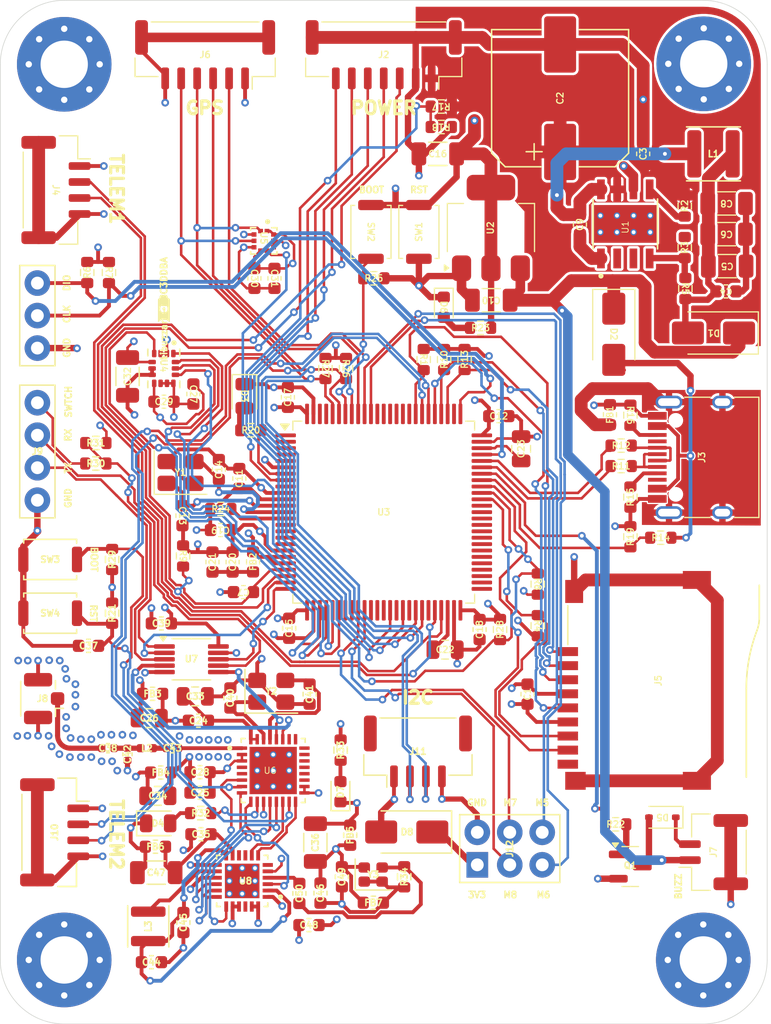
<source format=kicad_pcb>
(kicad_pcb (version 20241229) (generator "pcbnew") (generator_version "9.0")
  (layers (0 "F.Cu" signal) (4 "In1.Cu" power) (6 "In2.Cu" power) (2 "B.Cu" signal) (13 "F.Paste" user) (15 "B.Paste" user) (5 "F.SilkS" user "F.Silkscreen") (7 "B.SilkS" user "B.Silkscreen") (1 "F.Mask" user) (3 "B.Mask" user) (25 "Edge.Cuts" user))
  (net 0 "")
  (net 1 "GND")
  (net 2 "Net-(C20-Pad1)")
  (net 3 "OSC_IN")
  (net 4 "OSC_OUT")
  (net 5 "+BATT")
  (net 6 "Net-(D1-A)")
  (net 7 "+5V")
  (net 8 "ADC_VBATT")
  (net 9 "Net-(D2-A)")
  (net 10 "Net-(D3-A)")
  (net 11 "Net-(D5-A)")
  (net 12 "Net-(D6-A)")
  (net 13 "SWCLK")
  (net 14 "SWDIO")
  (net 15 "SDMMC_DAT3")
  (net 16 "SDMMC_DAT0")
  (net 17 "SDMMC_CMD")
  (net 18 "SDMMC_CLK")
  (net 19 "SDMMC_DAT2")
  (net 20 "SDMMC_DAT1")
  (net 21 "TIM_CH2")
  (net 22 "ADC_CURR")
  (net 23 "TIM_CH1")
  (net 24 "TIM_CH3")
  (net 25 "TIM_CH4")
  (net 26 "I2C1_SCL")
  (net 27 "I2C1_SDA")
  (net 28 "USART1_TX")
  (net 29 "USART1_RX")
  (net 30 "USART3_TX")
  (net 31 "USART3_RX")
  (net 32 "USART2_RX")
  (net 33 "USART2_TX")
  (net 34 "Net-(Q1-B)")
  (net 35 "NSRT")
  (net 36 "BOOT0")
  (net 37 "USB_DM")
  (net 38 "USB_DP")
  (net 39 "USB_VBUS")
  (net 40 "GPIO_BUZZER")
  (net 41 "GPIO_LED")
  (net 42 "GPIO_SPI_CS")
  (net 43 "GPIO_EXTI14")
  (net 44 "SPI1_SCK")
  (net 45 "GPIO_EXTI4")
  (net 46 "SPI1_MISO")
  (net 47 "SPI1_MOSI")
  (net 48 "SHIELD")
  (net 49 "+3.3V")
  (net 50 "Net-(U1-BOOT)")
  (net 51 "Net-(U1-PH)")
  (net 52 "Net-(C22-Pad2)")
  (net 53 "Net-(C23-Pad2)")
  (net 54 "Net-(D5-K)")
  (net 55 "Net-(J3-D--PadA7)")
  (net 56 "Net-(J3-D+-PadA6)")
  (net 57 "Net-(J3-CC1)")
  (net 58 "Net-(J3-CC2)")
  (net 62 "Net-(U1-ENA)")
  (net 63 "Net-(U1-VSENSE)")
  (net 68 "TIM3_CH2")
  (net 81 "TIM3_CH4")
  (net 84 "TIM3_CH3")
  (net 85 "TIM3_CH1")
  (net 108 "UART4_TX")
  (net 112 "UART4_RX")
  (net 113 "ESP32_EN")
  (net 114 "ESP32_LNA_IN")
  (net 115 "XTAL_P")
  (net 116 "XTAL_N")
  (net 117 "Net-(D4-A)")
  (net 118 "Net-(D7-A)")
  (net 119 "ESP32_PROG_RX")
  (net 120 "ESP32_PROG_TX")
  (net 121 "ESP32_BOOT")
  (net 122 "USB_UART_3V3")
  (net 123 "Net-(U7-S)")
  (net 124 "ESP32_STATUS_LED")
  (net 125 "SX_RESET")
  (net 126 "SX_BUSY")
  (net 128 "ESP32_MOSI")
  (net 130 "ESP32_NSS")
  (net 131 "ESP32_TX")
  (net 133 "SX_DIO1")
  (net 136 "ESP32_SCK")
  (net 141 "ESP32_MISO")
  (net 143 "ESP32_RX")
  (net 144 "Net-(J8-In)")
  (net 145 "Net-(C38-Pad1)")
  (net 146 "Net-(C43-Pad1)")
  (net 147 "Net-(D8-K)")
  (net 148 "Net-(U8-DCC_FB)")
  (net 149 "SX_XTA")
  (net 150 "Net-(C50-Pad2)")
  (net 151 "Net-(U8-DCC_SW)")
  (footprint "Capacitor_SMD:C_0805_2012Metric" (layer "F.Cu") (at 134.8 110.75 180)
    (property "Reference" "C22")
    (property "Value" "2.2uF" (hide yes))
  )
  (footprint "Resistor_SMD:R_0603_1608Metric" (layer "F.Cu") (at 117.25 99.75)
    (property "Reference" "R24")
    (property "Value" "10K" (hide yes))
  )
  (footprint "Capacitor_SMD:C_0603_1608Metric" (layer "F.Cu") (at 121.45 81.73 -90)
    (property "Reference" "C31")
    (property "Value" "100nF" (hide yes))
  )
  (footprint "Capacitor_SMD:C_0603_1608Metric" (layer "F.Cu") (at 115.7 125.175 180)
    (property "Reference" "C35")
    (property "Value" "100nF" (hide yes))
  )
  (footprint "Resistor_SMD:R_0603_1608Metric" (layer "F.Cu") (at 129.225 81.725)
    (property "Reference" "R25")
    (property "Value" "10K" (hide yes))
  )
  (footprint "Resistor_SMD:R_0603_1608Metric" (layer "F.Cu") (at 127.05 88.775 -90)
    (property "Reference" "R26")
    (property "Value" "2.2K" (hide yes))
  )
  (footprint "MountingHole:MountingHole_3.7mm_Pad_Via" (layer "F.Cu") (at 155 135)
    (property "Reference" "REF**")
    (property "Value" "MountingHole_3.7mm_Pad_Via" (hide yes))
  )
  (footprint "Capacitor_SMD:C_1206_3216Metric" (layer "F.Cu") (at 112.2 128.175 180)
    (property "Reference" "C47")
    (property "Value" "10uF" (hide yes))
  )
  (footprint "Capacitor_SMD:C_0603_1608Metric" (layer "F.Cu") (at 111.825 135.175)
    (property "Reference" "C44")
    (property "Value" "470nF" (hide yes))
  )
  (footprint "Diode_SMD:D_SMA" (layer "F.Cu") (at 155.8 86 180)
    (property "Reference" "D1")
    (property "Value" "SS34" (hide yes))
  )
  (footprint "Resistor_SMD:R_0603_1608Metric" (layer "F.Cu") (at 148.575 96.4)
    (property "Reference" "R11")
    (property "Value" "22" (hide yes))
  )
  (footprint "Capacitor_SMD:C_0805_2012Metric" (layer "F.Cu") (at 112.325 122.175)
    (property "Reference" "C34")
    (property "Value" "1uF" (hide yes))
  )
  (footprint "Connector_JST:JST_GH_SM04B-GHS-TB_1x04-1MP_P1.25mm_Horizontal" (layer "F.Cu") (at 104.25 125.025 -90)
    (property "Reference" "J10")
    (property "Value" "Telemetry 2 Conn" (hide yes))
  )
  (footprint "Capacitor_SMD:C_1206_3216Metric" (layer "F.Cu") (at 138.412013 83.438058 180)
    (property "Reference" "C10")
    (property "Value" "10uF" (hide yes))
  )
  (footprint "Resistor_SMD:R_0603_1608Metric" (layer "F.Cu") (at 108.5 81.275 90)
    (property "Reference" "R7")
    (property "Value" "10K" (hide yes))
  )
  (footprint "Resistor_SMD:R_0603_1608Metric" (layer "F.Cu") (at 149.3 98.825 90)
    (property "Reference" "R15")
    (property "Value" "5.1K" (hide yes))
  )
  (footprint "Capacitor_SMD:C_1206_3216Metric" (layer "F.Cu") (at 156.825 75.875)
    (property "Reference" "C8")
    (property "Value" "22uF" (hide yes))
  )
  (footprint "Resistor_SMD:R_0603_1608Metric" (layer "F.Cu") (at 133.125 88.075 -90)
    (property "Reference" "R1")
    (property "Value" "47K" (hide yes))
  )
  (footprint "Inductor_SMD:L_0603_1608Metric" (layer "F.Cu") (at 111.9125 114.2)
    (property "Reference" "FB3")
    (property "Value" "FerriteBead" (hide yes))
  )
  (footprint "Capacitor_SMD:CP_Elec_10x10.5" (layer "F.Cu") (at 143.8 67.65 90)
    (property "Reference" "C2")
    (property "Value" "470uF" (hide yes))
  )
  (footprint "Capacitor_SMD:C_0603_1608Metric" (layer "F.Cu") (at 115.625 120.325 180)
    (property "Reference" "C28")
    (property "Value" "100nF" (hide yes))
  )
  (footprint "Capacitor_SMD:C_1206_3216Metric" (layer "F.Cu") (at 156.875 80.775)
    (property "Reference" "C5")
    (property "Value" "22uF" (hide yes))
  )
  (footprint "Button_Switch_SMD:SW_Push_SPST_NO_Alps_SKRK" (layer "F.Cu") (at 129 78.1 -90)
    (property "Reference" "SW2")
    (property "Value" "Tactile Switch" (hide yes))
  )
  (footprint "LED_SMD:LED_0805_2012Metric" (layer "F.Cu") (at 112.35 124.325)
    (property "Reference" "D4")
    (property "Value" "LED" (hide yes))
  )
  (footprint "Resistor_SMD:R_0603_1608Metric" (layer "F.Cu") (at 108.75 103.7 90)
    (property "Reference" "R29")
    (property "Value" "10K" (hide yes))
  )
  (footprint "Connector_JST:JST_GH_BM04B-GHS-TBT_1x04-1MP_P1.25mm_Vertical" (layer "F.Cu") (at 132.675 118.7)
    (property "Reference" "J11")
    (property "Value" "I2C" (hide yes))
  )
  (footprint "Capacitor_SMD:C_1206_3216Metric" (layer "F.Cu") (at 156.825 78.275)
    (property "Reference" "C6")
    (property "Value" "22uF" (hide yes))
  )
  (footprint "Capacitor_SMD:C_0402_1005Metric" (layer "F.Cu") (at 108.42 118.45 180)
    (property "Reference" "C38")
    (property "Value" "1pF" (hide yes))
  )
  (footprint "Resistor_SMD:R_0603_1608Metric" (layer "F.Cu") (at 137.575 85.6)
    (property "Reference" "R23")
    (property "Value" "330" (hide yes))
  )
  (footprint "Capacitor_SMD:C_0603_1608Metric" (layer "F.Cu") (at 106.9 110.45)
    (property "Reference" "C37")
    (property "Value" "100nF" (hide yes))
  )
  (footprint "LED_SMD:LED_0603_1608Metric" (layer "F.Cu") (at 134.7 83.9875 -90)
    (property "Reference" "D6")
    (property "Value" "LED" (hide yes))
  )
  (footprint "Capacitor_SMD:C_0603_1608Metric" (layer "F.Cu") (at 126.725 128.5 -90)
    (property "Reference" "C49")
    (property "Value" "100nF" (hide yes))
  )
  (footprint "Resistor_SMD:R_0603_1608Metric" (layer "F.Cu") (at 139.1 109.175 90)
    (property "Reference" "R28")
    (property "Value" "10K" (hide yes))
  )
  (footprint "Capacitor_SMD:C_0603_1608Metric" (layer "F.Cu") (at 141.25 114.225 -90)
    (property "Reference" "C1")
    (property "Value" "100nF" (hide yes))
  )
  (footprint "Button_Switch_SMD:SW_Push_SPST_NO_Alps_SKRK" (layer "F.Cu") (at 132.75 78.1 90)
    (property "Reference" "SW1")
    (property "Value" "Tactile Switch" (hide yes))
  )
  (footprint "Inductor_SMD:L_0603_1608Metric" (layer "F.Cu") (at 119.775 103.8875 -90)
    (property "Reference" "FB2")
    (property "Value" "FerriteBead" (hide yes))
  )
  (footprint "Resistor_SMD:R_0603_1608Metric" (layer "F.Cu") (at 136.325 88.07 90)
    (property "Reference" "R13")
    (property "Value" "47K" (hide yes))
  )
  (footprint "Inductor_SMD:L_Changjiang_FNR4020S" (layer "F.Cu") (at 155.8 72)
    (property "Reference" "L1")
    (property "Value" "15uH" (hide yes))
  )
  (footprint "Connector_PinHeader_2.54mm:PinHeader_1x04_P2.54mm_Vertical" (layer "F.Cu") (at 102.9 91.45)
    (property "Reference" "J9")
    (property "Value" "ESP32 Prog Conn" (hide yes))
  )
  (footprint "Capacitor_SMD:C_0805_2012Metric" (layer "F.Cu") (at 115.25 114.4)
    (property "Reference" "C33")
    (property "Value" "1uF" (hide yes))
  )
  (footprint "Inductor_SMD:L_0603_1608Metric" (layer "F.Cu") (at 147.7 92.3875 90)
    (property "Reference" "FB1")
    (property "Value" "FerriteBead" (hide yes))
  )
  (footprint "Inductor_SMD:L_0603_1608Metric" (layer "F.Cu") (at 127.375 125.25 90)
    (property "Reference" "FB5")
    (property "Value" "FerriteBead" (hide yes))
  )
  (footprint "ST-TF-003A:SUNTECH_ST-TF-003A" (layer "F.Cu") (at 149.73 114.42 90)
    (property "Reference" "J5")
    (property "Value" "MicroSD" (hide yes))
  )
  (footprint "kibuzzard-68C3DDBA" (layer "F.Cu") (at 112.8 84.1 90)
    (property "Reference" "kibuzzard-68C3DDBA")
    (property "Value" "G***" (hide yes))
  )
  (footprint "Resistor_SMD:R_0603_1608Metric" (layer "F.Cu") (at 115.675 123.525)
    (property "Reference" "R32")
    (property "Value" "330" (hide yes))
  )
  (footprint "Inductor_SMD:L_0603_1608Metric" (layer "F.Cu") (at 129.1875 130.525)
    (property "Reference" "FB7")
    (property "Value" "FerriteBead" (hide yes))
  )
  (footprint "Capacitor_SMD:C_0603_1608Metric" (layer "F.Cu") (at 150.3 72 90)
    (property "Reference" "C3")
    (property "Value" "100nF" (hide yes))
  )
  (footprint "MountingHole:MountingHole_3.7mm_Pad_Via" (layer "F.Cu") (at 105 65)
    (property "Reference" "REF**")
    (property "Value" "MountingHole_3.7mm_Pad_Via" (hide yes))
  )
  (footprint "Capacitor_SMD:C_0603_1608Metric" (layer "F.Cu") (at 116.6 103.9 90)
    (property "Reference" "C21")
    (property "Value" "100nF" (hide yes))
  )
  (footprint "Crystal:Crystal_SMD_3225-4Pin_3.2x2.5mm" (layer "F.Cu") (at 114.1 96.9)
    (property "Reference" "Y1")
    (property "Value" "X322525MOB4SI" (hide yes))
  )
  (footprint "Package_TO_SOT_SMD:SOT-223-3_TabPin2" (layer "F.Cu") (at 138.387013 77.788058 90)
    (property "Reference" "U2")
    (property "Value" "AMS1117-3.3" (hide yes))
  )
  (footprint "Capacitor_SMD:C_0603_1608Metric" (layer "F.Cu") (at 122.6 109.075 90)
    (property "Reference" "C15")
    (property "Value" "100nF" (hide yes))
  )
  (footprint "Resistor_SMD:R_0603_1608Metric" (layer "F.Cu") (at 148.15 124.4)
    (property "Reference" "R22")
    (property "Value" "1K" (hide yes))
  )
  (footprint "Capacitor_SMD:C_0402_1005Metric" (layer "F.Cu") (at 109.95 118.93 90)
    (property "Reference" "C42")
    (property "Value" "1.5pF" (hide yes))
  )
  (footprint "Connector_JST:JST_GH_SM07B-GHS-TB_1x07-1MP_P1.25mm_Horizontal" (layer "F.Cu") (at 130 64.25 180)
    (property "Reference" "J2")
    (property "Value" "Power Conn" (hide yes))
  )
  (footprint "Capacitor_SMD:C_0603_1608Metric" (layer "F.Cu") (at 115.105 90.77 90)
    (property "Reference" "C27")
    (property "Value" "220nF" (hide yes))
  )
  (footprint "Resistor_SMD:R_0603_1608Metric" (layer "F.Cu") (at 149.3 92.425 -90)
    (property "Reference" "R16")
    (property "Value" "5.1K" (hide yes))
  )
  (footprint "Capacitor_SMD:C_0603_1608Metric" (layer "F.Cu") (at 115.625 121.925 180)
    (property "Reference" "C25")
    (property "Value" "100nF" (hide yes))
  )
  (footprint "Connector_USB:USB_C_Receptacle_HRO_TYPE-C-31-M-12" (layer "F.Cu") (at 155.45 95.72 90)
    (property "Reference" "J3")
    (property "Value" "USB C 16p" (hide yes))
  )
  (footprint "Capacitor_SMD:C_0603_1608Metric" (layer "F.Cu") (at 124.2 114.225 -90)
    (property "Reference" "C41")
    (property "Value" "15pF" (hide yes))
  )
  (footprint "Button_Switch_SMD:SW_Push_SPST_NO_Alps_SKRK" (layer "F.Cu") (at 103.9 107.9)
    (property "Reference" "SW4")
    (property "Value" "Tactile Switch" (hide yes))
  )
  (footprint "Resistor_SMD:R_0603_1608Metric" (layer "F.Cu") (at 142.05 108.875 -90)
    (property "Reference" "R4")
    (property "Value" "47K" (hide yes))
  )
  (footprint "Connector_JST:JST_GH_SM04B-GHS-TB_1x04-1MP_P1.25mm_Horizontal" (layer "F.Cu") (at 104.35 74.825 -90)
    (property "Reference" "J4")
    (property "Value" "Telemetry 1 Conn" (hide yes))
  )
  (footprint "Diode_SMD:D_SMA" (layer "F.Cu") (at 131.8 125 180)
    (property "Reference" "D8")
    (property "Value" "SS34" (hide yes))
  )
  (footprint "MountingHole:MountingHole_3.7mm_Pad_Via" (layer "F.Cu") (at 105 135)
    (property "Reference" "REF**")
    (property "Value" "MountingHole_3.7mm_Pad_Via" (hide yes))
  )
  (footprint "Connector_JST:JST_GH_SM06B-GHS-TB_1x06-1MP_P1.25mm_Horizontal" (layer "F.Cu") (at 116.025 64.25 180)
    (property "Reference" "J6")
    (property "Value" "GPS Conn" (hide yes))
  )
  (footprint "Capacitor_SMD:C_0603_1608Metric" (layer "F.Cu") (at 125.05 129.775 -90)
    (property "Reference" "C46")
    (property "Value" "100nF" (hide yes))
  )
  (footprint "Resistor_SMD:R_0603_1608Metric" (layer "F.Cu") (at 108.75 107.9 -90)
    (property "Reference" "R21")
    (property "Value" "10K" (hide yes))
  )
  (footprint "Connector_PinHeader_2.54mm:PinHeader_1x03_P2.54mm_Vertical" (layer "F.Cu") (at 102.9 82.1)
    (property "Reference" "J1")
    (property "Value" "STM32 Debug Conn" (hide yes))
  )
  (footprint "Capacitor_SMD:C_0603_1608Metric" (layer "F.Cu") (at 115.5 116.3 180)
    (property "Reference" "C24")
    (property "Value" "10nF" (hide yes))
  )
  (footprint "Resistor_SMD:R_0603_1608Metric" (layer "F.Cu") (at 107.475 96.2)
    (property "Reference" "R30")
    (property "Value" "10K" (hide yes))
  )
  (footprint "Capacitor_SMD:C_0603_1608Metric" (layer "F.Cu") (at 112.6 108.7)
    (property "Reference" "C39")
    (property "Value" "100nF" (hide yes))
  )
  (footprint "TPS5430DDAR:CONV_TPS5430DDAR" (layer "F.Cu") (at 148.9 77.475 90)
    (property "Reference" "U1")
    (property "Value" "TPS5430DDAR" (hide yes))
  )
  (footprint "Package_QFP:LQFP-100_14x14mm_P0.5mm" (layer "F.Cu") (at 130 100)
    (property "Reference" "U3")
    (property "Value" "STM32H743VITx" (hide yes))
  )
  (footprint "Crystal:Crystal_SMD_3225-4Pin_3.2x2.5mm" (layer "F.Cu") (at 121.2 114)
    (property "Reference" "Y2")
    (property "Value" "X322540MPB4SI" (hide yes))
  )
  (footprint "MountingHole:MountingHole_3.7mm_Pad_Via" (layer "F.Cu") (at 155.037779 64.962221)
    (property "Reference" "REF**")
    (property "Value" "MountingHole_3.7mm_Pad_Via" (hide yes))
  )
  (footprint "Capacitor_SMD:C_1206_3216Metric" (layer "F.Cu") (at 124.65 125.825 90)
    (property "Reference" "C36")
    (property "Value" "10uF" (hide yes))
  )
  (footprint "Capacitor_SMD:C_0603_1608Metric" (layer "F.Cu") (at 118.175 103.9 90)
    (property "Reference" "C20")
    (property "Value" "1uF" (hide yes))
  )
  (footprint "LED_SMD:LED_0603_1608Metric" (layer "F.Cu") (at 126.6125 121.85 90)
    (property "Reference" "D7")
    (property "Value" "LED" (hide yes))
  )
  (footprint "ICM-42688-P:PQFN50P300X250X97-14N" (layer "F.Cu") (at 112.79 88.77 -90)
    (property "Reference" "U4")
    (property "Value" "ICM-42688-P" (hide yes))
  )
  (footprint "Capacitor_SMD:C_0603_1608Metric" (layer "F.Cu") (at 112.805 91.37 180)
    (property "Reference" "C29")
    (property "Value" "100nF" (hide yes))
  )
  (footprint "Crystal:Crystal_SMD_2016-4Pin_2.0x1.6mm" (layer "F.Cu") (at 129.175 128.325)
    (property "Reference" "Y3")
    (property "Value" "OW7EL89CENUNFAYLC-52M" (hide yes))
  )
  (footprint "Capacitor_SMD:C_0603_1608Metric" (layer "F.Cu") (at 114.25 100.275 -90)
    (property "Reference" "C13")
    (property "Value" "15pF" (hide yes))
  )
  (footprint "Connector_PinHeader_2.54mm:PinHeader_2x03_P2.54mm_Vertical" (layer "F.Cu") (at 142.4 125.025 -90)
    (property "Reference" "J12")
    (property "Value" "PWM Aux Conn" (hide yes))
  )
  (footprint "Inductor_SMD:L_0402_1005Metric" (layer "F.Cu") (at 111.465 118.45)
    (property "Reference" "L2")
    (property "Value" "1.8nH" (hide yes))
  )
  (footprint "Capacitor_SMD:C_1206_3216Metric" (layer "F.Cu") (at 109.955 89.395 90)
    (property "Reference" "C32")
    (property "Value" "10uF" (hide yes))
  )
  (footprint "SX1280IMLTRT:XCVR_SX1280IMLTRT" (layer "F.Cu") (at 118.925 128.825 180)
    (property "Reference" "U8")
    (property "Value" "SX1280IMLTRT" (hide yes))
  )
  (footprint "Package_SO:MSOP-10_3x3mm_P0.5mm" (layer "F.Cu") (at 114.95 111.5)
    (property "Reference" "U7")
    (property "Value" "BCT4222CEAB-TR" (hide yes))
  )
  (footprint "Capacitor_SMD:C_0603_1608Metric" (layer "F.Cu") (at 124.15 132.275 180)
    (property "Reference" "C48")
    (property "Value" "100nF" (hide yes))
  )
  (footprint "Resistor_SMD:R_0603_1608Metric" (layer "F.Cu") (at 153.55 79.325 -90)
    (property "Reference" "R3")
    (property "Value" "10K" (hide yes))
  )
  (footprint "BMP388:PQFN50P200X200X80-10N" (layer "F.Cu") (at 120.615 78.8 -90)
    (property "Reference" "U5")
    (property "Value" "BMP388" (hide yes))
  )
  (footprint "Connector_Coaxial:U.FL_Hirose_U.FL-R-SMT-1_Vertical" (layer "F.Cu") (at 103.43 114.575 180)
    (property "Reference" "J8")
    (property "Value" "U.FL Hirose" (hide yes))
  )
  (footprint "Capacitor_SMD:C_0603_1608Metric" (layer "F.Cu") (at 122.5 91.025 90)
    (property "Reference" "C17")
    (property "Value" "100nF" (hide yes))
  )
  (footprint "Diode_SMD:D_SMA" (layer "F.Cu") (at 148 86.1 -90)
    (property "Reference" "D2")
    (property "Value" "SS34" (hide yes))
  )
  (footprint "Capacitor_SMD:C_0603_1608Metric" (layer "F.Cu") (at 118 114.525 90)
    (property "Reference" "C40")
    (property "Value" "15pF" (hide yes))
  )
  (footprint "Capacitor_SMD:C_0402_1005Metric" (layer "F.Cu") (at 113.47 118.45)
    (property "Reference" "C43")
    (property "Value" "100pF" (hide yes))
  )
  (footprint "Resistor_SMD:R_0603_1608Metric" (layer "F.Cu") (at 153.6 82.525 90)
    (property "Reference" "R5")
    (property "Value" "30.9K" (hide yes))
  )
  (footprint "LED_SMD:LED_0805_2012Metric" (layer "F.Cu") (at 119.1 90.9375 -90)
    (property "Reference" "D3")
    (property "Value" "LED" (hide yes))
  )
  (footprint "Resistor_SMD:R_0603_1608Metric" (layer "F.Cu") (at 149.3 101.925 90)
    (property "Reference" "R19")
    (property "Value" "10K" (hide yes))
  )
  (footprint "Button_Switch_SMD:SW_Push_SPST_NO_Alps_SKRK" (layer "F.Cu") (at 103.9 103.7)
    (property "Reference" "SW3")
    (property "Value" "Tactile Switch" (hide yes))
  )
  (footprint "Capacitor_SMD:C_0603_1608Metric" (layer "F.Cu") (at 123.4 129.8 -90)
    (property "Reference" "C50")
    (property "Value" "1nF" (hide yes))
  )
  (footprint "Inductor_SMD:L_0603_1608Metric" (layer "F.Cu") (at 112.55 120.35)
    (property "Reference" "FB4")
    (property "Value" "FerriteBead" (hide yes))
  )
  (footprint "Resistor_SMD:R_0603_1608Metric" (layer "F.Cu") (at 153.55 76.075 90)
    (property "Reference" "R2")
    (property "Value" "100K" (hide yes))
  )
  (footprint "Resistor_SMD:R_0603_1608Metric" (layer "F.Cu") (at 125.44 88.775 -90)
    (property "Reference" "R27")
    (property "Value" "2.2K" (hide yes))
  )
  (footprint "Capacitor_SMD:C_0603_1608Metric" (layer "F.Cu") (at 145.35 77.525 90)
    (property "Reference" "C9")
    (property "Value" "10nF" (hide yes))
  )
  (footprint "Resistor_SMD:R_0603_1608Metric" (layer "F.Cu") (at 107.475 94.6 180)
    (property "Reference" "R31")
    (property "Value" "10K" (hide yes))
  )
  (footprint "Resistor_SMD:R_0603_1608Metric" (layer "F.Cu") (at 106.8 81.275 -90)
    (property "Reference" "R6")
    (property "Value" "10K" (hide yes))
  )
  (footprint "Capacitor_SMD:C_0603_1608Metric" (layer "F.Cu") (at 119.025 106.25 180)
    (property "Reference" "C7")
    (property "Value" "100nF" (hide yes))
  )
  (footprint "Inductor_SMD:L_Changjiang_FNR3015S" (layer "F.Cu") (at 111.575 132.375 90)
    (property "Reference" "L3")
    (property "Value" "15uH" (hide yes))
  )
  (footprint "Capacitor_SMD:C_0603_1608Metric" (layer "F.Cu") (at 156.775 82.75)
    (property "Reference" "C4")
    (property "Value" "100nF" (hide yes))
  )
  (footprint "Package_TO_SOT_SMD:SOT-23" (layer "F.Cu") (at 149.2875 127.7)
    (property "Reference" "Q1")
    (property "Value" "MMBT3904" (hide yes))
  )
  (footprint "Diode_SMD:D_SOD-323" (layer "F.Cu") (at 151.8 123.85 180)
    (property "Reference" "D5")
    (property "Value" "1N4148WS" (hide yes))
  )
  (footprint "Resistor_SMD:R_0603_1608Metric" (layer "F.Cu") (at 142.05 105.625 -90)
    (property "Reference" "R8")
    (property "Value" "47K" (hide yes))
  )
  (footprint "Resistor_SMD:R_0603_1608Metric" (layer "F.Cu") (at 114.3 103.425 -90)
    (property "Reference" "R9")
    (property "Value" "10K" (hide yes))
  )
  (footprint "Capacitor_SMD:C_0603_1608Metric" (layer "F.Cu") (at 114.325 132.075 90)
    (property "Reference" "C45")
    (property "Value" "10nF" (hide yes))
  )
  (footprint "Inductor_SMD:L_0603_1608Metric" (layer "F.Cu") (at 112.1375 126.15 180)
    (property "Reference" "FB6")
    (property "Value" "FerriteBead" (hide yes))
  )
  (footprint "Capacitor_SMD:C_0603_1608Metric" (layer "F.Cu") (at 117.1 96.675 90)
    (property "Reference" "C14")
    (property "Value" "15pF" (hide yes))
  )
  (footprint "Capacitor_SMD:C_0603_1608Metric" (layer "F.Cu") (at 139 92.5)
    (property "Reference" "C12")
    (property "Value" "100nF" (hide yes))
  )
  (footprint "Capacitor_SMD:C_1206_3216Metric" (layer "F.Cu") (at 134.225 72 180)
    (property "Reference" "C16")
    (property "Value" "10uF" (hide yes))
  )
  (footprint "Resistor_SMD:R_0603_1608Metric" (layer "F.Cu") (at 134.725 88.075 90)
    (property "Reference" "R10")
    (property "Value" "47K" (hide yes))
  )
  (footprint "Capacitor_SMD:C_0603_1608Metric" (layer "F.Cu") (at 118.7 97.375 90)
    (property "Reference" "C11")
    (property "Value" "100nF" (hide yes))
  )
  (footprint "Resistor_SMD:R_0603_1608Metric" (layer "F.Cu") (at 126.625 118.6 90)
    (property "Reference" "R33")
    (property "Value" "330" (hide yes))
  )
  (footprint "Resistor_SMD:R_0603_1608Metric" (layer "F.Cu") (at 134.5 68.3 180)
    (property "Reference" "R17")
    (property "Value" "18K" (hide yes))
  )
  (footprint "Capacitor_SMD:C_0603_1608Metric" (layer "F.Cu") (at 117.225 101.4)
    (property "Reference" "C19")
    (property "Value" "100nF" (hide yes))
  )
  (footprint "Connector_JST:JST_GH_SM02B-GHS-TB_1x02-1MP_P1.25mm_Horizontal" (layer "F.Cu") (at 155.8 126.575 90)
    (property "Reference" "J7")
    (property "Value" "Buzzer Conn" (hide yes))
  )
  (footprint "Resistor_SMD:R_0603_1608Metric" (layer "F.Cu") (at 131.6 128.5 -90)
    (property "Reference" "R34")
    (property "Value" "10K" (hide yes))
  )
  (footprint "Resistor_SMD:R_0603_1608Metric" (layer "F.Cu") (at 119.6 93.6)
    (property "Reference" "R20")
    (property "Value" "330" (hide yes))
  )
  (footprint "Resistor_SMD:R_0603_1608Metric" (layer "F.Cu") (at 134.5 69.9 180)
    (property "Reference" "R18")
    (property "Value" "1K" (hide yes))
  )
  (footprint "Capacitor_SMD:C_0603_1608Metric" (layer "F.Cu") (at 137.5 109.175 -90)
    (property "Reference" "C18")
    (property "Value" "100nF" (hide yes))
  )
  (footprint "Resistor_SMD:R_0603_1608Metric" (layer "F.Cu") (at 148.575 94.8)
    (property "Reference" "R12")
    (property "Value" "22" (hide yes))
  )
  (footprint "Capacitor_SMD:C_0805_2012Metric" (layer "F.Cu") (at 140.75 95.05 -90)
    (property "Reference" "C23")
    (property "Value" "2.2uF" (hide yes))
  )
  (footprint "Capacitor_SMD:C_0603_1608Metric" (layer "F.Cu") (at 119.88 81.73 -90)
    (property "Reference" "C30")
    (property "Value" "100nF" (hide yes))
  )
  (footprint "ESP32-C3FH4:QFN50P500X500X90-33N" (layer "F.Cu") (at 121.35 120.195)
    (property "Reference" "U6")
    (property "Value" "ESP32-C3FH4" (hide yes))
  )
  (footprint "Resistor_SMD:R_0603_1608Metric" (layer "F.Cu") (at 151.675 102)
    (property "Reference" "R14")
    (property "Value" "10K" (hide yes))
  )
  (footprint "Capacitor_SMD:C_0805_2012Metric" (layer "F.Cu") (at 111.65 116.1)
    (property "Reference" "C26")
    (property "Value" "1uF" (hide yes))
  )
  (gr_arc (start 105 140) (mid 101.464466 138.535534) (end 100 135) (stroke (width 0.05)) (layer "Edge.Cuts"))
  (gr_arc (start 100 65) (mid 101.464466 61.464466) (end 105 60) (stroke (width 0.05)) (layer "Edge.Cuts"))
  (gr_arc (start 160 135) (mid 158.535534 138.535534) (end 155 140) (stroke (width 0.05)) (layer "Edge.Cuts"))
  (gr_line (start 160 135) (end 160 65) (stroke (width 0.05)) (layer "Edge.Cuts"))
  (gr_line (start 155 60) (end 105 60) (stroke (width 0.05)) (layer "Edge.Cuts"))
  (gr_line (start 105 140) (end 155 140) (stroke (width 0.05)) (layer "Edge.Cuts"))
  (gr_line (start 100 65) (end 100 135) (stroke (width 0.05)) (layer "Edge.Cuts"))
  (gr_arc (start 155 60) (mid 158.535534 61.464466) (end 160 65) (stroke (width 0.05)) (layer "Edge.Cuts"))
  (gr_text "M5" (at 142.4 123 0) (layer "F.SilkS") (effects (font (size 0.5 0.5) (thickness 0.125) (bold yes)) (justify bottom)))
  (gr_text "TELEM2" (at 108.5 125.2 270) (layer "F.SilkS") (effects (font (size 1 1) (thickness 0.25) (bold yes)) (justify bottom)))
  (gr_text "CLK" (at 105.5 85.3 90) (layer "F.SilkS") (effects (font (size 0.5 0.5) (thickness 0.125)) (justify left bottom)))
  (gr_text "M7" (at 139.9 123 0) (layer "F.SilkS") (effects (font (size 0.5 0.5) (thickness 0.125) (bold yes)) (justify bottom)))
  (gr_text "GPS" (at 116 69 0) (layer "F.SilkS") (effects (font (size 1 1) (thickness 0.25) (bold yes)) (justify bottom)))
  (gr_text "GND" (at 137.3 123 0) (layer "F.SilkS") (effects (font (size 0.5 0.5) (thickness 0.125) (bold yes)) (justify bottom)))
  (gr_text "SWTCH" (at 105.625 91.375 90) (layer "F.SilkS") (effects (font (size 0.5 0.5) (thickness 0.125)) (justify bottom)))
  (gr_text "M8" (at 139.9 130.2 0) (layer "F.SilkS") (effects (font (size 0.5 0.5) (thickness 0.125) (bold yes)) (justify bottom)))
  (gr_text "RST" (at 107 107.15 270) (layer "F.SilkS") (effects (font (size 0.5 0.5) (thickness 0.125)) (justify left bottom)))
  (gr_text "BOOT" (at 128 75.1 0) (layer "F.SilkS") (effects (font (size 0.5 0.5) (thickness 0.125)) (justify left bottom)))
  (gr_text "RX" (at 105.6 94.55 90) (layer "F.SilkS") (effects (font (size 0.5 0.5) (thickness 0.125)) (justify left bottom)))
  (gr_text "3V3" (at 137.3 130.2 0) (layer "F.SilkS") (effects (font (size 0.5 0.5) (thickness 0.125) (bold yes)) (justify bottom)))
  (gr_text "I2C" (at 132.675 115.075 0) (layer "F.SilkS") (effects (font (size 1 1) (thickness 0.25) (bold yes)) (justify bottom)))
  (gr_text "GND" (at 105.5 88 90) (layer "F.SilkS") (effects (font (size 0.5 0.5) (thickness 0.125)) (justify left bottom)))
  (gr_text "BOOT" (at 107.05 102.65 270) (layer "F.SilkS") (effects (font (size 0.5 0.5) (thickness 0.125)) (justify left bottom)))
  (gr_text "RST" (at 132 75.1 0) (layer "F.SilkS") (effects (font (size 0.5 0.5) (thickness 0.125)) (justify left bottom)))
  (gr_text "DIO" (at 105.5 82.8 90) (layer "F.SilkS") (effects (font (size 0.5 0.5) (thickness 0.125)) (justify left bottom)))
  (gr_text "POWER" (at 130 69 0) (layer "F.SilkS") (effects (font (size 1 1) (thickness 0.25) (bold yes)) (justify bottom)))
  (gr_text "BUZZ" (at 153.35 129.25 90) (layer "F.SilkS") (effects (font (size 0.5 0.5) (thickness 0.125) (bold yes)) (justify bottom)))
  (gr_text "TELEM1" (at 108.5 74.75 270) (layer "F.SilkS") (effects (font (size 1 1) (thickness 0.25) (bold yes)) (justify bottom)))
  (gr_text "M6" (at 142.5 130.2 0) (layer "F.SilkS") (effects (font (size 0.5 0.5) (thickness 0.125) (bold yes)) (justify bottom)))
  (gr_text "TX" (at 105.6 97.05 90) (layer "F.SilkS") (effects (font (size 0.5 0.5) (thickness 0.125)) (justify left bottom)))
  (gr_text "GND" (at 105.6 99.75 90) (layer "F.SilkS") (effects (font (size 0.5 0.5) (thickness 0.125)) (justify left bottom)))
  (segment (start 132.5 66.949999) (end 132.5 66.1) (width 0.5) (layer "F.Cu") (net 1))
  (segment (start 157.15 124.1) (end 157.15 129.05) (width 1) (layer "F.Cu") (net 1))
  (segment (start 116.6 103.125) (end 118.175 103.125) (width 0.3) (layer "F.Cu") (net 1))
  (segment (start 112.54 89.935) (end 113.54 89.935) (width 0.2) (layer "F.Cu") (net 1))
  (segment (start 113.58 91.37) (end 113.58 89.975) (width 0.2) (layer "F.Cu") (net 1))
  (segment (start 118.68 79.673053) (end 119.05 79.303053) (width 0.2) (layer "F.Cu") (net 1))
  (segment (start 137.32 123.62) (end 136.125 122.425) (width 0.4) (layer "F.Cu") (net 1))
  (segment (start 111.35 127.75) (end 111.35 126.15) (width 0.3) (layer "F.Cu") (net 1))
  (segment (start 113.575 120.35) (end 114.8 119.125) (width 0.3) (layer "F.Cu") (net 1))
  (segment (start 118.91924 96.6) (end 120.40962 98.09038) (width 0.3) (layer "F.Cu") (net 1))
  (segment (start 119.054732 78.302053) (end 119.847947 78.302053) (width 0.2) (layer "F.Cu") (net 1))
  (segment (start 102.9 121.3) (end 102.9 128.75) (width 1) (layer "F.Cu") (net 1))
  (segment (start 132.75 72) (end 131.899 71.149) (width 0.5) (layer "F.Cu") (net 1))
  (segment (start 122.6 108.3) (end 121.7 108.3) (width 0.3) (layer "F.Cu") (net 1))
  (segment (start 113.04 87.605) (end 112.54 87.605) (width 0.2) (layer "F.Cu") (net 1))
  (segment (start 149.535 74.775) (end 149.535 73.71) (width 0.75) (layer "F.Cu") (net 1))
  (segment (start 111.225 126.275) (end 110.725 126.275) (width 0.3) (layer "F.Cu") (net 1))
  (segment (start 102.955 116.05) (end 102.955 117.475) (width 0.3) (layer "F.Cu") (net 1))
  (segment (start 120.925 128.075) (end 121.525 128.075) (width 0.2) (layer "F.Cu") (net 1))
  (segment (start 121.4 90.25) (end 122.5 90.25) (width 0.3) (layer "F.Cu") (net 1))
  (segment (start 132.175 81.725) (end 130.05 81.725) (width 0.5) (layer "F.Cu") (net 1))
  (segment (start 151.405 92.47) (end 150.17 92.47) (width 0.3) (layer "F.Cu") (net 1))
  (segment (start 102.95 101.5) (end 102.95 101.525) (width 0.5) (layer "F.Cu") (net 1))
  (segment (start 112.9 65.8) (end 111.05 63.95) (width 0.3) (layer "F.Cu") (net 1))
  (segment (start 114.85 119.175) (end 114.8 119.125) (width 0.3) (layer "F.Cu") (net 1))
  (segment (start 120.75 101.95) (end 120.3 101.5) (width 0.3) (layer "F.Cu") (net 1))
  (segment (start 102.525 110.45) (end 101.8 109.725) (width 0.3) (layer "F.Cu") (net 1))
  (segment (start 121.38 78.8) (end 121.972892 78.8) (width 0.2) (layer "F.Cu") (net 1))
  (segment (start 124.5 91.1) (end 123.65 90.25) (width 0.3) (layer "F.Cu") (net 1))
  (segment (start 137.5 110.5) (end 137.25 110.75) (width 0.3) (layer "F.Cu") (net 1))
  (segment (start 125.875 132.275) (end 126.325 131.825) (width 0.3) (layer "F.Cu") (net 1))
  (segment (start 119.053053 79.3) (end 119.05 79.303053) (width 0.2) (layer "F.Cu") (net 1))
  (segment (start 111.05 62.9) (end 121 62.9) (width 0.75) (layer "F.Cu") (net 1))
  (segment (start 150.3 67.75) (end 150.3 71.225) (width 1) (layer "F.Cu") (net 1))
  (segment (start 115.252818 127.575) (end 116.925 127.575) (width 0.3) (layer "F.Cu") (net 1))
  (segment (start 135.75 111.85) (end 135.75 110.75) (width 0.3) (layer "F.Cu") (net 1))
  (segment (start 137.32 125.025) (end 137.32 123.62) (width 0.4) (layer "F.Cu") (net 1))
  (segment (start 139.775 92.5) (end 140.4 92.5) (width 0.3) (layer "F.Cu") (net 1))
  (segment (start 115.105 91.545) (end 113.755 91.545) (width 0.2) (layer "F.Cu") (net 1))
  (segment (start 109.95 120.2) (end 109.95 119.41) (width 0.4) (layer "F.Cu") (net 1))
  (segment (start 141.25 115) (end 140 115) (width 0.3) (layer "F.Cu") (net 1))
  (segment (start 102.9 87.18) (end 105.98 87.18) (width 0.5) (layer "F.Cu") (net 1))
  (segment (start 122.325 98.5) (end 120.81924 98.5) (width 0.3) (layer "F.Cu") (net 1))
  (segment (start 118.25 106.25) (end 117.2 106.25) (width 0.3) (layer "F.Cu") (net 1))
  (segment (start 138.884957 94.248) (end 139.715043 94.248) (width 0.2) (layer "F.Cu") (net 1))
  (segment (start 111.35 126.15) (end 111.225 126.275) (width 0.3) (layer "F.Cu") (net 1))
  (segment (start 118.6 113.15) (end 118 113.75) (width 0.3) (layer "F.Cu") (net 1))
  (segment (start 102.9 128.75) (end 104.25 128.75) (width 0.5) (layer "F.Cu") (net 1))
  (segment (start 120.175 130.825) (end 119.675 130.825) (width 0.3) (layer "F.Cu") (net 1))
  (segment (start 112.7 114.2) (end 112.7 116) (width 0.3) (layer "F.Cu") (net 1))
  (segment (start 114.85 120.325) (end 114.85 119.175) (width 0.3) (layer "F.Cu") (net 1))
  (segment (start 109.955 90.87) (end 109.955 91.853342) (width 0.3) (layer "F.Cu") (net 1))
  (segment (start 112.8375 112.5) (end 111.375 112.5) (width 0.3) (layer "F.Cu") (net 1))
  (segment (start 118.63352 101.4) (end 119.03252 101.001) (width 0.3) (layer "F.Cu") (net 1))
  (segment (start 124.65 124.35) (end 127.2625 124.35) (width 0.3) (layer "F.Cu") (net 1))
  (segment (start 124.925 132.275) (end 125.875 132.275) (width 0.3) (layer "F.Cu") (net 1))
  (segment (start 110.2 125.75) (end 110.2 124.675) (width 0.3) (layer "F.Cu") (net 1))
  (segment (start 110.55 124.325) (end 110.2 124.675) (width 0.3) (layer "F.Cu") (net 1))
  (segment (start 148.35 128.65) (end 146.75 128.65) (width 0.5) (layer "F.Cu") (net 1))
  (segment (start 143.8 63.45) (end 138.25 63.45) (width 1) (layer "F.Cu") (net 1))
  (segment (start 140.75 92.85) (end 140.75 94.1) (width 0.3) (layer "F.Cu") (net 1))
  (segment (start 116.6 103.125) (end 115.45 103.125) (width 0.3) (layer "F.Cu") (net 1))
  (segment (start 106.2 76.725) (end 104.375 78.55) (width 0.5) (layer "F.Cu") (net 1))
  (segment (start 115.45 103.125) (end 114.825 103.125) (width 0.3) (layer "F.Cu") (net 1))
  (segment (start 102.95 101.525) (end 101.8 102.675) (width 0.5) (layer "F.Cu") (net 1))
  (segment (start 158.35 80.775) (end 158.35 75.925) (width 0.5) (layer "F.Cu") (net 1))
  (segment (start 126.725 129.275) (end 126.725 130.625) (width 0.3) (layer "F.Cu") (net 1))
  (segment (start 121 90.25) (end 120.75 90) (width 0.3) (layer "F.Cu") (net 1))
  (segment (start 111.875 89.27) (end 110.705 89.27) (width 0.3) (layer "F.Cu") (net 1))
  (segment (start 149.535 73.71) (end 148.775 72.95) (width 0.75) (layer "F.Cu") (net 1))
  (segment (start 125.05 130.55) (end 126.65 130.55) (width 0.3) (layer "F.Cu") (net 1))
  (segment (start 113.2 135.175) (end 114.325 134.05) (width 0.3) (layer "F.Cu") (net 1))
  (segment (start 113.3375 122.1125) (end 113.275 122.175) (width 0.3) (layer "F.Cu") (net 1))
  (segment (start 139.717043 94.25) (end 140.6 94.25) (width 0.2) (layer "F.Cu") (net 1))
  (segment (start 142 94.1) (end 140.75 94.1) (width 0.3) (layer "F.Cu") (net 1))
  (segment (start 145.8 105.3) (end 144.9 106.2) (width 1) (layer "F.Cu") (net 1))
  (segment (start 118 101.4) (end 118.63352 101.4) (width 0.3) (layer "F.Cu") (net 1))
  (segment (start 102.9 101.45) (end 102.9 99.07) (width 0.5) (layer "F.Cu") (net 1))
  (segment (start 149.3 99.65) (end 149.3 101.1) (width 0.3) (layer "F.Cu") (net 1))
  (segment (start 157.15 130.65) (end 157.15 129.05) (width 0.5) (layer "F.Cu") (net 1))
  (segment (start 114.325 126.425) (end 114.675 126.425) (width 0.3) (layer "F.Cu") (net 1))
  (segment (start 129.975 130.525) (end 129.25 131.25) (width 0.3) (layer "F.Cu") (net 1))
  (segment (start 101.8 109.725) (end 101.8 107.9) (width 0.3) (layer "F.Cu") (net 1))
  (segment (start 132.5 66.1) (end 132.5 62.9) (width 0.5) (layer "F.Cu") (net 1))
  (segment (start 123.225 107.675) (end 122.6 108.3) (width 0.3) (layer "F.Cu") (net 1))
  (segment (start 102.525 110.45) (end 106.125 110.45) (width 0.3) (layer "F.Cu") (net 1))
  (segment (start 130.325 129.325) (end 129.875 128.875) (width 0.3) (layer "F.Cu") (net 1))
  (segment (start 136.087013 80.938058) (end 136.087013 82.588058) (width 0.75) (layer "F.Cu") (net 1))
  (segment (start 112.85 116.3) (end 112.65 116.1) (width 0.3) (layer "F.Cu") (net 1))
  (segment (start 101.8 102.675) (end 101.8 103.7) (width 0.5) (layer "F.Cu") (net 1))
  (segment (start 149.3 101.1) (end 148.1 101.1) (width 0.3) (layer "F.Cu") (net 1))
  (segment (start 119.88 82.505) (end 119.285 82.505) (width 0.2) (layer "F.Cu") (net 1))
  (segment (start 154.5 105.3) (end 145.8 105.3) (width 1) (layer "F.Cu") (net 1))
  (segment (start 124 107.675) (end 123.225 107.675) (width 0.3) (layer "F.Cu") (net 1))
  (segment (start 154.5 121) (end 145 121) (width 1) (layer "F.Cu") (net 1))
  (segment (start 102.9 101.45) (end 102.95 101.5) (width 0.5) (layer "F.Cu") (net 1))
  (segment (start 114.675 126.425) (end 114.925 126.175) (width 0.3) (layer "F.Cu") (net 1))
  (segment (start 113.3375 120.35) (end 113.3375 122.1125) (width 0.3) (layer "F.Cu") (net 1))
  (segment (start 111.375 112.5) (end 111.325 112.55) (width 0.3) (layer "F.Cu") (net 1))
  (segment (start 131.6 129.325) (end 131.175 129.325) (width 0.3) (layer "F.Cu") (net 1))
  (segment (start 104.25 128.75) (end 106.1 126.9) (width 0.5) (layer "F.Cu") (net 1))
  (segment (start 113.7 116.3) (end 114.725 116.3) (width 0.3) (layer "F.Cu") (net 1))
  (segment (start 126.7 122.725) (end 126.6125 122.6375) (width 0.3) (layer "F.Cu") (net 1))
  (segment (start 135.6 62.9) (end 132.5 62.9) (width 1) (layer "F.Cu") (net 1))
  (segment (start 120.1 111.807108) (end 120.453554 111.453554) (width 0.3) (layer "F.Cu") (net 1))
  (segment (start 120.75 90) (end 119.1 90) (width 0.3) (layer "F.Cu") (net 1))
  (segment (start 117.35 114.4) (end 118 113.75) (width 0.3) (layer "F.Cu") (net 1))
  (segment (start 121.38 79.3) (end 121.38 78.8) (width 0.2) (layer "F.Cu") (net 1))
  (segment (start 136.087013 80.938058) (end 135.475071 81.55) (width 0.5) (layer "F.Cu") (net 1))
  (segment (start 110.705 89.27) (end 109.955 90.02) (width 0.3) (layer "F.Cu") (net 1))
  (segment (start 119.88 82.505) (end 121.45 82.505) (width 0.2) (layer "F.Cu") (net 1))
  (segment (start 113.58 92.57) (end 113.58 91.37) (width 0.2) (layer "F.Cu") (net 1))
  (segment (start 129.25 131.25) (end 127.35 131.25) (width 0.3) (layer "F.Cu") (net 1))
  (segment (start 112.9 66.1) (end 112.9 68) (width 0.3) (layer "F.Cu") (net 1))
  (segment (start 119.285 82.505) (end 118.68 81.9) (width 0.2) (layer "F.Cu") (net 1))
  (segment (start 121.25 103) (end 120.75 102.5) (width 0.3) (layer "F.Cu") (net 1))
  (segment (start 119.801 101.001) (end 120.3 101.5) (width 0.3) (layer "F.Cu") (net 1))
  (segment (start 106.2 76.7) (end 108.1 76.7) (width 0.3) (layer "F.Cu") (net 1))
  (segment (start 117.0625 111) (end 118.47 111) (width 0.2) (layer "F.Cu") (net 1))
  (segment (start 116.2 114.4) (end 117.35 114.4) (width 0.3) (layer "F.Cu") (net 1))
  (segment (start 116.299 95.099) (end 113.951 95.099) (width 0.3) (layer "F.Cu") (net 1))
  (segment (start 101.8 107.9) (end 101.8 103.7) (width 0.5) (layer "F.Cu") (net 1))
  (segment (start 110.725 128.175) (end 110.925 128.175) (width 0.3) (layer "F.Cu") (net 1))
  (segment (start 110.925 128.175) (end 111.35 127.75) (width 0.3) (layer "F.Cu") (net 1))
  (segment (start 122.325 103) (end 121.25 103) (width 0.3) (layer "F.Cu") (net 1))
  (segment (start 144.4 116.4) (end 141.95 116.4) (width 0.3) (layer "F.Cu") (net 1))
  (segment (start 119.03252 101.001) (end 119.801 101.001) (width 0.3) (layer "F.Cu") (net 1))
  (segment (start 114.7 97.75) (end 113 96.05) (width 0.3) (layer "F.Cu") (net 1))
  (segment (start 112.7 116) (end 112.6 116.1) (width 0.3) (layer "F.Cu") (net 1))
  (segment (start 132.75 72) (end 132.75 73.7) (width 0.5) (layer "F.Cu") (net 1))
  (segment (start 147.7 91.6) (end 149.3 91.6) (width 0.3) (layer "F.Cu") (net 1))
  (segment (start 132.75 80.2) (end 132.75 82.3) (width 0.5) (layer "F.Cu") (net 1))
  (segment (start 132.75 82.3) (end 132.175 81.725) (width 0.5) (layer "F.Cu") (net 1))
  (segment (start 114.325 132.85) (end 114.325 134.05) (width 0.3) (layer "F.Cu") (net 1))
  (segment (start 122 127.6) (end 122 127.075) (width 0.2) (layer "F.Cu") (net 1))
  (segment (start 120.75 102.5) (end 120.75 101.95) (width 0.3) (layer "F.Cu") (net 1))
  (segment (start 131.6 129.325) (end 130.325 129.325) (width 0.3) (layer "F.Cu") (net 1))
  (segment (start 117.1 95.9) (end 116.299 95.099) (width 0.3) (layer "F.Cu") (net 1))
  (segment (start 120.1 113.15) (end 120.1 111.807108) (width 0.3) (layer "F.Cu") (net 1))
  (segment (start 124.2 115) (end 122.45 115) (width 0.3) (layer "F.Cu") (net 1))
  (segment (start 139.715043 94.248) (end 139.717043 94.25) (width 0.2) (layer "F.Cu") (net 1))
  (segment (start 149.98 98.97) (end 149.3 99.65) (width 0.3) (layer "F.Cu") (net 1))
  (segment (start 135.475071 81.55) (end 133.5 81.55) (width 0.5) (layer "F.Cu") (net 1))
  (segment (start 133.5 81.55) (end 132.75 82.3) (width 0.5) (layer "F.Cu") (net 1))
  (segment (start 158.35 82.45) (end 158.35 80.775) (width 0.5) (layer "F.Cu") (net 1))
  (segment (start 133.65 83.2) (end 132.75 82.3) (width 0.5) (layer "F.Cu") (net 1))
  (segment (start 114.876409 127.576409) (end 115.251409 127.576409) (width 0.3) (layer "F.Cu") (net 1))
  (segment (start 137.5 109.95) (end 137.5 110.5) (width 0.3) (layer "F.Cu") (net 1))
  (segment (start 114.3 102.6) (end 114.3 101.1) (width 0.3) (layer "F.Cu") (net 1))
  (segment (start 129.875 128.875) (end 128.475 128.875) (width 0.3) (layer "F.Cu") (net 1))
  (segment (start 132.75 72) (end 133.225 72) (width 0.5) (layer "F.Cu") (net 1))
  (segment (start 113.951 95.099) (end 113 96.05) (width 0.3) (layer "F.Cu") (net 1))
  (segment (start 104.375 78.55) (end 103 78.55) (width 0.5) (layer "F.Cu") (net 1))
  (segment (start 109.95 120.2) (end 110 120.2) (width 0.4) (layer "F.Cu") (net 1))
  (segment (start 117.8 96.6) (end 117.1 95.9) (width 0.3) (layer "F.Cu") (net 1))
  (segment (start 137.675 94.5) (end 138.632957 94.5) (width 0.2) (layer "F.Cu") (net 1))
  (segment (start 118.175 130.825) (end 118.675 130.825) (width 0.3) (layer "F.Cu") (net 1))
  (segment (start 156.101 106.901) (end 154.5 105.3) (width 1) (layer "F.Cu") (net 1))
  (segment (start 124.5 92.325) (end 124.5 91.1) (width 0.3) (layer "F.Cu") (net 1))
  (segment (start 121.4 90.25) (end 121 90.25) (width 0.3) (layer "F.Cu") (net 1))
  (segment (start 110.725 126.275) (end 110.2 125.75) (width 0.3) (layer "F.Cu") (net 1))
  (segment (start 127.9 122.725) (end 127.9 123.575) (width 0.3) (layer "F.Cu") (net 1))
  (segment (start 148.65 63.45) (end 143.8 63.45) (width 1) (layer "F.Cu") (net 1))
  (segment (start 121.8 114.85) (end 120.1 113.15) (width 0.3) (layer "F.Cu") (net 1))
  (segment (start 131.899 71.149) (end 131.899 67.550999) (width 0.5) (layer "F.Cu") (net 1))
  (segment (start 114.825 103.125) (end 114.3 102.6) (width 0.3) (layer "F.Cu") (net 1))
  (segment (start 158.05 82.75) (end 158.35 82.45) (width 0.5) (layer "F.Cu") (net 1))
  (segment (start 131.899 67.550999) (end 132.5 66.949999) (width 0.5) (layer "F.Cu") (net 1))
  (segment (start 111.875 89.27) (end 111.875 88.796) (width 0.3) (layer "F.Cu") (net 1))
  (segment (start 154.5 121) (end 156.101 119.399) (width 1) (layer "F.Cu") (net 1))
  (segment (start 111.4125 124.325) (end 110.55 124.325) (width 0.3) (layer "F.Cu") (net 1))
  (segment (start 113.7 116.3) (end 112.85 116.3) (width 0.3) (layer "F.Cu") (net 1))
  (segment (start 114.925 126.175) (end 114.925 125.175) (width 0.3) (layer "F.Cu") (net 1))
  (segment (start 113.04 86.52) (end 113.04 87.605) (width 0.2) (layer "F.Cu") (net 1))
  (segment (start 123.65 90.25) (end 122.5 90.25) (width 0.3) (layer "F.Cu") (net 1))
  (segment (start 150.3 65.1) (end 148.65 63.45) (width 1) (layer "F.Cu") (net 1))
  (segment (start 102.955 113.1) (end 102.955 111.46) (width 0.3) (layer "F.Cu") (net 1))
  (segment (start 138.25 63.45) (end 137.7 62.9) (width 1) (layer "F.Cu") (net 1))
  (segment (start 134.55 120.65) (end 134.55 122.425) (width 0.3) (layer "F.Cu") (net 1))
  (segment (start 111.825 108.7) (end 111.825 107.5) (width 0.3) (layer "F.Cu") (net 1))
  (segment (start 113.3375 120.35) (end 113.575 120.35) (width 0.3) (layer "F.Cu") (net 1))
  (segment (start 140.4 92.5) (end 140.75 92.85) (width 0.3) (layer "F.Cu") (net 1))
  (segment (start 137.7 62.9) (end 135.6 62.9) (width 1) (layer "F.Cu") (net 1))
  (segment (start 156.101 119.399) (end 156.101 106.901) (width 1) (layer "F.Cu") (net 1))
  (segment (start 121.525 128.075) (end 122 127.6) (width 0.2) (layer "F.Cu") (net 1))
  (segment (start 120.81924 98.5) (end 120.40962 98.09038) (width 0.3) (layer "F.Cu") (net 1))
  (segment (start 133.225 72) (end 135.325 69.9) (width 0.5) (layer "F.Cu") (net 1))
  (segment (start 127.9 123.575) (end 127.375 124.1) (width 0.3) (layer "F.Cu") (net 1))
  (segment (start 115.45 103.125) (end 115.45 102.5) (width 0.3) (layer "F.Cu") (net 1))
  (segment (start 108.3 94.6) (end 108.3 93.710108) (width 0.2) (layer "F.Cu") (net 1))
  (segment (start 108.3 93.710108) (end 107.807446 93.217554) (width 0.2) (layer "F.Cu") (net 1))
  (segment (start 116.2 114.4) (end 116.2 114.825) (width 0.3) (layer "F.Cu") (net 1))
  (segment (start 127.2625 124.35) (end 127.375 124.4625) (width 0.3) (layer "F.Cu") (net 1))
  (segment (start 157.55 82.75) (end 158.05 82.75) (width 0.5) (layer "F.Cu") (net 1))
  (segment (start 106.1 126.9) (end 108 126.9) (width 0.3) (layer "F.Cu") (net 1))
  (segment (start 141.95 116.4) (end 141.25 115.7) (width 0.3) (layer "F.Cu") (net 1))
  (segment (start 118.7 96.6) (end 117.8 96.6) (width 0.3) (layer "F.Cu") (net 1))
  (segment (start 141.25 115.7) (end 141.25 115) (width 0.3) (layer "F.Cu") (net 1))
  (segment (start 132.5 62.9) (end 124.4 62.9) (width 1) (layer "F.Cu") (net 1))
  (segment (start 120.175 130.825) (end 120.175 132.125) (width 0.3) (layer "F.Cu") (net 1))
  (segment (start 115.251409 127.576409) (end 115.252818 127.575) (width 0.3) (layer "F.Cu") (net 1))
  (segment (start 144.9 106.2) (end 144.9 103.5) (width 0.5) (layer "F.Cu") (net 1))
  (segment (start 134.7 83.2) (end 133.65 83.2) (width 0.5) (layer "F.Cu") (net 1))
  (segment (start 127.9 122.725) (end 126.7 122.725) (width 0.3) (layer "F.Cu") (net 1))
  (segment (start 127.35 131.25) (end 126.725 130.625) (width 0.3) (layer "F.Cu") (net 1))
  (segment (start 121.972892 78.8) (end 122.326446 79.153554) (width 0.2) (layer "F.Cu") (net 1))
  (segment (start 127.375 124.1) (end 127.375 124.4625) (width 0.3) (layer "F.Cu") (net 1))
  (segment (start 137.25 110.75) (end 135.75 110.75) (width 0.3) (layer "F.Cu") (net 1))
  (segment (start 150.17 92.47) (end 149.3 91.6) (width 0.3) (layer "F.Cu") (net 1))
  (segment (start 105.98 87.18) (end 106 87.2) (width 0.5) (layer "F.Cu") (net 1))
  (segment (start 118.175 130.825) (end 118.175 132.125) (width 0.3) (layer "F.Cu") (net 1))
  (segment (start 112.6 135.175) (end 113.2 135.175) (width 0.3) (layer "F.Cu") (net 1))
  (segment (start 147.7 91.6) (end 146.5 91.6) (width 0.3) (layer "F.Cu") (net 1))
  (segment (start 120.1 113.15) (end 118.6 113.15) (width 0.3) (layer "F.Cu") (net 1))
  (segment (start 109.955 91.853342) (end 110.500829 92.399171) (width 0.3) (layer "F.Cu") (net 1))
  (segment (start 118.68 81.9) (end 118.68 79.673053) (width 0.2) (layer "F.Cu") (net 1))
  (segment (start 109.955 90.02) (end 109.955 90.87) (width 0.3) (layer "F.Cu") (net 1))
  (segment (start 114.85 120.325) (end 114.85 121.925) (width 0.3) (layer "F.Cu") (net 1))
  (segment (start 138.632957 94.5) (end 138.884957 94.248) (width 0.2) (layer "F.Cu") (net 1))
  (segment (start 112.65 116.1) (end 112.6 116.1) (width 0.3) (layer "F.Cu") (net 1))
  (segment (start 150.3 65.1) (end 150.3 67.75) (width 1) (layer "F.Cu") (net 1))
  (segment (start 151.405 98.97) (end 149.98 98.97) (width 0.3) (layer "F.Cu") (net 1))
  (segment (start 136.125 122.425) (end 134.55 122.425) (width 0.4) (layer "F.Cu") (net 1))
  (segment (start 136.087013 82.588058) (end 136.937013 83.438058) (width 0.75) (layer "F.Cu") (net 1))
  (segment (start 135.5 107.675) (end 135.5 110.5) (width 0.3) (layer "F.Cu") (net 1))
  (segment (start 131.175 129.325) (end 129.975 130.525) (width 0.3) (layer "F.Cu") (net 1))
  (segment (start 118.175 103.125) (end 118.175 101.575) (width 0.3) (layer "F.Cu") (net 1))
  (segment (start 103 71.1) (end 103 78.55) (width 1) (layer "F.Cu") (net 1))
  (segment (start 126.65 130.55) (end 126.725 130.625) (width 0.3) (layer "F.Cu") (net 1))
  (segment (start 119.85 79.3) (end 119.053053 79.3) (width 0.2) (layer "F.Cu") (net 1))
  (via (at 121.7 108.3) (size 0.6) (drill 0.3) (layers "F.Cu" "B.Cu") (net 1))
  (via (at 132.75 73.7) (size 0.6) (drill 0.3) (layers "F.Cu" "B.Cu") (net 1))
  (via (at 118.15 132.15) (size 0.6) (drill 0.3) (layers "F.Cu" "B.Cu") (net 1))
  (via (at 126.325 131.825) (size 0.6) (drill 0.3) (layers "F.Cu" "B.Cu") (net 1))
  (via (at 115.45 102.5) (size 0.6) (drill 0.3) (layers "F.Cu" "B.Cu") (net 1))
  (via (at 117.2 106.25) (size 0.6) (drill 0.3) (layers "F.Cu" "B.Cu") (net 1))
  (via (at 111.325 112.55) (size 0.6) (drill 0.3) (layers "F.Cu" "B.Cu") (net 1))
  (via (at 110.500829 92.399171) (size 0.6) (drill 0.3) (layers "F.Cu" "B.Cu") (net 1))
  (via (at 157.15 130.65) (size 0.6) (drill 0.3) (layers "F.Cu" "B.Cu") (net 1))
  (via (at 120.40962 98.09038) (size 0.6) (drill 0.3) (layers "F.Cu" "B.Cu") (net 1))
  (via (at 105.075 112.25) (size 0.6) (drill 0.3) (layers "F.Cu" "B.Cu") (net 1))
  (via (at 112.9 68) (size 0.6) (drill 0.3) (layers "F.Cu" "B.Cu") (net 1))
  (via (at 148.775 72.95) (size 0.6) (drill 0.3) (layers "F.Cu" "B.Cu") (net 1))
  (via (at 110.375 117.45) (size 0.6) (drill 0.3) (layers "F.Cu" "B.Cu") (net 1))
  (via (at 104.620673 118.915514) (size 0.6) (drill 0.3) (layers "F.Cu" "B.Cu") (net 1))
  (via (at 148.1 101.1) (size 0.6) (drill 0.3) (layers "F.Cu" "B.Cu") (net 1))
  (via (at 134.55 122.425) (size 0.6) (drill 0.3) (layers "F.Cu" "B.Cu") (net 1))
  (via (at 114.876409 127.576409) (size 0.6) (drill 0.3) (layers "F.Cu" "B.Cu") (net 1))
  (via (at 117.05 119.125964) (size 0.6) (drill 0.3) (layers "F.Cu" "B.Cu") (net 1))
  (via (at 105.15 116) (size 0.6) (drill 0.3) (layers "F.Cu" "B.Cu") (net 1))
  (via (at 102.955 117.475) (size 0.6) (drill 0.3) (layers "F.Cu" "B.Cu") (net 1))
  (via (at 135.75 111.85) (size 0.6) (drill 0.3) (layers "F.Cu" "B.Cu") (net 1))
  (via (at 104.65 111.6) (size 0.6) (drill 0.3) (layers "F.Cu" "B.Cu") (net 1))
  (via (at 114.325 134.05) (size 0.6) (drill 0.3) (layers "F.Cu" "B.Cu") (net 1))
  (via (at 109.55 117.4) (size 0.6) (drill 0.3) (layers "F.Cu" "B.Cu") (net 1))
  (via (at 105.875 114.275) (size 0.6) (drill 0.3) (layers "F.Cu" "B.Cu") (net 1))
  (via (at 107.12 117.75) (size 0.6) (drill 0.3) (layers "F.Cu" "B.Cu") (net 1))
  (via (at 142 94.1) (size 0.6) (drill 0.3) (layers "F.Cu" "B.Cu") (net 1))
  (via (at 107.925 119.475) (size 0.6) (drill 0.3) (layers "F.Cu" "B.Cu") (net 1))
  (via (at 150.3 67.75) (size 0.6) (drill 0.3) (layers "F.Cu" "B.Cu") (net 1))
  (via (at 106 87.2) (size 0.6) (drill 0.3) (layers "F.Cu" "B.Cu") (net 1))
  (via (at 101.325 117.5) (size 0.6) (drill 0.3) (layers "F.Cu" "B.Cu") (net 1))
  (via (at 107.807446 93.217554) (size 0.6) (drill 0.3) (layers "F.Cu" "B.Cu") (net 1))
  (via (at 126.725 130.625) (size 0.6) (drill 0.3) (layers "F.Cu" "B.Cu") (net 1))
  (via (at 115.55 117.800964) (size 0.6) (drill 0.3) (layers "F.Cu" "B.Cu") (net 1))
  (via (at 132.75 82.3) (size 0.6) (drill 0.3) (layers "F.Cu" "B.Cu") (net 1))
  (via (at 104.014485 118.309325) (size 0.6) (drill 0.3) (layers "F.Cu" "B.Cu") (net 1))
  (via (at 117.05 117.800964) (size 0.6) (drill 0.3) (layers "F.Cu" "B.Cu") (net 1))
  (via (at 102.9 101.45) (size 0.6) (drill 0.3) (layers "F.Cu" "B.Cu") (net 1))
  (via (at 102.15 111.6) (size 0.6) (drill 0.3) (layers "F.Cu" "B.Cu") (net 1))
  (via (at 107.875 117.4) (size 0.6) (drill 0.3) (layers "F.Cu" "B.Cu") (net 1))
  (via (at 114.8 119.125) (size 0.6) (drill 0.3) (layers "F.Cu" "B.Cu") (net 1))
  (via (at 116.3 119.125) (size 0.6) (drill 0.3) (layers "F.Cu" "B.Cu") (net 1))
  (via (at 121.4 90.25) (size 0.6) (drill 0.3) (layers "F.Cu" "B.Cu") (net 1))
  (via (at 108 126.9) (size 0.6) (drill 0.3) (layers "F.Cu" "B.Cu") (net 1))
  (via (at 105.875 113.45) (size 0.6) (drill 0.3) (layers "F.Cu" "B.Cu") (net 1))
  (via (at 119.054732 78.302053) (size 0.6) (drill 0.3) (layers "F.Cu" "B.Cu") (net 1))
  (via (at 146.75 128.65) (size 0.6) (drill 0.3) (layers "F.Cu" "B.Cu") (net 1))
  (via (at 120.175 132.125) (size 0.6) (drill 0.3) (layers "F.Cu" "B.Cu") (net 1))
  (via (at 105.5 117.65) (size 0.6) (drill 0.3) (layers "F.Cu" "B.Cu") (net 1))
  (via (at 113.7 116.3) (size 0.6) (drill 0.3) (layers "F.Cu" "B.Cu") (net 1))
  (via (at 113.04 86.52) (size 0.6) (drill 0.3) (layers "F.Cu" "B.Cu") (net 1))
  (via (at 114.325 126.425) (size 0.6) (drill 0.3) (layers "F.Cu" "B.Cu") (net 1))
  (via (at 122 127.075) (size 0.6) (drill 0.3) (layers "F.Cu" "B.Cu") (net 1))
  (via (at 103.780843 117.484345) (size 0.6) (drill 0.3) (layers "F.Cu" "B.Cu") (net 1))
  (via (at 109.95 120.2) (size 0.6) (drill 0.3) (layers "F.Cu" "B.Cu") (net 1))
  (via (at 111.825 107.5) (size 0.6) (drill 0.3) (layers "F.Cu" "B.Cu") (net 1))
  (via (at 101.4 111.6) (size 0.6) (drill 0.3) (layers "F.Cu" "B.Cu") (net 1))
  (via (at 105.175 113.025) (size 0.6) (drill 0.3) (layers "F.Cu" "B.Cu") (net 1))
  (via (at 107.12 119.15) (size 0.6) (drill 0.3) (layers "F.Cu" "B.Cu") (net 1))
  (via (at 116.3 117.800964) (size 0.6) (drill 0.3) (layers "F.Cu" "B.Cu") (net 1))
  (via (at 114.025 117.5) (size 0.6) (drill 0.3) (layers "F.Cu" "B.Cu") (net 1))
  (via (at 102.125 117.475) (size 0.6) (drill 0.3) (layers "F.Cu" "B.Cu") (net 1))
  (via (at 110.2 124.675) (size 0.6) (drill 0.3) (layers "F.Cu" "B.Cu") (net 1))
  (via (at 106.3 117.75) (size 0.6) (drill 0.3) (layers "F.Cu" "B.Cu") (net 1))
  (via (at 127.9 122.725) (size 0.6) (drill 0.3) (layers "F.Cu" "B.Cu") (net 1))
  (via (at 117.8 117.8) (size 0.6) (drill 0.3) (layers "F.Cu" "B.Cu") (net 1))
  (via (at 109.15 120.2) (size 0.6) (drill 0.3) (layers "F.Cu" "B.Cu") (net 1))
  (via (at 140 115) (size 0.6) (drill 0.3) (layers "F.Cu" "B.Cu") (net 1))
  (via (at 146.45 91.65) (size 0.6) (drill 0.3) (layers "F.Cu" "B.Cu") (net 1))
  (via (at 105.445654 119.149157) (size 0.6) (drill 0.3) (layers "F.Cu" "B.Cu") (net 1))
  (via (at 102.955 111.6) (size 0.6) (drill 0.3) (layers "F.Cu" "B.Cu") (net 1))
  (via (at 103.825 111.575) (size 0.6) (drill 0.3) (layers "F.Cu" "B.Cu") (net 1))
  (via (at 122.326446 79.153554) (size 0.6) (drill 0.3) (layers "F.Cu" "B.Cu") (net 1))
  (via (at 108.695 117.4) (size 0.6) (drill 0.3) (layers "F.Cu" "B.Cu") (net 1))
  (via (at 120.453554 111.453554) (size 0.6) (drill 0.3) (layers "F.Cu" "B.Cu") (net 1))
  (via (at 117.8 119.125) (size 0.6) (drill 0.3) (layers "F.Cu" "B.Cu") (net 1))
  (via (at 113.58 92.57) (size 0.6) (drill 0.3) (layers "F.Cu" "B.Cu") (net 1))
  (via (at 105.15 116.9) (size 0.6) (drill 0.3) (layers "F.Cu" "B.Cu") (net 1))
  (via (at 115.55 119.125964) (size 0.6) (drill 0.3) (layers "F.Cu" "B.Cu") (net 1))
  (via (at 118.47 111) (size 0.6) (drill 0.3) (layers "F.Cu" "B.Cu") (net 1))
  (via (at 108.1 76.7) (size 0.6) (drill 0.3) (layers "F.Cu" "B.Cu") (net 1))
  (via (at 114.8 117.8) (size 0.6) (drill 0.3) (layers "F.Cu" "B.Cu") (net 1))
  (via (at 106.3 119.15) (size 0.6) (drill 0.3) (layers "F.Cu" "B.Cu") (net 1))
  (via (at 105.875 115.2) (size 0.6) (drill 0.3) (layers "F.Cu" "B.Cu") (net 1))
  (via (at 108.745 119.475) (size 0.6) (drill 0.3) (layers "F.Cu" "B.Cu") (net 1))
  (via (at 120.3 101.5) (size 0.6) (drill 0.3) (layers "F.Cu" "B.Cu") (net 1))
  (via (at 144.9 103.5) (size 0.6) (drill 0.3) (layers "F.Cu" "B.Cu") (net 1))
  (via (at 119.05 79.303053) (size 0.6) (drill 0.3) (layers "F.Cu" "B.Cu") (net 1))
  (segment (start 116.6 104.675) (end 119.775 104.675) (width 0.3) (layer "F.Cu") (net 2))
  (segment (start 113.5 97.75) (end 114.25 98.5) (width 0.3) (layer "F.Cu") (net 3))
  (segment (start 114.25 98.5) (end 114.25 99.5) (width 0.3) (layer "F.Cu") (net 3))
  (segment (start 122.325 99.5) (end 119.9 99.5) (width 0.3) (layer "F.Cu") (net 3))
  (segment (start 114.25 99.5) (end 115.1 99.5) (width 0.3) (layer "F.Cu") (net 3))
  (segment (start 119.9 99.5) (end 119.5 99.1) (width 0.3) (layer "F.Cu") (net 3))
  (segment (start 115.1 99.5) (end 115.4 99.2) (width 0.3) (layer "F.Cu") (net 3))
  (via (at 115.4 99.2) (size 0.6) (drill 0.3) (layers "F.Cu" "B.Cu") (net 3))
  (via (at 119.5 99.1) (size 0.6) (drill 0.3) (layers "F.Cu" "B.Cu") (net 3))
  (segment (start 115.5 99.1) (end 119.5 99.1) (width 0.3) (layer "B.Cu") (net 3))
  (segment (start 115.4 99.2) (end 115.5 99.1) (width 0.3) (layer "B.Cu") (net 3))
  (segment (start 117.1 97.45) (end 117.1 98.45) (width 0.3) (layer "F.Cu") (net 4))
  (segment (start 122.325 100) (end 119.290597 100) (width 0.3) (layer "F.Cu") (net 4))
  (segment (start 119.290597 100) (end 119.056239 99.765642) (width 0.3) (layer "F.Cu") (net 4))
  (segment (start 115.7 96.05) (end 117.1 97.45) (width 0.3) (layer "F.Cu") (net 4))
  (via (at 119.056239 99.765642) (size 0.6) (drill 0.3) (layers "F.Cu" "B.Cu") (net 4))
  (via (at 117.1 98.45) (size 0.6) (drill 0.3) (layers "F.Cu" "B.Cu") (net 4))
  (segment (start 119.755012 99.765642) (end 119.056239 99.765642) (width 0.3) (layer "B.Cu") (net 4))
  (segment (start 117.1 98.45) (end 119.770654 98.45) (width 0.3) (layer "B.Cu") (net 4))
  (segment (start 120.151 99.369654) (end 119.755012 99.765642) (width 0.3) (layer "B.Cu") (net 4))
  (segment (start 120.151 98.830346) (end 120.151 99.369654) (width 0.3) (layer "B.Cu") (net 4))
  (segment (start 119.770654 98.45) (end 120.151 98.830346) (width 0.3) (layer "B.Cu") (net 4))
  (segment (start 151.075 72.775) (end 150.3 72.775) (width 1) (layer "F.Cu") (net 5))
  (segment (start 153.55 75.25) (end 151.075 72.775) (width 1) (layer "F.Cu") (net 5))
  (segment (start 156 82.75) (end 155.35 83.4) (width 0.5) (layer "F.Cu") (net 6))
  (segment (start 153.6 83.35) (end 153.6 85.8) (width 0.5) (layer "F.Cu") (net 6))
  (segment (start 155.4 82.1) (end 155.4 80.775) (width 0.5) (layer "F.Cu") (net 6))
  (segment (start 153.65 83.4) (end 153.6 83.35) (width 0.5) (layer "F.Cu") (net 6))
  (segment (start 155.4 80.775) (end 155.4 73.9) (width 1) (layer "F.Cu") (net 6))
  (segment (start 156 82.7) (end 155.4 82.1) (width 0.5) (layer "F.Cu") (net 6))
  (segment (start 155.35 83.4) (end 153.65 83.4) (width 0.5) (layer "F.Cu") (net 6))
  (segment (start 153.6 85.8) (end 153.8 86) (width 0.5) (layer "F.Cu") (net 6))
  (segment (start 156 82.75) (end 156 82.7) (width 0.5) (layer "F.Cu") (net 6))
  (segment (start 155.4 73.9) (end 157.3 72) (width 1) (layer "F.Cu") (net 6))
  (segment (start 148 82.009959) (end 147.9 81.909959) (width 1) (layer "F.Cu") (net 7))
  (segment (start 143.95 84.25) (end 143.161942 83.461942) (width 0.75) (layer "F.Cu") (net 7))
  (segment (start 143.161942 83.438058) (end 139.887013 83.438058) (width 1) (layer "F.Cu") (net 7))
  (segment (start 157.8 86) (end 157.8 87) (width 1) (layer "F.Cu") (net 7))
  (segment (start 140.687013 80.938058) (end 140.687013 82.638058) (width 0.75) (layer "F.Cu") (net 7))
  (segment (start 151.2 87.5) (end 150.449 86.749) (width 1) (layer "F.Cu") (net 7))
  (segment (start 157.3 87.5) (end 151.2 87.5) (width 1) (layer "F.Cu") (net 7))
  (segment (start 150.449 82.368918) (end 149.990041 81.909959) (width 1) (layer "F.Cu") (net 7))
  (segment (start 148 84.1) (end 148 82.009959) (width 1) (layer "F.Cu") (net 7))
  (segment (start 149.990041 81.909959) (end 147.9 81.909959) (width 1) (layer "F.Cu") (net 7))
  (segment (start 153.95 127.2) (end 151.75 127.2) (width 0.5) (layer "F.Cu") (net 7))
  (segment (start 157.8 87) (end 157.3 87.5) (width 1) (layer "F.Cu") (net 7))
  (segment (start 143.161942 83.461942) (end 143.161942 83.438058) (width 0.75) (layer "F.Cu") (net 7))
  (segment (start 144.690041 81.909959) (end 143.161942 83.438058) (width 1) (layer "F.Cu") (net 7))
  (segment (start 150.449 86.749) (end 150.449 82.368918) (width 1) (layer "F.Cu") (net 7))
  (segment (start 147.9 81.909959) (end 144.690041 81.909959) (width 1) (layer "F.Cu") (net 7))
  (segment (start 140.687013 82.638058) (end 139.887013 83.438058) (width 0.75) (layer "F.Cu") (net 7))
  (via (at 143.95 84.25) (size 0.6) (drill 0.3) (layers "F.Cu" "B.Cu") (net 7))
  (via (at 151.75 127.2) (size 0.6) (drill 0.3) (layers "F.Cu" "B.Cu") (net 7))
  (segment (start 147.3 124.95) (end 149.55 127.2) (width 0.75) (layer "B.Cu") (net 7))
  (segment (start 143.95 84.25) (end 144.4 84.7) (width 0.75) (layer "B.Cu") (net 7))
  (segment (start 144.4 95.5) (end 147.3 98.4) (width 0.75) (layer "B.Cu") (net 7))
  (segment (start 147.3 98.4) (end 147.3 124.95) (width 0.75) (layer "B.Cu") (net 7))
  (segment (start 149.55 127.2) (end 151.75 127.2) (width 0.75) (layer "B.Cu") (net 7))
  (segment (start 144.4 84.7) (end 144.4 95.5) (width 0.75) (layer "B.Cu") (net 7))
  (segment (start 114.751365 87.15) (end 120.2 87.15) (width 0.2) (layer "F.Cu") (net 8))
  (segment (start 122.975 84.375) (end 123.45 83.9) (width 0.2) (layer "F.Cu") (net 8))
  (segment (start 108.253 87.152318) (end 109.747503 85.657815) (width 0.2) (layer "F.Cu") (net 8))
  (segment (start 113.25918 85.657815) (end 114.751365 87.15) (width 0.2) (layer "F.Cu") (net 8))
  (segment (start 132.6 68.3) (end 132.55 68.25) (width 0.2) (layer "F.Cu") (net 8))
  (segment (start 111.7 95.091422) (end 108.253 91.644422) (width 0.2) (layer "F.Cu") (net 8))
  (segment (start 119.8 106.25) (end 118.901594 107.148406) (width 0.2) (layer "F.Cu") (net 8))
  (segment (start 113.761018 105.702554) (end 113.25 105.191536) (width 0.2) (layer "F.Cu") (net 8))
  (segment (start 119.8 105.8661) (end 119.8 106.25) (width 0.2) (layer "F.Cu") (net 8))
  (segment (start 121.1661 104.5) (end 119.8 105.8661) (width 0.2) (layer "F.Cu") (net 8))
  (segment (start 111.7 98.741422) (end 111.7 95.091422) (width 0.2) (layer "F.Cu") (net 8))
  (segment (start 114.397446 106.278876) (end 114.397446 105.996033) (width 0.2) (layer "F.Cu") (net 8))
  (segment (start 123.45 83.9) (end 123.45 76.25017) (width 0.2) (layer "F.Cu") (net 8))
  (segment (start 114.397446 105.996033) (end 114.103967 105.702554) (width 0.2) (layer "F.Cu") (net 8))
  (segment (start 109.747503 85.657815) (end 113.25918 85.657815) (width 0.2) (layer "F.Cu") (net 8))
  (segment (start 113.25 105.191536) (end 113.25 100.291422) (width 0.2) (layer "F.Cu") (net 8))
  (segment (start 123.45 76.25017) (end 125.608785 74.091385) (width 0.2) (layer "F.Cu") (net 8))
  (segment (start 122.974 84.375) (end 122.975 84.375) (width 0.2) (layer "F.Cu") (net 8))
  (segment (start 113.25 100.291422) (end 111.7 98.741422) (width 0.2) (layer "F.Cu") (net 8))
  (segment (start 118.901594 107.148406) (end 115.266976 107.148406) (width 0.2) (layer "F.Cu") (net 8))
  (segment (start 108.253 91.644422) (end 108.253 87.152318) (width 0.2) (layer "F.Cu") (net 8))
  (segment (start 133.675 68.3) (end 133.675 69.9) (width 0.2) (layer "F.Cu") (net 8))
  (segment (start 115.266976 107.148406) (end 114.397446 106.278876) (width 0.2) (layer "F.Cu") (net 8))
  (segment (start 122.325 104.5) (end 121.1661 104.5) (width 0.2) (layer "F.Cu") (net 8))
  (segment (start 114.103967 105.702554) (end 113.761018 105.702554) (width 0.2) (layer "F.Cu") (net 8))
  (segment (start 133.675 68.3) (end 132.6 68.3) (width 0.2) (layer "F.Cu") (net 8))
  (via (at 132.55 68.25) (size 0.6) (drill 0.3) (layers "F.Cu" "B.Cu") (net 8))
  (via (at 120.2 87.15) (size 0.6) (drill 0.3) (layers "F.Cu" "B.Cu") (net 8))
  (via (at 125.608785 74.091385) (size 0.6) (drill 0.3) (layers "F.Cu" "B.Cu") (net 8))
  (via (at 122.974 84.375) (size 0.6) (drill 0.3) (layers "F.Cu" "B.Cu") (net 8))
  (segment (start 132.55 70) (end 132.55 68.25) (width 0.2) (layer "B.Cu") (net 8))
  (segment (start 131.04983 71.50017) (end 132.55 70) (width 0.2) (layer "B.Cu") (net 8))
  (segment (start 120.2 87.15) (end 122.974 84.376) (width 0.2) (layer "B.Cu") (net 8))
  (segment (start 128.2 71.50017) (end 131.04983 71.50017) (width 0.2) (layer "B.Cu") (net 8))
  (segment (start 122.974 84.376) (end 122.974 84.375) (width 0.2) (layer "B.Cu") (net 8))
  (segment (start 125.608785 74.091385) (end 128.2 71.50017) (width 0.2) (layer "B.Cu") (net 8))
  (segment (start 153.987882 95.587882) (end 154 95.6) (width 0.3) (layer "F.Cu") (net 9))
  (segment (start 148.4 88.5) (end 148.151 88.251) (width 0.5) (layer "F.Cu") (net 9))
  (segment (start 154 90.5) (end 154 89.35) (width 0.5) (layer "F.Cu") (net 9))
  (segment (start 152.263281 93.27) (end 151.405 93.27) (width 0.3) (layer "F.Cu") (net 9))
  (segment (start 148.251 88.351) (end 148 88.1) (width 0.5) (layer "F.Cu") (net 9))
  (segment (start 153.031 95.587882) (end 153.987882 95.587882) (width 0.3) (layer "F.Cu") (net 9))
  (segment (start 152.263281 98.17) (end 151.405 98.17) (width 0.3) (layer "F.Cu") (net 9))
  (segment (start 153.001 88.351) (end 148.251 88.351) (width 0.5) (layer "F.Cu") (net 9))
  (segment (start 153.031 95.587882) (end 153.031 94.037719) (width 0.3) (layer "F.Cu") (net 9))
  (segment (start 153.031 95.587882) (end 153.031 97.402281) (width 0.3) (layer "F.Cu") (net 9))
  (segment (start 152.5 102) (end 153.65 102) (width 0.3) (layer "F.Cu") (net 9))
  (segment (start 153.031 97.402281) (end 152.263281 98.17) (width 0.3) (layer "F.Cu") (net 9))
  (segment (start 148.8 88.9) (end 148 88.1) (width 0.3) (layer "F.Cu") (net 9))
  (segment (start 154 89.35) (end 153.001 88.351) (width 0.5) (layer "F.Cu") (net 9))
  (segment (start 153.031 94.037719) (end 152.263281 93.27) (width 0.3) (layer "F.Cu") (net 9))
  (via (at 154 95.6) (size 0.6) (drill 0.3) (layers "F.Cu" "B.Cu") (net 9))
  (via (at 153.65 102) (size 0.6) (drill 0.3) (layers "F.Cu" "B.Cu") (net 9))
  (via (at 154 90.5) (size 0.6) (drill 0.3) (layers "F.Cu" "B.Cu") (net 9))
  (segment (start 154 101.65) (end 153.65 102) (width 0.3) (layer "B.Cu") (net 9))
  (segment (start 154 90.5) (end 154 101.65) (width 0.3) (layer "B.Cu") (net 9))
  (segment (start 118.775 93.6) (end 118.775 92.2) (width 0.5) (layer "F.Cu") (net 10))
  (segment (start 118.775 92.2) (end 119.1 91.875) (width 0.5) (layer "F.Cu") (net 10))
  (segment (start 150.75 127.175) (end 150.225 127.7) (width 0.5) (layer "F.Cu") (net 11))
  (segment (start 150.75 123.85) (end 150.75 127.175) (width 0.5) (layer "F.Cu") (net 11))
  (segment (start 135.525 85.6) (end 134.7 84.775) (width 0.5) (layer "F.Cu") (net 12))
  (segment (start 136.75 85.6) (end 135.525 85.6) (width 0.5) (layer "F.Cu") (net 12))
  (segment (start 108.55 82.1) (end 109.55 83.1) (width 0.3) (layer "F.Cu") (net 13))
  (segment (start 136.621642 90.628358) (end 137.846642 90.628358) (width 0.2) (layer "F.Cu") (net 13))
  (segment (start 136 91.25) (end 136.621642 90.628358) (width 0.2) (layer "F.Cu") (net 13))
  (segment (start 137.846642 90.628358) (end 138.337651 90.137349) (width 0.2) (layer "F.Cu") (net 13))
  (segment (start 108.5 83.9) (end 108.5 82.1) (width 0.3) (layer "F.Cu") (net 13))
  (segment (start 138.337651 90.137349) (end 138.337651 89.558975) (width 0.2) (layer "F.Cu") (net 13))
  (segment (start 136 92.325) (end 136 91.25) (width 0.2) (layer "F.Cu") (net 13))
  (segment (start 107.76 84.64) (end 108.5 83.9) (width 0.3) (layer "F.Cu") (net 13))
  (segment (start 109.55 83.1) (end 110.2 83.1) (width 0.3) (layer "F.Cu") (net 13))
  (segment (start 102.9 84.64) (end 107.76 84.64) (width 0.3) (layer "F.Cu") (net 13))
  (via (at 110.2 83.1) (size 0.6) (drill 0.3) (layers "F.Cu" "B.Cu") (net 13))
  (via (at 138.337651 89.558975) (size 0.6) (drill 0.3) (layers "F.Cu" "B.Cu") (net 13))
  (segment (start 138 88.999999) (end 137.021454 88.021454) (width 0.3) (layer "B.Cu") (net 13))
  (segment (start 110.899 82.401) (end 110.2 83.1) (width 0.3) (layer "B.Cu") (net 13))
  (segment (start 138.337651 89.558975) (end 138 89.221324) (width 0.3) (layer "B.Cu") (net 13))
  (segment (start 122.098214 78.602554) (end 118.299768 82.401) (width 0.3) (layer "B.Cu") (net 13))
  (segment (start 137.021454 88.021454) (end 134.871454 88.021454) (width 0.3) (layer "B.Cu") (net 13))
  (segment (start 125.452554 78.602554) (end 122.098214 78.602554) (width 0.3) (layer "B.Cu") (net 13))
  (segment (start 134.871454 88.021454) (end 125.452554 78.602554) (width 0.3) (layer "B.Cu") (net 13))
  (segment (start 118.299768 82.401) (end 110.899 82.401) (width 0.3) (layer "B.Cu") (net 13))
  (segment (start 138 89.221324) (end 138 88.999999) (width 0.3) (layer "B.Cu") (net 13))
  (segment (start 137.675 95.5) (end 139.225973 95.5) (width 0.2) (layer "F.Cu") (net 14))
  (segment (start 102.9 82.1) (end 106.8 82.1) (width 0.3) (layer "F.Cu") (net 14))
  (segment (start 139.225973 95.5) (end 139.24756 95.478413) (width 0.2) (layer "F.Cu") (net 14))
  (segment (start 106.8 82.1) (end 106.8 82.85) (width 0.3) (layer "F.Cu") (net 14))
  (segment (start 106.8 82.85) (end 107.45 83.5) (width 0.3) (layer "F.Cu") (net 14))
  (via (at 107.45 83.5) (size 0.6) (drill 0.3) (layers "F.Cu" "B.Cu") (net 14))
  (via (at 139.24756 95.478413) (size 0.6) (drill 0.3) (layers "F.Cu" "B.Cu") (net 14))
  (segment (start 137.195454 87.620454) (end 135.037554 87.620454) (width 0.3) (layer "B.Cu") (net 14))
  (segment (start 125.618654 78.201554) (end 121.932114 78.201554) (width 0.3) (layer "B.Cu") (net 14))
  (segment (start 135.037554 87.620454) (end 125.618654 78.201554) (width 0.3) (layer "B.Cu") (net 14))
  (segment (start 139.24756 89.67256) (end 137.195454 87.620454) (width 0.3) (layer "B.Cu") (net 14))
  (segment (start 139.24756 95.478413) (end 139.24756 89.67256) (width 0.3) (layer "B.Cu") (net 14))
  (segment (start 121.932114 78.201554) (end 118.133668 82) (width 0.3) (layer "B.Cu") (net 14))
  (segment (start 107.45 83.5) (end 108.999 83.5) (width 0.3) (layer "B.Cu") (net 14))
  (segment (start 118.133668 82) (end 110.5 82) (width 0.3) (layer "B.Cu") (net 14))
  (segment (start 108.999 83.5) (end 110.499 82) (width 0.3) (layer "B.Cu") (net 14))
  (segment (start 134.725 88.9) (end 135.331 88.294) (width 0.2) (layer "F.Cu") (net 15))
  (segment (start 138.486892 88.294) (end 142.246946 92.054054) (width 0.2) (layer "F.Cu") (net 15))
  (segment (start 144.4 112) (end 142.95 112) (width 0.2) (layer "F.Cu") (net 15))
  (segment (start 135.331 88.294) (end 138.486892 88.294) (width 0.2) (layer "F.Cu") (net 15))
  (segment (start 142.95 112) (end 142.75 111.8) (width 0.2) (layer "F.Cu") (net 15))
  (segment (start 134.5 89.125) (end 134.5 92.325) (width 0.2) (layer "F.Cu") (net 15))
  (via (at 142.246946 92.054054) (size 0.6) (drill 0.3) (layers "F.Cu" "B.Cu") (net 15))
  (via (at 142.75 111.8) (size 0.6) (drill 0.3) (layers "F.Cu" "B.Cu") (net 15))
  (segment (start 142.246946 92.054054) (end 142.501 92.308108) (width 0.2) (layer "B.Cu") (net 15))
  (segment (start 142.499 110.981683) (end 142.792479 111.275162) (width 0.2) (layer "B.Cu") (net 15))
  (segment (start 142.792479 110.273162) (end 142.499 110.566641) (width 0.2) (layer "B.Cu") (net 15))
  (segment (start 142.975 111.575) (end 142.75 111.8) (width 0.2) (layer "B.Cu") (net 15))
  (segment (start 143.25 98.6) (end 142.948178 98.901822) (width 0.2) (layer "B.Cu") (net 15))
  (segment (start 142.948178 110.273162) (end 142.792479 110.273162) (width 0.2) (layer "B.Cu") (net 15))
  (segment (start 142.792479 111.275162) (end 142.975 111.275162) (width 0.2) (layer "B.Cu") (net 15))
  (segment (start 142.501 92.308108) (end 142.501 96.701) (width 0.2) (layer "B.Cu") (net 15))
  (segment (start 142.499 110.566641) (end 142.499 110.981683) (width 0.2) (layer "B.Cu") (net 15))
  (segment (start 142.975 111.275162) (end 142.975 111.575) (width 0.2) (layer "B.Cu") (net 15))
  (segment (start 143.25 97.45) (end 143.25 98.6) (width 0.2) (layer "B.Cu") (net 15))
  (segment (start 142.948178 98.901822) (end 142.948178 110.273162) (width 0.2) (layer "B.Cu") (net 15))
  (segment (start 142.501 96.701) (end 143.25 97.45) (width 0.2) (layer "B.Cu") (net 15))
  (segment (start 138.508824 99) (end 139.325 99.816176) (width 0.2) (layer "F.Cu") (net 16))
  (segment (start 139.628554 106.2) (end 139.628554 106.902876) (width 0.2) (layer "F.Cu") (net 16))
  (segment (start 139.051 114.024678) (end 139.051 115.825322) (width 0.2) (layer "F.Cu") (net 16))
  (segment (start 142.726 110.071642) (end 142.496642 110.301) (width 0.2) (layer "F.Cu") (net 16))
  (segment (start 140.801 112.274678) (end 139.051 114.024678) (width 0.2) (layer "F.Cu") (net 16))
  (segment (start 139.325 99.816176) (end 139.325 102.524868) (width 0.2) (layer "F.Cu") (net 16))
  (segment (start 142.05 108.05) (end 142.726 108.726) (width 0.2) (layer "F.Cu") (net 16))
  (segment (start 140.725678 117.5) (end 144.4 117.5) (width 0.2) (layer "F.Cu") (net 16))
  (segment (start 139.051 115.825322) (end 140.725678 117.5) (width 0.2) (layer "F.Cu") (net 16))
  (segment (start 139.628554 106.902876) (end 140.775678 108.05) (width 0.2) (layer "F.Cu") (net 16))
  (segment (start 140.801 111.549) (end 140.801 112.274678) (width 0.2) (layer "F.Cu") (net 16))
  (segment (start 137.675 99) (end 138.508824 99) (width 0.2) (layer "F.Cu") (net 16))
  (segment (start 142.726 108.726) (end 142.726 110.071642) (width 0.2) (layer "F.Cu") (net 16))
  (segment (start 142.049 110.301) (end 140.801 111.549) (width 0.2) (layer "F.Cu") (net 16))
  (segment (start 142.496642 110.301) (end 142.049 110.301) (width 0.2) (layer "F.Cu") (net 16))
  (segment (start 140.775678 108.05) (end 142.05 108.05) (width 0.2) (layer "F.Cu") (net 16))
  (segment (start 139.325 102.524868) (end 139.749331 102.949199) (width 0.2) (layer "F.Cu") (net 16))
  (via (at 139.628554 106.2) (size 0.6) (drill 0.3) (layers "F.Cu" "B.Cu") (net 16))
  (via (at 139.749331 102.949199) (size 0.6) (drill 0.3) (layers "F.Cu" "B.Cu") (net 16))
  (segment (start 139.75 106.078554) (end 139.75 102.949868) (width 0.2) (layer "B.Cu") (net 16))
  (segment (start 139.75 102.949868) (end 139.749331 102.949199) (width 0.2) (layer "B.Cu") (net 16))
  (segment (start 139.628554 106.2) (end 139.75 106.078554) (width 0.2) (layer "B.Cu") (net 16))
  (segment (start 134.75 85.55) (end 132.65 85.55) (width 0.2) (layer "F.Cu") (net 17))
  (segment (start 132.65 85.55) (end 132.05 86.15) (width 0.2) (layer "F.Cu") (net 17))
  (segment (start 133.125 88.9) (end 133.125 89.375) (width 0.2) (layer "F.Cu") (net 17))
  (segment (start 142.45 112.6) (end 142.95 113.1) (width 0.2) (layer "F.Cu") (net 17))
  (segment (start 142.45 112.5) (end 142.45 112.6) (width 0.2) (layer "F.Cu") (net 17))
  (segment (start 142.801 97.799) (end 142.801 89.926) (width 0.2) (layer "F.Cu") (net 17))
  (segment (start 132.05 87.825) (end 133.125 88.9) (width 0.2) (layer "F.Cu") (net 17))
  (segment (start 132.5 90) (end 132.5 92.325) (width 0.2) (layer "F.Cu") (net 17))
  (segment (start 132.05 86.15) (end 132.05 87.825) (width 0.2) (layer "F.Cu") (net 17))
  (segment (start 139.175 86.3) (end 135.5 86.3) (width 0.2) (layer "F.Cu") (net 17))
  (segment (start 142.65 97.95) (end 142.801 97.799) (width 0.2) (layer "F.Cu") (net 17))
  (segment (start 135.5 86.3) (end 134.75 85.55) (width 0.2) (layer "F.Cu") (net 17))
  (segment (start 133.125 89.375) (end 132.5 90) (width 0.2) (layer "F.Cu") (net 17))
  (segment (start 142.801 89.926) (end 139.175 86.3) (width 0.2) (layer "F.Cu") (net 17))
  (segment (start 142.95 113.1) (end 144.4 113.1) (width 0.2) (layer "F.Cu") (net 17))
  (via (at 142.45 112.5) (size 0.6) (drill 0.3) (layers "F.Cu" "B.Cu") (net 17))
  (via (at 142.65 97.95) (size 0.6) (drill 0.3) (layers "F.Cu" "B.Cu") (net 17))
  (segment (start 142.198 111.106361) (end 142.466559 111.37492) (width 0.2) (layer "B.Cu") (net 17))
  (segment (start 142.647178 109.992785) (end 142.198 110.441963) (width 0.2) (layer "B.Cu") (net 17))
  (segment (start 142.625 112.301) (end 142.625 112.325) (width 0.2) (layer "B.Cu") (net 17))
  (segment (start 142.466559 111.37492) (end 142.249 111.592479) (width 0.2) (layer "B.Cu") (net 17))
  (segment (start 142.198 110.441963) (end 142.198 111.106361) (width 0.2) (layer "B.Cu") (net 17))
  (segment (start 142.65 97.95) (end 142.65 98.774322) (width 0.2) (layer "B.Cu") (net 17))
  (segment (start 142.647178 98.777144) (end 142.647178 109.992785) (width 0.2) (layer "B.Cu") (net 17))
  (segment (start 142.249 111.592479) (end 142.249 112.007521) (width 0.2) (layer "B.Cu") (net 17))
  (segment (start 142.542479 112.301) (end 142.625 112.301) (width 0.2) (layer "B.Cu") (net 17))
  (segment (start 142.65 98.774322) (end 142.647178 98.777144) (width 0.2) (layer "B.Cu") (net 17))
  (segment (start 142.249 112.007521) (end 142.542479 112.301) (width 0.2) (layer "B.Cu") (net 17))
  (segment (start 142.625 112.325) (end 142.45 112.5) (width 0.2) (layer "B.Cu") (net 17))
  (segment (start 142.5 97.15) (end 142.5 93.891479) (width 0.2) (layer "F.Cu") (net 18))
  (segment (start 141.85 97.8) (end 142.5 97.15) (width 0.2) (layer "F.Cu") (net 18))
  (segment (start 144.4 115.3) (end 142.5 115.3) (width 0.2) (layer "F.Cu") (net 18))
  (segment (start 139.708521 91.1) (end 138.65 91.1) (width 0.2) (layer "F.Cu") (net 18))
  (segment (start 142.5 93.891479) (end 139.708521 91.1) (width 0.2) (layer "F.Cu") (net 18))
  (segment (start 134 92.325) (end 134 89.95) (width 0.2) (layer "F.Cu") (net 18))
  (via (at 134 89.95) (size 0.6) (drill 0.3) (layers "F.Cu" "B.Cu") (net 18))
  (via (at 141.85 97.8) (size 0.6) (drill 0.3) (layers "F.Cu" "B.Cu") (net 18))
  (via (at 142.5 115.3) (size 0.6) (drill 0.3) (layers "F.Cu" "B.Cu") (net 18))
  (via (at 138.65 91.1) (size 0.6) (drill 0.3) (layers "F.Cu" "B.Cu") (net 18))
  (segment (start 141.897 111.231039) (end 142.040881 111.37492) (width 0.2) (layer "B.Cu") (net 18))
  (segment (start 142.324 109.890285) (end 141.897 110.317285) (width 0.2) (layer "B.Cu") (net 18))
  (segment (start 141.948 111.467801) (end 141.948 112.132199) (width 0.2) (layer "B.Cu") (net 18))
  (segment (start 141.948 112.132199) (end 142.02864 112.212839) (width 0.2) (layer "B.Cu") (net 18))
  (segment (start 141.9 98.274322) (end 142.324 98.698322) (width 0.2) (layer "B.Cu") (net 18))
  (segment (start 137.65 89.367713) (end 137.65 90.1) (width 0.2) (layer "B.Cu") (net 18))
  (segment (start 142.040881 111.37492) (end 141.948 111.467801) (width 0.2) (layer "B.Cu") (net 18))
  (segment (start 137.649 89.145388) (end 137.649 89.366713) (width 0.2) (layer "B.Cu") (net 18))
  (segment (start 141.9 97.85) (end 141.9 98.274322) (width 0.2) (layer "B.Cu") (net 18))
  (segment (start 137.649 89.366713) (end 137.65 89.367713) (width 0.2) (layer "B.Cu") (net 18))
  (segment (start 142.324 98.698322) (end 142.324 109.890285) (width 0.2) (layer "B.Cu") (net 18))
  (segment (start 141.85 97.8) (end 141.9 97.85) (width 0.2) (layer "B.Cu") (net 18))
  (segment (start 141.9 114.7) (end 142.5 115.3) (width 0.2) (layer "B.Cu") (net 18))
  (segment (start 141.9 112.375678) (end 141.9 114.7) (width 0.2) (layer "B.Cu") (net 18))
  (segment (start 142.02864 112.212839) (end 141.949 112.292479) (width 0.2) (layer "B.Cu") (net 18))
  (segment (start 135.577546 88.372454) (end 136.876066 88.372454) (width 0.2) (layer "B.Cu") (net 18))
  (segment (start 136.876066 88.372454) (end 137.649 89.145388) (width 0.2) (layer "B.Cu") (net 18))
  (segment (start 134 89.95) (end 135.577546 88.372454) (width 0.2) (layer "B.Cu") (net 18))
  (segment (start 141.949 112.292479) (end 141.949 112.326678) (width 0.2) (layer "B.Cu") (net 18))
  (segment (start 141.897 110.317285) (end 141.897 111.231039) (width 0.2) (layer "B.Cu") (net 18))
  (segment (start 137.65 90.1) (end 138.65 91.1) (width 0.2) (layer "B.Cu") (net 18))
  (segment (start 141.949 112.326678) (end 141.9 112.375678) (width 0.2) (layer "B.Cu") (net 18))
  (segment (start 135 90.22) (end 135 92.325) (width 0.2) (layer "F.Cu") (net 19))
  (segment (start 144.4 110.9) (end 143.125838 110.9) (width 0.2) (layer "F.Cu") (net 19))
  (segment (start 136.325 88.895) (end 135 90.22) (width 0.2) (layer "F.Cu") (net 19))
  (segment (start 138.380784 88.895) (end 139.917892 90.432108) (width 0.2) (layer "F.Cu") (net 19))
  (segment (start 143.125838 110.9) (end 143 110.774162) (width 0.2) (layer "F.Cu") (net 19))
  (segment (start 136.325 88.895) (end 138.380784 88.895) (width 0.2) (layer "F.Cu") (net 19))
  (via (at 143 110.774162) (size 0.6) (drill 0.3) (layers "F.Cu" "B.Cu") (net 19))
  (via (at 139.917892 90.432108) (size 0.6) (drill 0.3) (layers "F.Cu" "B.Cu") (net 19))
  (segment (start 143.249178 110.524984) (end 143 110.774162) (width 0.2) (layer "B.Cu") (net 19))
  (segment (start 142.802 91.900587) (end 142.802 96.552) (width 0.2) (layer "B.Cu") (net 19))
  (segment (start 139.917892 90.432108) (end 141.333521 90.432108) (width 0.2) (layer "B.Cu") (net 19))
  (segment (start 142.454467 91.553054) (end 142.802 91.900587) (width 0.2) (layer "B.Cu") (net 19))
  (segment (start 142.4 91.498587) (end 142.4 91.553054) (width 0.2) (layer "B.Cu") (net 19))
  (segment (start 143.55 97.3) (end 143.55 97.324322) (width 0.2) (layer "B.Cu") (net 19))
  (segment (start 143.551 98.724678) (end 143.249178 99.0265) (width 0.2) (layer "B.Cu") (net 19))
  (segment (start 143.55 97.324322) (end 143.551 97.325322) (width 0.2) (layer "B.Cu") (net 19))
  (segment (start 141.333521 90.432108) (end 142.4 91.498587) (width 0.2) (layer "B.Cu") (net 19))
  (segment (start 142.4 91.553054) (end 142.454467 91.553054) (width 0.2) (layer "B.Cu") (net 19))
  (segment (start 142.802 96.552) (end 143.55 97.3) (width 0.2) (layer "B.Cu") (net 19))
  (segment (start 143.249178 99.0265) (end 143.249178 110.524984) (width 0.2) (layer "B.Cu") (net 19))
  (segment (start 143.551 97.325322) (end 143.551 98.724678) (width 0.2) (layer "B.Cu") (net 19))
  (segment (start 138.75 115.95) (end 141.4 118.6) (width 0.2) (layer "F.Cu") (net 20))
  (segment (start 142.05 104.8) (end 140.8 104.8) (width 0.2) (layer "F.Cu") (net 20))
  (segment (start 140.5 112.15) (end 138.75 113.9) (width 0.2) (layer "F.Cu") (net 20))
  (segment (start 138.75 113.9) (end 138.75 115.95) (width 0.2) (layer "F.Cu") (net 20))
  (segment (start 138.575924 98.5) (end 139.85 99.774076) (width 0.2) (layer "F.Cu") (net 20))
  (segment (start 140.5 109.4) (end 140.5 112.15) (width 0.2) (layer "F.Cu") (net 20))
  (segment (start 142.05 104.8) (end 142.05 104.45) (width 0.2) (layer "F.Cu") (net 20))
  (segment (start 137.675 98.5) (end 138.575924 98.5) (width 0.2) (layer "F.Cu") (net 20))
  (segment (start 139.85 102.181848) (end 140.546159 102.878007) (width 0.2) (layer "F.Cu") (net 20))
  (segment (start 141.4 118.6) (end 144.4 118.6) (width 0.2) (layer "F.Cu") (net 20))
  (segment (start 142.05 104.45) (end 141.278554 103.678554) (width 0.2) (layer "F.Cu") (net 20))
  (segment (start 140.8 104.8) (end 140.35 105.25) (width 0.2) (layer "F.Cu") (net 20))
  (segment (start 139.85 99.774076) (end 139.85 102.181848) (width 0.2) (layer "F.Cu") (net 20))
  (via (at 141.278554 103.678554) (size 0.6) (drill 0.3) (layers "F.Cu" "B.Cu") (net 20))
  (via (at 140.546159 102.878007) (size 0.6) (drill 0.3) (layers "F.Cu" "B.Cu") (net 20))
  (via (at 140.5 109.4) (size 0.6) (drill 0.3) (layers "F.Cu" "B.Cu") (net 20))
  (via (at 140.35 105.25) (size 0.6) (drill 0.3) (layers "F.Cu" "B.Cu") (net 20))
  (segment (start 139.998999 108.898999) (end 140.5 109.4) (width 0.2) (layer "B.Cu") (net 20))
  (segment (start 141.278554 103.678554) (end 141.278554 103.610402) (width 0.2) (layer "B.Cu") (net 20))
  (segment (start 139.998999 108.101001) (end 139.998999 108.898999) (width 0.2) (layer "B.Cu") (net 20))
  (segment (start 141.278554 103.610402) (end 140.546159 102.878007) (width 0.2) (layer "B.Cu") (net 20))
  (segment (start 140.35 107.75) (end 139.998999 108.101001) (width 0.2) (layer "B.Cu") (net 20))
  (segment (start 140.35 105.25) (end 140.35 107.75) (width 0.2) (layer "B.Cu") (net 20))
  (segment (start 128.75 72.9329) (end 128.75 66.1) (width 0.2) (layer "F.Cu") (net 21))
  (segment (start 125.32 82.625) (end 125.32 76.3629) (width 0.2) (layer "F.Cu") (net 21))
  (segment (start 125.32 76.3629) (end 128.75 72.9329) (width 0.2) (layer "F.Cu") (net 21))
  (segment (start 131.5 109) (end 129.7 110.8) (width 0.2) (layer "F.Cu") (net 21))
  (segment (start 131.5 107.675) (end 131.5 109) (width 0.2) (layer "F.Cu") (net 21))
  (via (at 129.7 110.8) (size 0.6) (drill 0.3) (layers "F.Cu" "B.Cu") (net 21))
  (via (at 125.32 82.625) (size 0.6) (drill 0.3) (layers "F.Cu" "B.Cu") (net 21))
  (segment (start 129.2 110.8) (end 129.7 110.8) (width 0.2) (layer "B.Cu") (net 21))
  (segment (start 125.325 82.63) (end 125.325 83.425) (width 0.2) (layer "B.Cu") (net 21))
  (segment (start 125.325 83.425) (end 123.775 84.975) (width 0.2) (layer "B.Cu") (net 21))
  (segment (start 122.076 102.025322) (end 122.076 102.0418) (width 0.2) (layer "B.Cu") (net 21))
  (segment (start 125.32 82.625) (end 125.325 82.63) (width 0.2) (layer "B.Cu") (net 21))
  (segment (start 126.7 108.3) (end 129.2 110.8) (width 0.2) (layer "B.Cu") (net 21))
  (segment (start 123.775 84.975) (end 123.775 84.983578) (width 0.2) (layer "B.Cu") (net 21))
  (segment (start 122.075 95.975) (end 122.075 102.024322) (width 0.2) (layer "B.Cu") (net 21))
  (segment (start 119.576 93.476) (end 122.075 95.975) (width 0.2) (layer "B.Cu") (net 21))
  (segment (start 126.7 106.6658) (end 126.7 108.3) (width 0.2) (layer "B.Cu") (net 21))
  (segment (start 122.075 102.024322) (end 122.076 102.025322) (width 0.2) (layer "B.Cu") (net 21))
  (segment (start 123.775 84.983578) (end 119.576 89.182578) (width 0.2) (layer "B.Cu") (net 21))
  (segment (start 122.076 102.0418) (end 126.7 106.6658) (width 0.2) (layer "B.Cu") (net 21))
  (segment (start 119.576 89.182578) (end 119.576 93.476) (width 0.2) (layer "B.Cu") (net 21))
  (segment (start 112.949 100.4161) (end 112.949 105.316214) (width 0.2) (layer "F.Cu") (net 22))
  (segment (start 114.3 104.25) (end 114.3 104.9) (width 0.2) (layer "F.Cu") (net 22))
  (segment (start 120.551 105.999) (end 121.55 105) (width 0.2) (layer "F.Cu") (net 22))
  (segment (start 112.949 105.316214) (end 113.83634 106.203554) (width 0.2) (layer "F.Cu") (net 22))
  (segment (start 121.55 105) (end 122.325 105) (width 0.2) (layer "F.Cu") (net 22))
  (segment (start 126.7 76.075) (end 131 71.775) (width 0.2) (layer "F.Cu") (net 22))
  (segment (start 111.399 95.2161) (end 111.399 98.8661) (width 0.2) (layer "F.Cu") (net 22))
  (segment (start 120.551 106.999) (end 120.551 105.999) (width 0.2) (layer "F.Cu") (net 22))
  (segment (start 107.952 87.02764) (end 107.952 91.7691) (width 0.2) (layer "F.Cu") (net 22))
  (segment (start 109.622825 85.356815) (end 107.952 87.02764) (width 0.2) (layer "F.Cu") (net 22))
  (segment (start 107.952 91.7691) (end 111.399 95.2161) (width 0.2) (layer "F.Cu") (net 22))
  (segment (start 131 71.775) (end 131 67.60514) (width 0.2) (layer "F.Cu") (net 22))
  (segment (start 113.83634 106.203554) (end 113.896446 106.203554) (width 0.2) (layer "F.Cu") (net 22))
  (segment (start 131 67.60514) (end 131.25 67.35514) (width 0.2) (layer "F.Cu") (net 22))
  (segment (start 126.7 80.65) (end 126.7 76.075) (width 0.2) (layer "F.Cu") (net 22))
  (segment (start 113.896446 106.203554) (end 115.142298 107.449406) (width 0.2) (layer "F.Cu") (net 22))
  (segment (start 115.142298 107.449406) (end 120.100594 107.449406) (width 0.2) (layer "F.Cu") (net 22))
  (segment (start 119.8 86.55) (end 114.577043 86.55) (width 0.2) (layer "F.Cu") (net 22))
  (segment (start 131.25 67.35514) (end 131.25 66.1) (width 0.2) (layer "F.Cu") (net 22))
  (segment (start 113.383858 85.356815) (end 109.622825 85.356815) (width 0.2) (layer "F.Cu") (net 22))
  (segment (start 114.577043 86.55) (end 113.383858 85.356815) (width 0.2) (layer "F.Cu") (net 22))
  (segment (start 120.100594 107.449406) (end 120.551 106.999) (width 0.2) (layer "F.Cu") (net 22))
  (segment (start 114.3 104.9) (end 114.75 105.35) (width 0.2) (layer "F.Cu") (net 22))
  (segment (start 111.399 98.8661) (end 112.949 100.4161) (width 0.2) (layer "F.Cu") (net 22))
  (via (at 119.8 86.55) (size 0.6) (drill 0.3) (layers "F.Cu" "B.Cu") (net 22))
  (via (at 126.7 80.65) (size 0.6) (drill 0.3) (layers "F.Cu" "B.Cu") (net 22))
  (via (at 114.75 105.35) (size 0.6) (drill 0.3) (layers "F.Cu" "B.Cu") (net 22))
  (via (at 113.896446 106.203554) (size 0.6) (drill 0.3) (layers "F.Cu" "B.Cu") (net 22))
  (segment (start 119.8 86.55) (end 125.7 80.65) (width 0.2) (layer "B.Cu") (net 22))
  (segment (start 125.7 80.65) (end 126.7 80.65) (width 0.2) (layer "B.Cu") (net 22))
  (segment (start 114.75 105.35) (end 113.896446 106.203554) (width 0.2) (layer "B.Cu") (net 22))
  (segment (start 128.85 111.35) (end 128.832456 111.332456) (width 0.2) (layer "F.Cu") (net 23))
  (segment (start 125.95 76.3) (end 130 72.25) (width 0.2) (layer "F.Cu") (net 23))
  (segment (start 130.5 109.132456) (end 130.5 107.675) (width 0.2) (layer "F.Cu") (net 23))
  (segment (start 125.95 81.25) (end 125.95 76.3) (width 0.2) (layer "F.Cu") (net 23))
  (segment (start 130 72.25) (end 130 66.1) (width 0.2) (layer "F.Cu") (net 23))
  (segment (start 128.832456 111.332456) (end 128.832456 110.8) (width 0.2) (layer "F.Cu") (net 23))
  (segment (start 128.832456 110.8) (end 130.5 109.132456) (width 0.2) (layer "F.Cu") (net 23))
  (via (at 128.85 111.35) (size 0.6) (drill 0.3) (layers "F.Cu" "B.Cu") (net 23))
  (via (at 125.95 81.25) (size 0.6) (drill 0.3) (layers "F.Cu" "B.Cu") (net 23))
  (segment (start 121.77105 102.14605) (end 121.775 102.15) (width 0.2) (layer "B.Cu") (net 23))
  (segment (start 121.775 102.3079) (end 126.325 106.8579) (width 0.2) (layer "B.Cu") (net 23))
  (segment (start 126.325 106.8579) (end 126.325 108.375) (width 0.2) (layer "B.Cu") (net 23))
  (segment (start 121.77105 96.121107) (end 121.77105 102.14605) (width 0.2) (layer "B.Cu") (net 23))
  (segment (start 121.775 102.15) (end 121.775 102.3079) (width 0.2) (layer "B.Cu") (net 23))
  (segment (start 119.275 89.0579) (end 119.275 93.625057) (width 0.2) (layer "B.Cu") (net 23))
  (segment (start 123.474 84.8589) (end 119.275 89.0579) (width 0.2) (layer "B.Cu") (net 23))
  (segment (start 125.95 81.25) (end 123.474 83.726) (width 0.2) (layer "B.Cu") (net 23))
  (segment (start 128.85 110.9) (end 128.85 111.35) (width 0.2) (layer "B.Cu") (net 23))
  (segment (start 123.474 83.726) (end 123.474 84.8589) (width 0.2) (layer "B.Cu") (net 23))
  (segment (start 119.275 93.625057) (end 121.77105 96.121107) (width 0.2) (layer "B.Cu") (net 23))
  (segment (start 126.325 108.375) (end 128.85 110.9) (width 0.2) (layer "B.Cu") (net 23))
  (segment (start 124.65 76.4658) (end 127.5 73.6158) (width 0.2) (layer "F.Cu") (net 24))
  (segment (start 127.5 73.6158) (end 127.5 66.1) (width 0.2) (layer "F.Cu") (net 24))
  (segment (start 132.5 108.7) (end 132.5 107.675) (width 0.2) (layer "F.Cu") (net 24))
  (segment (start 130.878554 110.321446) (end 132.5 108.7) (width 0.2) (layer "F.Cu") (net 24))
  (segment (start 124.65 84.825) (end 124.65 76.4658) (width 0.2) (layer "F.Cu") (net 24))
  (segment (start 130.878554 110.328554) (end 130.878554 110.321446) (width 0.2) (layer "F.Cu") (net 24))
  (via (at 130.878554 110.328554) (size 0.6) (drill 0.3) (layers "F.Cu" "B.Cu") (net 24))
  (via (at 124.65 84.825) (size 0.6) (drill 0.3) (layers "F.Cu" "B.Cu") (net 24))
  (segment (start 122.376 101.7747) (end 127.025 106.4237) (width 0.2) (layer "B.Cu") (net 24))
  (segment (start 119.877 93.351322) (end 122.376 95.850322) (width 0.2) (layer "B.Cu") (net 24))
  (segment (start 119.877 89.307256) (end 119.877 93.351322) (width 0.2) (layer "B.Cu") (net 24))
  (segment (start 124.076 85.108256) (end 119.877 89.307256) (width 0.2) (layer "B.Cu") (net 24))
  (segment (start 127.025 108.125) (end 129.2 110.3) (width 0.2) (layer "B.Cu") (net 24))
  (segment (start 124.65 84.825) (end 124.366744 85.108256) (width 0.2) (layer "B.Cu") (net 24))
  (segment (start 124.366744 85.108256) (end 124.076 85.108256) (width 0.2) (layer "B.Cu") (net 24))
  (segment (start 122.376 95.850322) (end 122.376 101.7747) (width 0.2) (layer "B.Cu") (net 24))
  (segment (start 129.2 110.3) (end 130.85 110.3) (width 0.2) (layer "B.Cu") (net 24))
  (segment (start 127.025 106.4237) (end 127.025 108.125) (width 0.2) (layer "B.Cu") (net 24))
  (segment (start 126.25 74.2987) (end 126.25 66.1) (width 0.2) (layer "F.Cu") (net 25))
  (segment (start 133 108.911) (end 133 107.675) (width 0.2) (layer "F.Cu") (net 25))
  (segment (start 124.05 76.4987) (end 126.25 74.2987) (width 0.2) (layer "F.Cu") (net 25))
  (segment (start 132.087446 109.823554) (end 133 108.911) (width 0.2) (layer "F.Cu") (net 25))
  (segment (start 124.075 86.249) (end 124.05 86.224) (width 0.2) (layer "F.Cu") (net 25))
  (segment (start 124.05 86.224) (end 124.05 76.4987) (width 0.2) (layer "F.Cu") (net 25))
  (segment (start 132.083554 109.823554) (end 132.087446 109.823554) (width 0.2) (layer "F.Cu") (net 25))
  (via (at 132.083554 109.823554) (size 0.6) (drill 0.3) (layers "F.Cu" "B.Cu") (net 25))
  (via (at 124.075 86.249) (size 0.6) (drill 0.3) (layers "F.Cu" "B.Cu") (net 25))
  (segment (start 120.178 93.226644) (end 120.178 89.431934) (width 0.2) (layer "B.Cu") (net 25))
  (segment (start 123.360934 86.249) (end 124.075 86.249) (width 0.2) (layer "B.Cu") (net 25))
  (segment (start 122.677 95.725644) (end 120.178 93.226644) (width 0.2) (layer "B.Cu") (net 25))
  (segment (start 132.083554 109.823554) (end 132.082108 109.825) (width 0.2) (layer "B.Cu") (net 25))
  (segment (start 132.082108 109.825) (end 129.269892 109.825) (width 0.2) (layer "B.Cu") (net 25))
  (segment (start 122.677 101.5086) (end 122.677 95.725644) (width 0.2) (layer "B.Cu") (net 25))
  (segment (start 120.178 89.431934) (end 123.360934 86.249) (width 0.2) (layer "B.Cu") (net 25))
  (segment (start 127.35 106.1816) (end 122.677 101.5086) (width 0.2) (layer "B.Cu") (net 25))
  (segment (start 127.35 107.905108) (end 127.35 106.1816) (width 0.2) (layer "B.Cu") (net 25))
  (segment (start 129.269892 109.825) (end 127.35 107.905108) (width 0.2) (layer "B.Cu") (net 25))
  (segment (start 120.105 77.775) (end 120.365 78.035) (width 0.2) (layer "F.Cu") (net 26))
  (segment (start 126.5 92.325) (end 126.5 91.424076) (width 0.2) (layer "F.Cu") (net 26))
  (segment (start 125.841 90.409) (end 126.65 89.6) (width 0.2) (layer "F.Cu") (net 26))
  (segment (start 115.4 77.775) (end 115.4 80.708578) (width 0.2) (layer "F.Cu") (net 26))
  (segment (start 115.4 66.1) (end 115.4 77.775) (width 0.2) (layer "F.Cu") (net 26))
  (segment (start 124.351385 88.85) (end 124.325908 88.875477) (width 0.2) (layer "F.Cu") (net 26))
  (segment (start 126.3 88.85) (end 124.351385 88.85) (width 0.2) (layer "F.Cu") (net 26))
  (segment (start 132.05 120.65) (end 132.05 122.45) (width 0.3) (layer "F.Cu") (net 26))
  (segment (start 123.566899 88.875477) (end 124.325908 88.875477) (width 0.2) (layer "F.Cu") (net 26))
  (segment (start 126.65 89.6) (end 127.05 89.6) (width 0.2) (layer "F.Cu") (net 26))
  (segment (start 118.4 77.775) (end 120.105 77.775) (width 0.2) (layer "F.Cu") (net 26))
  (segment (start 115.4 80.708578) (end 123.566899 88.875477) (width 0.2) (layer "F.Cu") (net 26))
  (segment (start 126.5 91.424076) (end 125.841 90.765076) (width 0.2) (layer "F.Cu") (net 26))
  (segment (start 126.3 88.85) (end 127.05 89.6) (width 0.2) (layer "F.Cu") (net 26))
  (segment (start 125.841 90.765076) (end 125.841 90.409) (width 0.2) (layer "F.Cu") (net 26))
  (via (at 132.05 122.45) (size 0.6) (drill 0.3) (layers "F.Cu" "B.Cu") (net 26))
  (via (at 118.4 77.775) (size 0.6) (drill 0.3) (layers "F.Cu" "B.Cu") (net 26))
  (via (at 124.325908 88.875477) (size 0.6) (drill 0.3) (layers "F.Cu" "B.Cu") (net 26))
  (via (at 115.4 77.775) (size 0.6) (drill 0.3) (layers "F.Cu" "B.Cu") (net 26))
  (segment (start 127.7 107.775) (end 129.2 109.275) (width 0.2) (layer "B.Cu") (net 26))
  (segment (start 127.699 107.674678) (end 127.7 107.675678) (width 0.2) (layer "B.Cu") (net 26))
  (segment (start 122.978 101.228) (end 127.699 105.949) (width 0.2) (layer "B.Cu") (net 26))
  (segment (start 120.479 93.101966) (end 122.978 95.600966) (width 0.2) (layer "B.Cu") (net 26))
  (segment (start 131.499 111.251) (end 131.499 118.274678) (width 0.2) (layer "B.Cu") (net 26))
  (segment (start 118.4 77.775) (end 118.375 77.8) (width 0.2) (layer "B.Cu") (net 26))
  (segment (start 127.7 107.675678) (end 127.7 107.775) (width 0.2) (layer "B.Cu") (net 26))
  (segment (start 132.65 110.1) (end 131.499 111.251) (width 0.2) (layer "B.Cu") (net 26))
  (segment (start 120.479 89.75) (end 120.479 93.101966) (width 0.2) (layer "B.Cu") (net 26))
  (segment (start 122.978 95.600966) (end 122.978 101.228) (width 0.2) (layer "B.Cu") (net 26))
  (segment (start 115.425 77.8) (end 115.4 77.775) (width 0.2) (layer "B.Cu") (net 26))
  (segment (start 132.05 118.825678) (end 132.05 122.45) (width 0.2) (layer "B.Cu") (net 26))
  (segment (start 118.375 77.8) (end 115.425 77.8) (width 0.2) (layer "B.Cu") (net 26))
  (segment (start 131.499 118.274678) (end 132.05 118.825678) (width 0.2) (layer "B.Cu") (net 26))
  (segment (start 124.325908 88.875477) (end 124.025877 88.875477) (width 0.2) (layer "B.Cu") (net 26))
  (segment (start 132.3 109.275) (end 132.65 109.625) (width 0.2) (layer "B.Cu") (net 26))
  (segment (start 127.699 105.949) (end 127.699 107.674678) (width 0.2) (layer "B.Cu") (net 26))
  (segment (start 129.2 109.275) (end 132.3 109.275) (width 0.2) (layer "B.Cu") (net 26))
  (segment (start 120.787755 89.441245) (end 120.479 89.75) (width 0.2) (layer "B.Cu") (net 26))
  (segment (start 132.65 109.625) (end 132.65 110.1) (width 0.2) (layer "B.Cu") (net 26))
  (segment (start 124.025877 88.875477) (end 123.460109 89.441245) (width 0.2) (layer "B.Cu") (net 26))
  (segment (start 123.460109 89.441245) (end 120.787755 89.441245) (width 0.2) (layer "B.Cu") (net 26))
  (segment (start 133.3 122.4) (end 133.275 122.425) (width 0.3) (layer "F.Cu") (net 27))
  (segment (start 123.86 89.6) (end 124.275 89.6) (width 0.2) (layer "F.Cu") (net 27))
  (segment (start 124.325 89.6) (end 124.3 89.575) (width 0.2) (layer "F.Cu") (net 27))
  (segment (start 125.44 90.94) (end 125.44 89.6) (width 0.2) (layer "F.Cu") (net 27))
  (segment (start 118.403053 78.803053) (end 118.4 78.8) (width 0.2) (layer "F.Cu") (net 27))
  (segment (start 114.15 66.1) (end 114.15 78.8) (width 0.2) (layer "F.Cu") (net 27))
  (segment (start 125.44 89.6) (end 124.325 89.6) (width 0.2) (layer "F.Cu") (net 27))
  (segment (start 125.45 90.95) (end 125.44 90.94) (width 0.2) (layer "F.Cu") (net 27))
  (segment (start 119.846947 78.803053) (end 118.403053 78.803053) (width 0.2) (layer "F.Cu") (net 27))
  (segment (start 124.275 89.6) (end 124.3 89.575) (width 0.2) (layer "F.Cu") (net 27))
  (segment (start 125.458824 90.95) (end 125.45 90.95) (width 0.2) (layer "F.Cu") (net 27))
  (segment (start 133.3 120.65) (end 133.3 122.4) (width 0.3) (layer "F.Cu") (net 27))
  (segment (start 114.15 78.8) (end 114.15 79.89) (width 0.2) (layer "F.Cu") (net 27))
  (segment (start 114.15 79.89) (end 123.86 89.6) (width 0.2) (layer "F.Cu") (net 27))
  (segment (start 126 91.491176) (end 125.458824 90.95) (width 0.2) (layer "F.Cu") (net 27))
  (segment (start 126 92.325) (end 126 91.491176) (width 0.2) (layer "F.Cu") (net 27))
  (via (at 114.15 78.8) (size 0.6) (drill 0.3) (layers "F.Cu" "B.Cu") (net 27))
  (via (at 118.4 78.8) (size 0.6) (drill 0.3) (layers "F.Cu" "B.Cu") (net 27))
  (via (at 133.275 122.425) (size 0.6) (drill 0.3) (layers "F.Cu" "B.Cu") (net 27))
  (via (at 124.3 89.575) (size 0.6) (drill 0.3) (layers "F.Cu" "B.Cu") (net 27))
  (segment (start 128.05 107.6) (end 128.05 105.725) (width 0.2) (layer "B.Cu") (net 27))
  (segment (start 120.8 92.997288) (end 120.8 89.875) (width 0.2) (layer "B.Cu") (net 27))
  (segment (start 120.932755 89.742245) (end 124.132755 89.742245) (width 0.2) (layer "B.Cu") (net 27))
  (segment (start 114.15 78.8) (end 118.4 78.8) (width 0.2) (layer "B.Cu") (net 27))
  (segment (start 133.275 119.625) (end 131.8 118.15) (width 0.2) (layer "B.Cu") (net 27))
  (segment (start 131.8 118.15) (end 131.8 111.425) (width 0.2) (layer "B.Cu") (net 27))
  (segment (start 123.279 95.476288) (end 120.8 92.997288) (width 0.2) (layer "B.Cu") (net 27))
  (segment (start 133.275 122.425) (end 133.275 119.625) (width 0.2) (layer "B.Cu") (net 27))
  (segment (start 129.375 108.925) (end 128.05 107.6) (width 0.2) (layer "B.Cu") (net 27))
  (segment (start 132.975 109.5) (end 132.4 108.925) (width 0.2) (layer "B.Cu") (net 27))
  (segment (start 131.8 111.425) (end 132.975 110.25) (width 0.2) (layer "B.Cu") (net 27))
  (segment (start 120.8 89.875) (end 120.932755 89.742245) (width 0.2) (layer "B.Cu") (net 27))
  (segment (start 128.05 105.725) (end 123.279 100.954) (width 0.2) (layer "B.Cu") (net 27))
  (segment (start 124.132755 89.742245) (end 124.3 89.575) (width 0.2) (layer "B.Cu") (net 27))
  (segment (start 123.279 100.954) (end 123.279 95.476288) (width 0.2) (layer "B.Cu") (net 27))
  (segment (start 132.4 108.925) (end 129.375 108.925) (width 0.2) (layer "B.Cu") (net 27))
  (segment (start 132.975 110.25) (end 132.975 109.5) (width 0.2) (layer "B.Cu") (net 27))
  (segment (start 127.538064 87.246699) (end 127.538064 87.249) (width 0.2) (layer "F.Cu") (net 28))
  (segment (start 127.538064 87.249) (end 128 87.710936) (width 0.2) (layer "F.Cu") (net 28))
  (segment (start 128 87.710936) (end 128 92.325) (width 0.2) (layer "F.Cu") (net 28))
  (segment (start 126.642365 86.351) (end 127.538064 87.246699) (width 0.2) (layer "F.Cu") (net 28))
  (segment (start 126.500943 86.351) (end 126.642365 86.351) (width 0.2) (layer "F.Cu") (net 28))
  (segment (start 116.65 66.1) (end 116.65 81.5329) (width 0.2) (layer "F.Cu") (net 28))
  (segment (start 126.498943 86.349) (end 126.500943 86.351) (width 0.2) (layer "F.Cu") (net 28))
  (segment (start 122.3671 87.25) (end 124.950936 87.25) (width 0.2) (layer "F.Cu") (net 28))
  (segment (start 124.951936 87.249) (end 125.101057 87.249) (width 0.2) (layer "F.Cu") (net 28))
  (segment (start 126.001057 86.349) (end 126.498943 86.349) (width 0.2) (layer "F.Cu") (net 28))
  (segment (start 116.65 81.5329) (end 122.3671 87.25) (width 0.2) (layer "F.Cu") (net 28))
  (segment (start 124.950936 87.25) (end 124.951936 87.249) (width 0.2) (layer "F.Cu") (net 28))
  (segment (start 125.101057 87.249) (end 126.001057 86.349) (width 0.2) (layer "F.Cu") (net 28))
  (segment (start 127.5 92.325) (end 127.5 90.727016) (width 0.2) (layer "F.Cu") (net 29))
  (segment (start 126.625621 86.05) (end 126.767043 86.05) (width 0.2) (layer "F.Cu") (net 29))
  (segment (start 124.976379 86.948) (end 125.876379 86.048) (width 0.2) (layer "F.Cu") (net 29))
  (segment (start 122.491778 86.949) (end 124.826258 86.949) (width 0.2) (layer "F.Cu") (net 29))
  (segment (start 127.5 90.727016) (end 127.344593 90.571609) (width 0.2) (layer "F.Cu") (net 29))
  (segment (start 128.6 87.882957) (end 128.6 87.89205) (width 0.2) (layer "F.Cu") (net 29))
  (segment (start 117.9 66.1) (end 117.9 82.357222) (width 0.2) (layer "F.Cu") (net 29))
  (segment (start 126.767043 86.05) (end 128.6 87.882957) (width 0.2) (layer "F.Cu") (net 29))
  (segment (start 124.826258 86.949) (end 124.827258 86.948) (width 0.2) (layer "F.Cu") (net 29))
  (segment (start 125.876379 86.048) (end 126.623621 86.048) (width 0.2) (layer "F.Cu") (net 29))
  (segment (start 117.9 82.357222) (end 122.491778 86.949) (width 0.2) (layer "F.Cu") (net 29))
  (segment (start 124.827258 86.948) (end 124.976379 86.948) (width 0.2) (layer "F.Cu") (net 29))
  (segment (start 126.623621 86.048) (end 126.625621 86.05) (width 0.2) (layer "F.Cu") (net 29))
  (via (at 127.344593 90.571609) (size 0.6) (drill 0.3) (layers "F.Cu" "B.Cu") (net 29))
  (via (at 128.6 87.89205) (size 0.6) (drill 0.3) (layers "F.Cu" "B.Cu") (net 29))
  (segment (start 127.35 90.566202) (end 127.344593 90.571609) (width 0.2) (layer "B.Cu") (net 29))
  (segment (start 128.6 87.89205) (end 127.35 89.14205) (width 0.2) (layer "B.Cu") (net 29))
  (segment (start 127.35 89.14205) (end 127.35 90.566202) (width 0.2) (layer "B.Cu") (net 29))
  (segment (start 107.874321 75.45) (end 110.999 78.574679) (width 0.2) (layer "F.Cu") (net 30))
  (segment (start 113.564247 107.005554) (end 113.84709 107.005554) (width 0.2) (layer "F.Cu") (net 30))
  (segment (start 110.999 78.574679) (end 110.999 83.098147) (width 0.2) (layer "F.Cu") (net 30))
  (segment (start 134 108.590919) (end 133.6 108.990919) (width 0.2) (layer "F.Cu") (net 30))
  (segment (start 118.725728 108.051406) (end 122.677322 112.003) (width 0.2) (layer "F.Cu") (net 30))
  (segment (start 110.797 95.5) (end 110.797 99.115456) (width 0.2) (layer "F.Cu") (net 30))
  (segment (start 112.347 105.56557) (end 113.094446 106.313016) (width 0.2) (layer "F.Cu") (net 30))
  (segment (start 112.347 100.665456) (end 112.347 105.56557) (width 0.2) (layer "F.Cu") (net 30))
  (segment (start 113.84709 107.005554) (end 114.892942 108.051406) (width 0.2) (layer "F.Cu") (net 30))
  (segment (start 127.947644 112.003) (end 127.949644 112.001) (width 0.2) (layer "F.Cu") (net 30))
  (segment (start 110.999 83.098147) (end 107.35 86.747147) (width 0.2) (layer "F.Cu") (net 30))
  (segment (start 110.797 99.115456) (end 112.347 100.665456) (width 0.2) (layer "F.Cu") (net 30))
  (segment (start 107.35 86.747147) (end 107.35 92.053) (width 0.2) (layer "F.Cu") (net 30))
  (segment (start 134 107.675) (end 134 108.590919) (width 0.2) (layer "F.Cu") (net 30))
  (segment (start 114.892942 108.051406) (end 118.725728 108.051406) (width 0.2) (layer "F.Cu") (net 30))
  (segment (start 106.2 75.45) (end 107.874321 75.45) (width 0.2) (layer "F.Cu") (net 30))
  (segment (start 127.949644 112.001) (end 128.675644 112.727) (width 0.2) (layer "F.Cu") (net 30))
  (segment (start 113.094446 106.535753) (end 113.564247 107.005554) (width 0.2) (layer "F.Cu") (net 30))
  (segment (start 107.35 92.053) (end 110.797 95.5) (width 0.2) (layer "F.Cu") (net 30))
  (segment (start 128.675644 112.727) (end 132.198 112.727) (width 0.2) (layer "F.Cu") (net 30))
  (segment (start 132.198 112.727) (end 132.3 112.625) (width 0.2) (layer "F.Cu") (net 30))
  (segment (start 113.094446 106.313016) (end 113.094446 106.535753) (width 0.2) (layer "F.Cu") (net 30))
  (segment (start 122.677322 112.003) (end 127.947644 112.003) (width 0.2) (layer "F.Cu") (net 30))
  (via (at 133.6 108.990919) (size 0.6) (drill 0.3) (layers "F.Cu" "B.Cu") (net 30))
  (via (at 132.3 112.625) (size 0.6) (drill 0.3) (layers "F.Cu" "B.Cu") (net 30))
  (segment (start 132.3 112.625) (end 132.3 112.6) (width 0.2) (layer "B.Cu") (net 30))
  (segment (start 132.3 112.6) (end 133.6 111.3) (width 0.2) (layer "B.Cu") (net 30))
  (segment (start 133.6 111.3) (end 133.6 108.990919) (width 0.2) (layer "B.Cu") (net 30))
  (segment (start 115.01762 107.750406) (end 118.850406 107.750406) (width 0.2) (layer "F.Cu") (net 31))
  (segment (start 113.395446 106.188338) (end 113.395446 106.411075) (width 0.2) (layer "F.Cu") (net 31))
  (segment (start 112.648 105.440892) (end 113.395446 106.188338) (width 0.2) (layer "F.Cu") (net 31))
  (segment (start 123.839521 111.7) (end 128.074322 111.7) (width 0.2) (layer "F.Cu") (net 31))
  (segment (start 123.422479 111.702) (end 123.837521 111.702) (width 0.2) (layer "F.Cu") (net 31))
  (segment (start 123.837521 111.702) (end 123.839521 111.7) (width 0.2) (layer "F.Cu") (net 31))
  (segment (start 113.688925 106.704554) (end 113.971768 106.704554) (width 0.2) (layer "F.Cu") (net 31))
  (segment (start 107.651 91.893778) (end 111.098 95.340778) (width 0.2) (layer "F.Cu") (net 31))
  (segment (start 130.804262 112.426) (end 133.506262 109.724) (width 0.2) (layer "F.Cu") (net 31))
  (segment (start 122.8 111.7) (end 123.420479 111.7) (width 0.2) (layer "F.Cu") (net 31))
  (segment (start 107.049999 74.2) (end 111.3 78.450001) (width 0.2) (layer "F.Cu") (net 31))
  (segment (start 134.176 109.724) (end 133.506262 109.724) (width 0.2) (layer "F.Cu") (net 31))
  (segment (start 134.5 107.675) (end 134.5 109.4) (width 0.2) (layer "F.Cu") (net 31))
  (segment (start 123.420479 111.7) (end 123.422479 111.702) (width 0.2) (layer "F.Cu") (net 31))
  (segment (start 113.395446 106.411075) (end 113.688925 106.704554) (width 0.2) (layer "F.Cu") (net 31))
  (segment (start 106.2 74.2) (end 107.049999 74.2) (width 0.2) (layer "F.Cu") (net 31))
  (segment (start 128.074322 111.7) (end 128.800322 112.426) (width 0.2) (layer "F.Cu") (net 31))
  (segment (start 111.098 95.340778) (end 111.098 98.990778) (width 0.2) (layer "F.Cu") (net 31))
  (segment (start 112.648 100.540778) (end 112.648 105.440892) (width 0.2) (layer "F.Cu") (net 31))
  (segment (start 128.800322 112.426) (end 130.804262 112.426) (width 0.2) (layer "F.Cu") (net 31))
  (segment (start 107.651 86.902962) (end 107.651 91.893778) (width 0.2) (layer "F.Cu") (net 31))
  (segment (start 111.3 78.450001) (end 111.3 83.253962) (width 0.2) (layer "F.Cu") (net 31))
  (segment (start 111.3 83.253962) (end 107.651 86.902962) (width 0.2) (layer "F.Cu") (net 31))
  (segment (start 118.850406 107.750406) (end 122.8 111.7) (width 0.2) (layer "F.Cu") (net 31))
  (segment (start 111.098 98.990778) (end 112.648 100.540778) (width 0.2) (layer "F.Cu") (net 31))
  (segment (start 134.5 109.4) (end 134.176 109.724) (width 0.2) (layer "F.Cu") (net 31))
  (segment (start 113.971768 106.704554) (end 115.01762 107.750406) (width 0.2) (layer "F.Cu") (net 31))
  (segment (start 120.625 108.55) (end 121.4 107.775) (width 0.2) (layer "F.Cu") (net 32))
  (segment (start 121.4 106.158276) (end 121.558276 106) (width 0.2) (layer "F.Cu") (net 32))
  (segment (start 120.55 108.55) (end 120.625 108.55) (width 0.2) (layer "F.Cu") (net 32))
  (segment (start 119.8 110.275) (end 119.8 110.974322) (width 0.2) (layer "F.Cu") (net 32))
  (segment (start 119.8 110.974322) (end 119.274322 111.5) (width 0.2) (layer "F.Cu") (net 32))
  (segment (start 121.4 107.775) (end 121.4 106.158276) (width 0.2) (layer "F.Cu") (net 32))
  (segment (start 119.274322 111.5) (end 117.0625 111.5) (width 0.2) (layer "F.Cu") (net 32))
  (segment (start 121.558276 106) (end 122.325 106) (width 0.2) (layer "F.Cu") (net 32))
  (via (at 120.55 108.55) (size 0.6) (drill 0.3) (layers "F.Cu" "B.Cu") (net 32))
  (via (at 119.8 110.275) (size 0.6) (drill 0.3) (layers "F.Cu" "B.Cu") (net 32))
  (segment (start 119.8 109.3) (end 119.8 110.275) (width 0.2) (layer "B.Cu") (net 32))
  (segment (start 120.55 108.55) (end 119.8 109.3) (width 0.2) (layer "B.Cu") (net 32))
  (segment (start 120.893288 107.45) (end 120.893288 107.230352) (width 0.2) (layer "F.Cu") (net 33))
  (segment (start 120.893288 107.230352) (end 120.952 107.17164) (width 0.2) (layer "F.Cu") (net 33))
  (segment (start 121.491176 105.5) (end 122.325 105.5) (width 0.2) (layer "F.Cu") (net 33))
  (segment (start 120.952 106.039176) (end 121.491176 105.5) (width 0.2) (layer "F.Cu") (net 33))
  (segment (start 111.3 111) (end 111.275 111.025) (width 0.2) (layer "F.Cu") (net 33))
  (segment (start 120.952 107.17164) (end 120.952 106.039176) (width 0.2) (layer "F.Cu") (net 33))
  (segment (start 112.8375 111) (end 111.3 111) (width 0.2) (layer "F.Cu") (net 33))
  (via (at 111.275 111.025) (size 0.6) (drill 0.3) (layers "F.Cu" "B.Cu") (net 33))
  (via (at 120.893288 107.45) (size 0.6) (drill 0.3) (layers "F.Cu" "B.Cu") (net 33))
  (segment (start 120.893288 107.456712) (end 120.893288 107.45) (width 0.2) (layer "B.Cu") (net 33))
  (segment (start 111.275 111.025) (end 111.275 110.35) (width 0.2) (layer "B.Cu") (net 33))
  (segment (start 112.025 109.6) (end 118.75 109.6) (width 0.2) (layer "B.Cu") (net 33))
  (segment (start 118.75 109.6) (end 120.893288 107.456712) (width 0.2) (layer "B.Cu") (net 33))
  (segment (start 111.275 110.35) (end 112.025 109.6) (width 0.2) (layer "B.Cu") (net 33))
  (segment (start 148.975 124.4) (end 148.975 126.125) (width 0.5) (layer "F.Cu") (net 34))
  (segment (start 148.975 126.125) (end 148.35 126.75) (width 0.5) (layer "F.Cu") (net 34))
  (segment (start 118.825 100.5) (end 122.325 100.5) (width 0.3) (layer "F.Cu") (net 35))
  (segment (start 118.075 99.75) (end 118.825 100.5) (width 0.3) (layer "F.Cu") (net 35))
  (segment (start 128.4 86.876) (end 128.4 81.725) (width 0.2) (layer "F.Cu") (net 36))
  (segment (start 128.4 81.8) (end 128.325 81.725) (width 0.2) (layer "F.Cu") (net 36))
  (segment (start 128.4 80.8) (end 129 80.2) (width 0.2) (layer "F.Cu") (net 36))
  (segment (start 127 91.075546) (end 127 92.325) (width 0.2) (layer "F.Cu") (net 36))
  (segment (start 126.511492 90.587038) (end 127 91.075546) (width 0.2) (layer "F.Cu") (net 36))
  (segment (start 128.4 81.725) (end 128.4 80.8) (width 0.2) (layer "F.Cu") (net 36))
  (via (at 126.511492 90.587038) (size 0.6) (drill 0.3) (layers "F.Cu" "B.Cu") (net 36))
  (via (at 128.4 86.876) (size 0.6) (drill 0.3) (layers "F.Cu" "B.Cu") (net 36))
  (segment (start 127.05 88.733529) (end 128.392479 87.39105) (width 0.2) (layer "B.Cu") (net 36))
  (segment (start 126.511492 90.587038) (end 126.512962 90.587038) (width 0.2) (layer "B.Cu") (net 36))
  (segment (start 128.392479 87.39105) (end 128.392479 86.883521) (width 0.2) (layer "B.Cu") (net 36))
  (segment (start 127.05 90.05) (end 127.05 88.733529) (width 0.2) (layer "B.Cu") (net 36))
  (segment (start 126.512962 90.587038) (end 127.05 90.05) (width 0.2) (layer "B.Cu") (net 36))
  (segment (start 128.392479 86.883521) (end 128.4 86.876) (width 0.2) (layer "B.Cu") (net 36))
  (segment (start 137.675 96.5) (end 138.85 96.5) (width 0.2) (layer "F.Cu") (net 37))
  (segment (start 141.275 98.925) (end 145.483578 98.925) (width 0.2) (layer "F.Cu") (net 37))
  (segment (start 147.351 97.049) (end 147.6 96.8) (width 0.2) (layer "F.Cu") (net 37))
  (segment (start 145.483578 98.925) (end 147.351 97.057578) (width 0.2) (layer "F.Cu") (net 37))
  (segment (start 147.351 97.057578) (end 147.351 97.049) (width 0.2) (layer "F.Cu") (net 37))
  (segment (start 138.85 96.5) (end 141.275 98.925) (width 0.2) (layer "F.Cu") (net 37))
  (segment (start 147.4 95.2) (end 147.75 95.2) (width 0.2) (layer "F.Cu") (net 38))
  (segment (start 147.05 95.55) (end 147.4 95.2) (width 0.2) (layer "F.Cu") (net 38))
  (segment (start 138.951 96) (end 141.45 98.499) (width 0.2) (layer "F.Cu") (net 38))
  (segment (start 137.675 96) (end 138.951 96) (width 0.2) (layer "F.Cu") (net 38))
  (segment (start 145.201 98.499) (end 147.05 96.65) (width 0.2) (layer "F.Cu") (net 38))
  (segment (start 147.05 96.65) (end 147.05 95.55) (width 0.2) (layer "F.Cu") (net 38))
  (segment (start 141.45 98.499) (end 145.201 98.499) (width 0.2) (layer "F.Cu") (net 38))
  (segment (start 138.7171 97.5) (end 137.675 97.5) (width 0.2) (layer "F.Cu") (net 39))
  (segment (start 150.05 102) (end 149.3 102.75) (width 0.2) (layer "F.Cu") (net 39))
  (segment (start 149.25 102.8) (end 142.2 102.8) (width 0.2) (layer "F.Cu") (net 39))
  (segment (start 142.2 102.8) (end 140.651 101.251) (width 0.2) (layer "F.Cu") (net 39))
  (segment (start 140.651 101.251) (end 140.651 99.4339) (width 0.2) (layer "F.Cu") (net 39))
  (segment (start 149.3 102.75) (end 149.25 102.8) (width 0.2) (layer "F.Cu") (net 39))
  (segment (start 140.651 99.4339) (end 138.7171 97.5) (width 0.2) (layer "F.Cu") (net 39))
  (segment (start 150.85 102) (end 150.05 102) (width 0.2) (layer "F.Cu") (net 39))
  (segment (start 138.7842 97) (end 137.675 97) (width 0.2) (layer "F.Cu") (net 40))
  (segment (start 147.325 123.525) (end 146.975 123.175) (width 0.3) (layer "F.Cu") (net 40))
  (segment (start 147.325 124.4) (end 147.325 123.525) (width 0.3) (layer "F.Cu") (net 40))
  (segment (start 141.9 101.85) (end 141.05 101) (width 0.2) (layer "F.Cu") (net 40))
  (segment (start 145.5 101.85) (end 141.9 101.85) (width 0.2) (layer "F.Cu") (net 40))
  (segment (start 146.975 123.175) (end 146.525 123.175) (width 0.3) (layer "F.Cu") (net 40))
  (segment (start 141.05 99.2658) (end 138.7842 97) (width 0.2) (layer "F.Cu") (net 40))
  (segment (start 141.05 101) (end 141.05 99.2658) (width 0.2) (layer "F.Cu") (net 40))
  (via (at 146.525 123.175) (size 0.6) (drill 0.3) (layers "F.Cu" "B.Cu") (net 40))
  (via (at 145.5 101.85) (size 0.6) (drill 0.3) (layers "F.Cu" "B.Cu") (net 40))
  (segment (start 146.674 103.024) (end 146.674 122.751) (width 0.3) (layer "B.Cu") (net 40))
  (segment (start 145.5 101.85) (end 146.674 103.024) (width 0.3) (layer "B.Cu") (net 40))
  (segment (start 146.525 122.9) (end 146.525 123.175) (width 0.3) (layer "B.Cu") (net 40))
  (segment (start 146.674 122.751) (end 146.525 122.9) (width 0.3) (layer "B.Cu") (net 40))
  (segment (start 121.091479 97) (end 122.325 97) (width 0.2) (layer "F.Cu") (net 41))
  (segment (start 120.199 96.107521) (end 121.091479 97) (width 0.2) (layer "F.Cu") (net 41))
  (segment (start 120.199 93.826) (end 120.199 96.107521) (width 0.2) (layer "F.Cu") (net 41))
  (segment (start 116.25 89.175) (end 116.005 88.93) (width 0.2) (layer "F.Cu") (net 42))
  (segment (start 138.65 98) (end 137.675 98) (width 0.2) (layer "F.Cu") (net 42))
  (segment (start 137.949 110.651) (end 137.9534 110.651) (width 0.2) (layer "F.Cu") (net 42))
  (segment (start 114.495 88.93) (end 114.155 89.27) (width 0.2) (layer "F.Cu") (net 42))
  (segment (start 137.9534 110.651) (end 138.226 110.3784) (width 0.2) (layer "F.Cu") (net 42))
  (segment (start 129.077 113.225) (end 132.425 113.225) (width 0.2) (layer "F.Cu") (net 42))
  (segment (start 141.15 103.1) (end 141.15 102.375) (width 0.2) (layer "F.Cu") (net 42))
  (segment (start 139.1 106.8) (end 139.1 105.15) (width 0.2) (layer "F.Cu") (net 42))
  (segment (start 129.075 113.227) (end 129.077 113.225) (width 0.2) (layer "F.Cu") (net 42))
  (segment (start 141.15 102.375) (end 140.25 101.475) (width 0.2) (layer "F.Cu") (net 42))
  (segment (start 116.25 89.191054) (end 116.25 89.175) (width 0.2) (layer "F.Cu") (net 42))
  (segment (start 116.005 88.93) (end 114.495 88.93) (width 0.2) (layer "F.Cu") (net 42))
  (segment (start 138.226 110.374) (end 138.6 110) (width 0.2) (layer "F.Cu") (net 42))
  (segment (start 139.75 110) (end 140 109.75) (width 0.2) (layer "F.Cu") (net 42))
  (segment (start 139.1 105.15) (end 141.15 103.1) (width 0.2) (layer "F.Cu") (net 42))
  (segment (start 133.249 112.401) (end 136.199 112.401) (width 0.2) (layer "F.Cu") (net 42))
  (segment (start 138.226 110.3784) (end 138.226 110.374) (width 0.2) (layer "F.Cu") (net 42))
  (segment (start 139.1 110) (end 139.75 110) (width 0.2) (layer "F.Cu") (net 42))
  (segment (start 140 109.75) (end 140 107.7) (width 0.2) (layer "F.Cu") (net 42))
  (segment (start 132.425 113.225) (end 133.249 112.401) (width 0.2) (layer "F.Cu") (net 42))
  (segment (start 138.6 110) (end 139.1 110) (width 0.2) (layer "F.Cu") (net 42))
  (segment (start 140.25 99.6) (end 138.65 98) (width 0.2) (layer "F.Cu") (net 42))
  (segment (start 140 107.7) (end 139.1 106.8) (width 0.2) (layer "F.Cu") (net 42))
  (segment (start 136.199 112.401) (end 137.949 110.651) (width 0.2) (layer "F.Cu") (net 42))
  (segment (start 114.155 89.27) (end 113.705 89.27) (width 0.2) (layer "F.Cu") (net 42))
  (segment (start 140.25 101.475) (end 140.25 99.6) (width 0.2) (layer "F.Cu") (net 42))
  (via (at 116.25 89.191054) (size 0.6) (drill 0.3) (layers "F.Cu" "B.Cu") (net 42))
  (via (at 129.075 113.227) (size 0.6) (drill 0.3) (layers "F.Cu" "B.Cu") (net 42))
  (segment (start 116.004959 94.635398) (end 116.003545 94.635398) (width 0.2) (layer "B.Cu") (net 42))
  (segment (start 116.47 90.245) (end 116.47 94.168943) (width 0.2) (layer "B.Cu") (net 42))
  (segment (start 121.35 98.180817) (end 121.35 102.45) (width 0.2) (layer "B.Cu") (net 42))
  (segment (start 116.25 90.025) (end 116.47 90.245) (width 0.2) (layer "B.Cu") (net 42))
  (segment (start 125.975 107.075) (end 125.963435 107.086565) (width 0.2) (layer "B.Cu") (net 42))
  (segment (start 115 95.638943) (end 115 97.15) (width 0.2) (layer "B.Cu") (net 42))
  (segment (start 115.8 97.95) (end 119.700057 97.95) (width 0.2) (layer "B.Cu") (net 42))
  (segment (start 128.073095 110.618446) (end 128.073095 110.648095) (width 0.2) (layer "B.Cu") (net 42))
  (segment (start 116.298438 94.340505) (end 116.298438 94.341919) (width 0.2) (layer "B.Cu") (net 42))
  (segment (start 128.075 112.826493) (end 128.475507 113.227) (width 0.2) (layer "B.Cu") (net 42))
  (segment (start 121.35 102.45) (end 125.975 107.075) (width 0.2) (layer "B.Cu") (net 42))
  (segment (start 116.25 89.191054) (end 116.25 90.025) (width 0.2) (layer "B.Cu") (net 42))
  (segment (start 128.475507 113.227) (end 129.075 113.227) (width 0.2) (layer "B.Cu") (net 42))
  (segment (start 120.160677 97.48938) (end 120.658563 97.48938) (width 0.2) (layer "B.Cu") (net 42))
  (segment (start 125.963435 108.508786) (end 128.073095 110.618446) (width 0.2) (layer "B.Cu") (net 42))
  (segment (start 128.075 110.65) (end 128.075 112.826493) (width 0.2) (layer "B.Cu") (net 42))
  (segment (start 116.47 94.168943) (end 116.298438 94.340505) (width 0.2) (layer "B.Cu") (net 42))
  (segment (start 119.700057 97.95) (end 120.160677 97.48938) (width 0.2) (layer "B.Cu") (net 42))
  (segment (start 116.003545 94.635398) (end 115 95.638943) (width 0.2) (layer "B.Cu") (net 42))
  (segment (start 125.963435 107.086565) (end 125.963435 108.508786) (width 0.2) (layer "B.Cu") (net 42))
  (segment (start 120.658563 97.48938) (end 121.35 98.180817) (width 0.2) (layer "B.Cu") (net 42))
  (segment (start 116.298438 94.341919) (end 116.004959 94.635398) (width 0.2) (layer "B.Cu") (net 42))
  (segment (start 128.073095 110.648095) (end 128.075 110.65) (width 0.2) (layer "B.Cu") (net 42))
  (segment (start 115 97.15) (end 115.8 97.95) (width 0.2) (layer "B.Cu") (net 42))
  (segment (start 121.2 79.9) (end 122.38 79.9) (width 0.2) (layer "F.Cu") (net 43))
  (segment (start 120.865 79.565) (end 121.2 79.9) (width 0.2) (layer "F.Cu") (net 43))
  (segment (start 119.6 95.95) (end 121.15 97.5) (width 0.2) (layer "F.Cu") (net 43))
  (segment (start 119.6 94.9) (end 119.6 95.95) (width 0.2) (layer "F.Cu") (net 43))
  (segment (start 121.15 97.5) (end 122.325 97.5) (width 0.2) (layer "F.Cu") (net 43))
  (via (at 119.6 94.9) (size 0.6) (drill 0.3) (layers "F.Cu" "B.Cu") (net 43))
  (via (at 122.38 79.9) (size 0.6) (drill 0.3) (layers "F.Cu" "B.Cu") (net 43))
  (segment (start 118.975 86.025) (end 122.38 82.62) (width 0.2) (layer "B.Cu") (net 43))
  (segment (start 119.6 94.375735) (end 118.975 93.750735) (width 0.2) (layer "B.Cu") (net 43))
  (segment (start 119.6 94.9) (end 119.6 94.375735) (width 0.2) (layer "B.Cu") (net 43))
  (segment (start 118.975 93.750735) (end 118.975 86.025) (width 0.2) (layer "B.Cu") (net 43))
  (segment (start 122.38 82.62) (end 122.38 79.9) (width 0.2) (layer "B.Cu") (net 43))
  (segment (start 116.379 88.529) (end 114.311 88.529) (width 0.2) (layer "F.Cu") (net 44))
  (segment (start 125.5 109.78634) (end 124.08534 111.201) (width 0.2) (layer "F.Cu") (net 44))
  (segment (start 113.449 93.401) (end 114.899788 93.401) (width 0.2) (layer "F.Cu") (net 44))
  (segment (start 114.07 88.77) (end 113.705 88.77) (width 0.2) (layer "F.Cu") (net 44))
  (segment (start 116.75 91.550788) (end 116.75 88.9) (width 0.2) (layer "F.Cu") (net 44))
  (segment (start 113.15 93.7) (end 113.449 93.401) (width 0.2) (layer "F.Cu") (net 44))
  (segment (start 114.311 88.529) (end 114.07 88.77) (width 0.2) (layer "F.Cu") (net 44))
  (segment (start 114.899788 93.401) (end 116.75 91.550788) (width 0.2) (layer "F.Cu") (net 44))
  (segment (start 125.5 107.675) (end 125.5 109.78634) (width 0.2) (layer "F.Cu") (net 44))
  (segment (start 124.08534 111.201) (end 123.63 111.201) (width 0.2) (layer "F.Cu") (net 44))
  (segment (start 116.75 88.9) (end 116.379 88.529) (width 0.2) (layer "F.Cu") (net 44))
  (via (at 113.15 93.7) (size 0.6) (drill 0.3) (layers "F.Cu" "B.Cu") (net 44))
  (via (at 123.63 111.201) (size 0.6) (drill 0.3) (layers "F.Cu" "B.Cu") (net 44))
  (segment (start 116.041721 100.401) (end 116.189721 100.253) (width 0.2) (layer "B.Cu") (net 44))
  (segment (start 113.15 93.7) (end 113 93.85) (width 0.2) (layer "B.Cu") (net 44))
  (segment (start 115.898299 100.403) (end 115.900299 100.401) (width 0.2) (layer "B.Cu") (net 44))
  (segment (start 118.049 101.698903) (end 119.003097 102.653) (width 0.2) (layer "B.Cu") (net 44))
  (segment (start 117.3678 100.253) (end 118.049 100.9342) (width 0.2) (layer "B.Cu") (net 44))
  (segment (start 119.8488 102.653) (end 124.860435 107.664635) (width 0.2) (layer "B.Cu") (net 44))
  (segment (start 114.097 99.598299) (end 114.901701 100.403) (width 0.2) (layer "B.Cu") (net 44))
  (segment (start 115.900299 100.401) (end 116.041721 100.401) (width 0.2) (layer "B.Cu") (net 44))
  (segment (start 119.003097 102.653) (end 119.8488 102.653) (width 0.2) (layer "B.Cu") (net 44))
  (segment (start 116.189721 100.253) (end 117.3678 100.253) (width 0.2) (layer "B.Cu") (net 44))
  (segment (start 124.860435 109.810435) (end 123.63 111.04087) (width 0.2) (layer "B.Cu") (net 44))
  (segment (start 114.097 95.531322) (end 114.097 99.598299) (width 0.2) (layer "B.Cu") (net 44))
  (segment (start 113 94.434322) (end 114.097 95.531322) (width 0.2) (layer "B.Cu") (net 44))
  (segment (start 124.860435 107.664635) (end 124.860435 109.810435) (width 0.2) (layer "B.Cu") (net 44))
  (segment (start 118.049 100.9342) (end 118.049 101.698903) (width 0.2) (layer "B.Cu") (net 44))
  (segment (start 114.901701 100.403) (end 115.898299 100.403) (width 0.2) (layer "B.Cu") (net 44))
  (segment (start 113 93.85) (end 113 94.434322) (width 0.2) (layer "B.Cu") (net 44))
  (segment (start 123.63 111.04087) (end 123.63 111.201) (width 0.2) (layer "B.Cu") (net 44))
  (segment (start 124.41824 110.301) (end 123.55319 110.301) (width 0.2) (layer "F.Cu") (net 45))
  (segment (start 125 107.675) (end 125 109.71924) (width 0.2) (layer "F.Cu") (net 45))
  (segment (start 112.000566 94.96631) (end 112.394135 94.96631) (width 0.2) (layer "F.Cu") (net 45))
  (segment (start 111.458815 85.958815) (end 109.872181 85.958815) (width 0.2) (layer "F.Cu") (net 45))
  (segment (start 112.04 87.605) (end 112.04 86.54) (width 0.2) (layer "F.Cu") (net 45))
  (segment (start 109.872181 85.958815) (end 108.554 87.276996) (width 0.2) (layer "F.Cu") (net 45))
  (segment (start 108.554 87.276996) (end 108.554 91.519744) (width 0.2) (layer "F.Cu") (net 45))
  (segment (start 125 109.71924) (end 124.41824 110.301) (width 0.2) (layer "F.Cu") (net 45))
  (segment (start 112.04 86.54) (end 111.458815 85.958815) (width 0.2) (layer "F.Cu") (net 45))
  (segment (start 108.554 91.519744) (end 112.000566 94.96631) (width 0.2) (layer "F.Cu") (net 45))
  (segment (start 123.55319 110.301) (end 122.856178 110.998012) (width 0.2) (layer "F.Cu") (net 45))
  (via (at 122.856178 110.998012) (size 0.6) (drill 0.3) (layers "F.Cu" "B.Cu") (net 45))
  (via (at 112.394135 94.96631) (size 0.6) (drill 0.3) (layers "F.Cu" "B.Cu") (net 45))
  (segment (start 113.796 99.722977) (end 114.777023 100.704) (width 0.2) (layer "B.Cu") (net 45))
  (segment (start 124.459435 107.830735) (end 119.6827 103.054) (width 0.2) (layer "B.Cu") (net 45))
  (segment (start 116.022977 100.704) (end 116.024977 100.702) (width 0.2) (layer "B.Cu") (net 45))
  (segment (start 114.777023 100.704) (end 116.022977 100.704) (width 0.2) (layer "B.Cu") (net 45))
  (segment (start 119.6827 103.054) (end 118.836997 103.054) (width 0.2) (layer "B.Cu") (net 45))
  (segment (start 116.164399 100.704) (end 116.022977 100.704) (width 0.2) (layer "B.Cu") (net 45))
  (segment (start 113.796 95.656) (end 113.796 99.722977) (width 0.2) (layer "B.Cu") (net 45))
  (segment (start 112.394135 94.96631) (end 113.10631 94.96631) (width 0.2) (layer "B.Cu") (net 45))
  (segment (start 118.836997 103.054) (end 117.64385 101.860853) (width 0.2) (layer "B.Cu") (net 45))
  (segment (start 122.856178 110.998012) (end 124.459435 109.394755) (width 0.2) (layer "B.Cu") (net 45))
  (segment (start 117.64385 101.09615) (end 117.1017 100.554) (width 0.2) (layer "B.Cu") (net 45))
  (segment (start 117.1017 100.554) (end 116.314399 100.554) (width 0.2) (layer "B.Cu") (net 45))
  (segment (start 124.459435 109.394755) (end 124.459435 107.830735) (width 0.2) (layer "B.Cu") (net 45))
  (segment (start 116.314399 100.554) (end 116.164399 100.704) (width 0.2) (layer "B.Cu") (net 45))
  (segment (start 113.10631 94.96631) (end 113.796 95.656) (width 0.2) (layer "B.Cu") (net 45))
  (segment (start 117.64385 101.860853) (end 117.64385 101.09615) (width 0.2) (layer "B.Cu") (net 45))
  (segment (start 117.35 88.760122) (end 117.35 88.6187) (width 0.2) (layer "F.Cu") (net 46))
  (segment (start 115.970001 93.321289) (end 117.351 91.94029) (width 0.2) (layer "F.Cu") (net 46))
  (segment (start 117.351 88.761122) (end 117.35 88.760122) (width 0.2) (layer "F.Cu") (net 46))
  (segment (start 126 110.13487) (end 125.662435 110.472435) (width 0.2) (layer "F.Cu") (net 46))
  (segment (start 117.35 88.6187) (end 116.3363 87.605) (width 0.2) (layer "F.Cu") (net 46))
  (segment (start 126 107.675) (end 126 110.13487) (width 0.2) (layer "F.Cu") (net 46))
  (segment (start 115.970001 93.462106) (end 115.970001 93.321289) (width 0.2) (layer "F.Cu") (net 46))
  (segment (start 116.3363 87.605) (end 113.54 87.605) (width 0.2) (layer "F.Cu") (net 46))
  (segment (start 117.351 91.94029) (end 117.351 88.761122) (width 0.2) (layer "F.Cu") (net 46))
  (via (at 115.970001 93.462106) (size 0.6) (drill 0.3) (layers "F.Cu" "B.Cu") (net 46))
  (via (at 125.662435 110.472435) (size 0.6) (drill 0.3) (layers "F.Cu" "B.Cu") (net 46))
  (segment (start 114.699 94.733107) (end 114.699 99.348943) (width 0.2) (layer "B.Cu") (net 46))
  (segment (start 115.151057 99.801) (end 115.648943 99.801) (width 0.2) (layer "B.Cu") (net 46))
  (segment (start 117.8 99.551) (end 118.615642 100.366642) (width 0.2) (layer "B.Cu") (net 46))
  (segment (start 118.615642 100.366642) (end 120.016585 100.366642) (width 0.2) (layer "B.Cu") (net 46))
  (segment (start 120.016585 100.366642) (end 120.901 101.251057) (width 0.2) (layer "B.Cu") (net 46))
  (segment (start 120.901 102.571) (end 125.662435 107.332435) (width 0.2) (layer "B.Cu") (net 46))
  (segment (start 115.898943 99.551) (end 117.8 99.551) (width 0.2) (layer "B.Cu") (net 46))
  (segment (start 120.901 101.251057) (end 120.901 102.571) (width 0.2) (layer "B.Cu") (net 46))
  (segment (start 115.648943 99.801) (end 115.898943 99.551) (width 0.2) (layer "B.Cu") (net 46))
  (segment (start 125.662435 107.332435) (end 125.662435 110.472435) (width 0.2) (layer "B.Cu") (net 46))
  (segment (start 114.699 99.348943) (end 115.151057 99.801) (width 0.2) (layer "B.Cu") (net 46))
  (segment (start 115.970001 93.462106) (end 114.699 94.733107) (width 0.2) (layer "B.Cu") (net 46))
  (segment (start 125.912378 111.072435) (end 125.131059 111.072435) (width 0.2) (layer "F.Cu") (net 47))
  (segment (start 114.0029 88.27) (end 113.705 88.27) (width 0.2) (layer "F.Cu") (net 47))
  (segment (start 126.5 110.484813) (end 125.912378 111.072435) (width 0.2) (layer "F.Cu") (net 47))
  (segment (start 117.05 91.675) (end 117.05 88.75) (width 0.2) (layer "F.Cu") (net 47))
  (segment (start 114.824 93.901) (end 117.05 91.675) (width 0.2) (layer "F.Cu") (net 47))
  (segment (start 126.5 107.675) (end 126.5 110.484813) (width 0.2) (layer "F.Cu") (net 47))
  (segment (start 116.428 88.128) (end 114.1449 88.128) (width 0.2) (layer "F.Cu") (net 47))
  (segment (start 114.1449 88.128) (end 114.0029 88.27) (width 0.2) (layer "F.Cu") (net 47))
  (segment (start 113.849443 93.901) (end 114.824 93.901) (width 0.2) (layer "F.Cu") (net 47))
  (segment (start 125.131059 111.072435) (end 125.096747 111.038123) (width 0.2) (layer "F.Cu") (net 47))
  (segment (start 117.05 88.75) (end 116.428 88.128) (width 0.2) (layer "F.Cu") (net 47))
  (via (at 113.849443 93.901) (size 0.6) (drill 0.3) (layers "F.Cu" "B.Cu") (net 47))
  (via (at 125.096747 111.038123) (size 0.6) (drill 0.3) (layers "F.Cu" "B.Cu") (net 47))
  (segment (start 115.775621 100.1) (end 115.773621 100.102) (width 0.2) (layer "B.Cu") (net 47))
  (segment (start 120.0149 102.252) (end 119.169197 102.252) (width 0.2) (layer "B.Cu") (net 47))
  (segment (start 118.45 101.532803) (end 118.45 100.767642) (width 0.2) (layer "B.Cu") (net 47))
  (segment (start 125.096747 111.038123) (end 125.237463 110.897407) (width 0.2) (layer "B.Cu") (net 47))
  (segment (start 125.261435 107.498535) (end 120.0149 102.252) (width 0.2) (layer "B.Cu") (net 47))
  (segment (start 114.398 94.449557) (end 113.849443 93.901) (width 0.2) (layer "B.Cu") (net 47))
  (segment (start 125.261435 110.023492) (end 125.261435 107.498535) (width 0.2) (layer "B.Cu") (net 47))
  (segment (start 115.773621 100.102) (end 115.026379 100.102) (width 0.2) (layer "B.Cu") (net 47))
  (segment (start 119.169197 102.252) (end 118.45 101.532803) (width 0.2) (layer "B.Cu") (net 47))
  (segment (start 116.065043 99.952) (end 115.917043 100.1) (width 0.2) (layer "B.Cu") (net 47))
  (segment (start 118.449542 100.767642) (end 117.6339 99.952) (width 0.2) (layer "B.Cu") (net 47))
  (segment (start 117.6339 99.952) (end 116.065043 99.952) (width 0.2) (layer "B.Cu") (net 47))
  (segment (start 115.917043 100.1) (end 115.775621 100.1) (width 0.2) (layer "B.Cu") (net 47))
  (segment (start 125.061435 110.223492) (end 125.261435 110.023492) (width 0.2) (layer "B.Cu") (net 47))
  (segment (start 118.45 100.767642) (end 118.449542 100.767642) (width 0.2) (layer "B.Cu") (net 47))
  (segment (start 114.398 99.473621) (end 114.398 94.449557) (width 0.2) (layer "B.Cu") (net 47))
  (segment (start 125.061435 110.721378) (end 125.061435 110.223492) (width 0.2) (layer "B.Cu") (net 47))
  (segment (start 115.026379 100.102) (end 114.398 99.473621) (width 0.2) (layer "B.Cu") (net 47))
  (segment (start 125.237463 110.897407) (end 125.061435 110.721378) (width 0.2) (layer "B.Cu") (net 47))
  (segment (start 151.716164 91.4) (end 152.32 91.4) (width 1) (layer "F.Cu") (net 48))
  (segment (start 146.559372 93.175) (end 145.449 92.064628) (width 1) (layer "F.Cu") (net 48))
  (segment (start 145.449 91.235372) (end 146.334372 90.35) (width 1) (layer "F.Cu") (net 48))
  (segment (start 145.449 92.064628) (end 145.449 91.235372) (width 1) (layer "F.Cu") (net 48))
  (segment (start 150.666164 90.35) (end 151.716164 91.4) (width 1) (layer "F.Cu") (net 48))
  (segment (start 146.334372 90.35) (end 150.666164 90.35) (width 1) (layer "F.Cu") (net 48))
  (segment (start 147.7 93.175) (end 146.559372 93.175) (width 1) (layer "F.Cu") (net 48))
  (segment (start 112.925 126.15) (end 112.925 127.625) (width 0.3) (layer "F.Cu") (net 49))
  (segment (start 107.65 80.45) (end 107.65 79.3) (width 0.3) (layer "F.Cu") (net 49))
  (segment (start 139.1 108.1) (end 138.15 107.15) (width 0.3) (layer "F.Cu") (net 49))
  (segment (start 122.6 109.85) (end 123.95 109.85) (width 0.3) (layer "F.Cu") (net 49))
  (segment (start 122.5 91.8) (end 121.45 91.8) (width 0.3) (layer "F.Cu") (net 49))
  (segment (start 116.45 101.4) (end 115.35 101.4) (width 0.2) (layer "F.Cu") (net 49))
  (segment (start 119.775 103.1) (end 119.775 102.00786) (width 0.3) (layer "F.Cu") (net 49))
  (segment (start 130.8 122.425) (end 130.825 122.45) (width 0.3) (layer "F.Cu") (net 49))
  (segment (start 126.725 127.725) (end 127.451 128.451) (width 0.3) (layer "F.Cu") (net 49))
  (segment (start 118.175 126.4) (end 118.175 126.825) (width 0.3) (layer "F.Cu") (net 49))
  (segment (start 137.869 87.794) (end 137.32 87.245) (width 0.3) (layer "F.Cu") (net 49))
  (segment (start 115.881 91.99411) (end 115.881 90.771) (width 0.2) (layer "F.Cu") (net 49))
  (segment (start 114.875 129.475817) (end 114.875 129.425) (width 0.3) (layer "F.Cu") (net 49))
  (segment (start 138.225 92.5) (end 138.225 93.45) (width 0.3) (layer "F.Cu") (net 49))
  (segment (start 130.925 76) (end 132.75 76) (width 0.5) (layer "F.Cu") (net 49))
  (segment (start 117.9 126.125) (end 118.175 126.4) (width 0.3) (layer "F.Cu") (net 49))
  (segment (start 114.875 129.425) (end 115.725 128.575) (width 0.3) (layer "F.Cu") (net 49))
  (segment (start 124.65 127.3) (end 125.275 127.3) (width 0.3) (layer "F.Cu") (net 49))
  (segment (start 112.03 92.12) (end 112.03 91.37) (width 0.2) (layer "F.Cu") (net 49))
  (segment (start 120.175 103.5) (end 119.775 103.1) (width 0.3) (layer "F.Cu") (net 49))
  (segment (start 138.225 93.45) (end 137.675 94) (width 0.3) (layer "F.Cu") (net 49))
  (segment (start 138.235277 87.794) (end 137.869 87.794) (width 0.3) (layer "F.Cu") (net 49))
  (segment (start 123.95 109.85) (end 124.5 109.3) (width 0.3) (layer "F.Cu") (net 49))
  (segment (start 110.975 115.825) (end 110.975 114.35) (width 0.3) (layer "F.Cu") (net 49))
  (segment (start 113.375 108.7) (end 113.375 107.949093) (width 0.3) (layer "F.Cu") (net 49))
  (segment (start 126.25 87.95) (end 125.44 87.95) (width 0.3) (layer "F.Cu") (net 49))
  (segment (start 136.325 87.245) (end 133.13 87.245) (width 0.3) (layer "F.Cu") (net 49))
  (segment (start 140.95 106.15) (end 141.25 106.45) (width 0.2) (layer "F.Cu") (net 49))
  (segment (start 111.525 120.5875) (end 111.525 122.025) (width 0.3) (layer "F.Cu") (net 49))
  (segment (start 111 116) (end 110.7 116.3) (width 0.3) (layer "F.Cu") (net 49))
  (segment (start 120.9 103.5) (end 120.175 103.5) (width 0.3) (layer "F.Cu") (net 49))
  (segment (start 122.715 80.565) (end 122.98 80.3) (width 0.2) (layer "F.Cu") (net 49))
  (segment (start 114.3 114.4) (end 114.375 114.4) (width 0.3) (layer "F.Cu") (net 49))
  (segment (start 122.5 91.8) (end 123.475 91.8) (width 0.3) (layer "F.Cu") (net 49))
  (segment (start 121.7 109.85) (end 121.4 109.55) (width 0.3) (layer "F.Cu") (net 49))
  (segment (start 120.925 130.075) (end 121.340339 130.075) (width 0.3) (layer "F.Cu") (net 49))
  (segment (start 137.65 91.275) (end 138.225 91.85) (width 0.3) (layer "F.Cu") (net 49))
  (segment (start 119.88 80.05) (end 120.365 79.565) (width 0.2) (layer "F.Cu") (net 49))
  (segment (start 144.4 114.2) (end 142 114.2) (width 0.3) (layer "F.Cu") (net 49))
  (segment (start 115.321768 92.345) (end 115.53011 92.345) (width 0.2) (layer "F.Cu") (net 49))
  (segment (start 138.387013 80.938058) (end 138.387013 74.638058) (width 1) (layer "F.Cu") (net 49))
  (segment (start 113.375 107.949093) (end 112.875453 107.449546) (width 0.3) (layer "F.Cu") (net 49))
  (segment (start 141.25 113.45) (end 140.332786 113.45) (width 0.3) (layer "F.Cu") (net 49))
  (segment (start 137.32 87.245) (end 136.325 87.245) (width 0.3) (layer "F.Cu") (net 49))
  (segment (start 141.25 106.45) (end 142.05 106.45) (width 0.2) (layer "F.Cu") (net 49))
  (segment (start 106.1 123.15) (end 107.975 123.15) (width 0.3) (layer "F.Cu") (net 49))
  (segment (start 121.45 80.955) (end 122.325 80.955) (width 0.2) (layer "F.Cu") (net 49))
  (segment (start 126.725 127.725) (end 128.425 127.725) (width 0.3) (layer "F.Cu") (net 49))
  (segment (start 121.3 96.5) (end 120.7 95.9) (width 0.3) (layer "F.Cu") (net 49))
  (segment (start 119.775 102.00786) (end 119.41814 101.651) (width 0.3) (layer "F.Cu") (net 49))
  (segment (start 137.8 72) (end 135.7 72) (width 1) (layer "F.Cu") (net 49))
  (segment (start 122.715 80.565) (end 122.88 80.565) (width 0.2) (layer "F.Cu") (net 49))
  (segment (start 110.975 114.35) (end 111.125 114.2) (width 0.3) (layer "F.Cu") (net 49))
  (segment (start 114.375 114.4) (end 116.275 116.3) (width 0.3) (layer "F.Cu") (net 49))
  (segment (start 119.88 80.955) (end 119.88 80.05) (width 0.2) (layer "F.Cu") (net 49))
  (segment (start 115.53011 92.345) (end 115.881 91.99411) (width 0.2) (layer "F.Cu") (net 49))
  (segment (start 125.05 129) (end 125.05 127.7) (width 0.3) (layer "F.Cu") (net 49))
  (segment (start 122.325 99) (end 120.4 99) (width 0.3) (layer "F.Cu") (net 49))
  (segment (start 138.387013 72.587013) (end 137.8 72) (width 1) (layer "F.Cu") (net 49))
  (segment (start 127.05 87.95) (end 126.25 87.95) (width 0.3) (layer "F.Cu") (net 49))
  (segment (start 122.6 109.85) (end 121.7 109.85) (width 0.3) (layer "F.Cu") (net 49))
  (segment (start 126.625 117.775) (end 126.625 116.55) (width 0.3) (layer "F.Cu") (net 49))
  (segment (start 120.865 78.035) (end 121.115 78.035) (width 0.2) (layer "F.Cu") (net 49))
  (segment (start 112.505 92.595) (end 113.01 93.1) (width 0.2) (layer "F.Cu") (net 49))
  (segment (start 120.6 123.65) (end 120.6 122.64) (width 0.2) (layer "F.Cu") (net 49))
  (segment (start 129 76) (end 130.925 76) (width 0.5) (layer "F.Cu") (net 49))
  (segment (start 112.505 92.595) (end 112.03 92.12) (width 0.2) (layer "F.Cu") (net 49))
  (segment (start 117.45 120.325) (end 117.75 120.025) (width 0.3) (layer "F.Cu") (net 49))
  (segment (start 124.895 121.945) (end 124.9 121.95) (width 0.2) (layer "F.Cu") (net 49))
  (segment (start 133.5 76) (end 135.7 73.8) (width 0.5) (layer "F.Cu") (net 49))
  (segment (start 111.7625 120.35) (end 110.925 120.35) (width 0.3) (layer "F.Cu") (net 49))
  (segment (start 138.4 85.6) (end 138.4 80.951045) (width 0.5) (layer "F.Cu") (net 49))
  (segment (start 116.795822 99.75) (end 116.425 99.75) (width 0.3) (layer "F.Cu") (net 49))
  (segment (start 119.55 98.15) (end 118.7 98.15) (width 0.3) (layer "F.Cu") (net 49))
  (segment (start 110.305 88.27) (end 111.875 88.27) (width 0.2) (layer "F.Cu") (net 49))
  (segment (start 122.98 79.1) (end 122.18 78.3) (width 0.2) (layer "F.Cu") (net 49))
  (segment (start 120.4 99) (end 119.55 98.15) (width 0.3) (layer "F.Cu") (net 49))
  (segment (start 111.7625 120.35) (end 111.525 120.5875) (width 0.3) (layer "F.Cu") (net 49))
  (segment (start 121.45 80.955) (end 119.88 80.955) (width 0.2) (layer "F.Cu") (net 49))
  (segment (start 128.425 127.725) (end 128.475 127.775) (width 0.3) (layer "F.Cu") (net 49))
  (segment (start 137.15 91.275) (end 137.65 91.275) (width 0.3) (layer "F.Cu") (net 49))
  (segment (start 118.395822 98.15) (end 116.795822 99.75) (width 0.3) (layer "F.Cu") (net 49))
  (segment (start 130.925 76) (end 130.925 74.7) (width 0.5) (layer "F.Cu") (net 49))
  (segment (start 122.325 96.5) (end 121.3 96.5) (width 0.3) (layer "F.Cu") (net 49))
  (segment (start 114.3 114.4) (end 114.3 114.5) (width 0.3) (layer "F.Cu") (net 49))
  (segment (start 113.675 128.375) (end 113.675 128) (width 0.3) (layer "F.Cu") (net 49))
  (segment (start 116.4 120.325) (end 116.4 121.925) (width 0.3) (layer "F.Cu") (net 49))
  (segment (start 117.5 125.725) (end 116.95 125.175) (width 0.3) (layer "F.Cu") (net 49))
  (segment (start 113.378406 108.703406) (end 116.103406 108.703406) (width 0.3) (layer "F.Cu") (net 49))
  (segment (start 106.2 72.95) (end 108.1 72.95) (width 0.3) (layer "F.Cu") (net 49))
  (segment (start 112.925 127.625) (end 113.675 128.375) (width 0.3) (layer "F.Cu") (net 49))
  (segment (start 122.325 80.955) (end 122.715 80.565) (width 0.2) (layer "F.Cu") (net 49))
  (segment (start 108.75 107.075) (end 108.75 105.875) (width 0.3) (layer "F.Cu") (net 49))
  (segment (start 117.0625 109.6625) (end 117.0625 110.5) (width 0.3) (layer "F.Cu") (net 49))
  (segment (start 127.525 126.1875) (end 127.375 126.0375) (width 0.3) (layer "F.Cu") (net 49))
  (segment (start 118.905 119.445) (end 118.33 119.445) (width 0.2) (layer "F.Cu") (net 49))
  (segment (start 118.33 119.445) (end 117.75 120.025) (width 0.2) (layer "F.Cu") (net 49))
  (segment (start 112.03 91.37) (end 112.03 89.945) (width 0.2) (layer "F.Cu") (net 49))
  (segment (start 121.45 91.8) (end 121.425 91.825) (width 0.3) (layer "F.Cu") (net 49))
  (segment (start 127.451 129.576) (end 128.4 130.525) (width 0.3) (layer "F.Cu") (net 49))
  (segment (start 138.225 91.85) (end 138.225 92.5) (width 0.3) (layer "F.Cu") (net 49))
  (segment (start 118.905 119.445) (end 118.905 118.945) (width 0.2) (layer "F.Cu") (net 49))
  (segment (start 111.125 114.2) (end 111.075 114.2) (width 0.3) (layer "F.Cu") (net 49))
  (segment (start 119.15 66.1) (end 119.15 68) (width 0.3) (layer "F.Cu") (net 49))
  (segment (start 119.6 116.9) (end 119 116.3) (width 0.3) (layer "F.Cu") (net 49))
  (segment (start 138.387013 74.638058) (end 138.387013 72.587013) (width 1) (layer "F.Cu") (net 49))
  (segment (start 117.5 125.725) (end 117.9 126.125) (width 0.3) (layer "F.Cu") (net 49))
  (segment (start 111.125 113.336073) (end 110.919218 113.130291) (width 0.3) (layer "F.Cu") (net 49))
  (segment (start 127.451 128.451) (end 127.451 129.576) (width 0.3) (layer "F.Cu") (net 49))
  (segment (start 115.881 90.771) (end 115.105 89.995) (width 0.2) (layer "F.Cu") (net 49))
  (segment (start 108.75 104.525) (end 108.75 105.875) (width 0.3) (layer "F.Cu") (net 49))
  (segment (start 122.98 80.3) (end 122.98 79.1) (width 0.2) (layer "F.Cu") (net 49))
  (segment (start 129.8 123.475) (end 130.825 122.45) (width 0.5) (layer "F.Cu") (net 49))
  (segment (start 116.4 120.325) (end 117.45 120.325) (width 0.3) (layer "F.Cu") (net 49))
  (segment (start 116.103406 108.703406) (end 117.0625 109.6625) (width 0.3) (layer "F.Cu") (net 49))
  (segment (start 106.8 80.45) (end 107.65 80.45) (width 0.3) (layer "F.Cu") (net 49))
  (segment (start 116.425 99.75) (end 116.425 101.375) (width 0.3) (layer "F.Cu") (net 49))
  (segment (start 111.125 114.4) (end 111 114.525) (width 0.3) (layer "F.Cu") (net 49))
  (segment (start 107.65 80.45) (end 108.5 80.45) (width 0.3) (layer "F.Cu") (net 49))
  (segment (start 130.8 120.65) (end 130.8 122.425) (width 0.3) (layer "F.Cu") (net 49))
  (segment (start 116.475 125.2) (end 116.475 125.175) (width 0.3) (layer "F.Cu") (net 49))
  (segment (start 125.05 127.7) (end 124.65 127.3) (width 0.3) (layer "F.Cu") (net 49))
  (segment (start 140.332786 113.45) (end 140.016393 113.766393) (width 0.3) (layer "F.Cu") (net 49))
  (segment (start 135.7 73.8) (end 135.7 72) (width 0.5) (layer "F.Cu") (net 49))
  (segment (start 114.876 129.476817) (end 114.875 129.475817) (width 0.3) (layer "F.Cu") (net 49))
  (segment (start 123.475 91.8) (end 124 92.325) (width 0.3) (layer "F.Cu") (net 49))
  (segment (start 141.732864 109.7) (end 140.499999 108.467135) (width 0.3) (layer "F.Cu") (net 49))
  (segment (start 123.375 132.275) (end 123.375 133.45) (width 0.3) (layer "F.Cu") (net 49))
  (segment (start 116.275 116.3) (end 119 116.3) (width 0.3) (layer "F.Cu") (net 49))
  (segment (start 122.325 104) (end 121.4 104) (width 0.3) (layer "F.Cu") (net 49))
  (segment (start 119.6 117.75) (end 119.6 116.9) (width 0.3) (layer "F.Cu") (net 49))
  (segment (start 126.725 126.8) (end 126.25 126.325) (width 0.3) (layer "F.Cu") (net 49))
  (segment (start 137.5 108.4) (end 139.05 108.4) (width 0.3) (layer "F.Cu") (net 49))
  (segment (start 126.25 87.95) (end 126.25 86.95) (width 0.3) (layer "F.Cu") (net 49))
  (segment (start 129.8 125) (end 129.8 123.475) (width 0.5) (layer "F.Cu") (net 49))
  (segment (start 127.375 126.0375) (end 126.5375 126.0375) (width 0.3) (layer "F.Cu") (net 49))
  (segment (start 137.1 70.6) (end 137.1 69.4) (width 1) (layer "F.Cu") (net 49))
  (segment (start 116.95 125.175) (end 116.475 125.175) (width 0.3) (layer "F.Cu") (net 49))
  (segment (start 109.955 87.145) (end 110.45 86.65) (width 0.2) (layer "F.Cu") (net 49))
  (segment (start 110.925 120.35) (end 110.6 120.675) (width 0.3) (layer "F.Cu") (net 49))
  (segment (start 121.115 78.035) (end 121.38 78.3) (width 0.2) (layer "F.Cu") (net 49))
  (segment (start 111.525 122.025) (end 111.375 122.175) (width 0.3) (layer "F.Cu") (net 49))
  (segment (start 111.125 114.2) (end 111.125 113.336073) (width 0.3) (layer "F.Cu") (net 49))
  (segment (start 137.125 91.25) (end 137.15 91.275) (width 0.3) (layer "F.Cu") (net 49))
  (segment (start 119.6 117.75) (end 120.1 117.75) (width 0.2) (layer "F.Cu") (net 49))
  (segment (start 123.795 121.445) (end 123.795 121.945) (width 0.2) (layer "F.Cu") (net 49))
  (segment (start 113.675 128) (end 116.475 125.2) (width 0.3) (layer "F.Cu") (net 49))
  (segment (start 126.725 127.725) (end 126.725 126.8) (width 0.3) (layer "F.Cu") (net 49))
  (segment (start 124.5 109.3) (end 124.5 107.675) (width 0.3) (layer "F.Cu") (net 49))
  (segment (start 123.795 121.945) (end 124.895 121.945) (width 0.2) (layer "F.Cu") (net 49))
  (segment (start 137.075 107.675) (end 136 107.675) (width 0.3) (layer "F.Cu") (net 49))
  (segment (start 137.5 108.1) (end 137.075 107.675) (width 0.3) (layer "F.Cu") (net 49))
  (segment (start 110.7 116.1) (end 110.975 115.825) (width 0.3) (layer "F.Cu") (net 49))
  (segment (start 126.5375 126.0375) (end 126.25 126.325) (width 0.3) (layer "F.Cu") (net 49))
  (segment (start 122.18 78.3) (end 121.38 78.3) (width 0.2) (layer "F.Cu") (net 49))
  (segment (start 122.325 103.5) (end 120.9 103.5) (width 0.3) (layer "F.Cu") (net 49))
  (segment (start 109.955 87.92) (end 109.955 87.145) (width 0.2) (layer "F.Cu") (net 49))
  (segment (start 115.725 128.575) (end 116.35 128.575) (width 0.3) (layer "F.Cu") (net 49))
  (segment (start 142 114.2) (end 141.25 113.45) (width 0.3) (layer "F.Cu") (net 49))
  (segment (start 114.566768 93.1) (end 115.321768 92.345) (width 0.2) (layer "F.Cu") (net 49))
  (segment (start 125.275 127.3) (end 126.25 126.325) (width 0.3) (layer "F.Cu") (net 49))
  (segment (start 121.4 104) (end 120.9 103.5) (width 0.3) (layer "F.Cu") (net 49))
  (segment (start 113.01 93.1) (end 114.566768 93.1) (width 0.2) (layer "F.Cu") (net 49))
  (segment (start 135.7 72) (end 137.1 70.6) (width 1) (layer "F.Cu") (net 49))
  (segment (start 121.340339 130.075) (end 122.055877 130.790538) (width 0.3) (layer "F.Cu") (net 49))
  (segment (start 116.237176 128.575) (end 116.925 128.575) (width 0.3) (layer "F.Cu") (net 49))
  (via (at 107.65 79.3) (size 0.6) (drill 0.3) (layers "F.Cu" "B.Cu") (net 49))
  (via (at 137.1 69.4) (size 0.6) (drill 0.3) (layers "F.Cu" "B.Cu") (net 49))
  (via (at 108.1 72.95) (size 0.6) (drill 0.3) (layers "F.Cu" "B.Cu") (net 49))
  (via (at 112.505 92.595) (size 0.6) (drill 0.3) (layers "F.Cu" "B.Cu") (net 49))
  (via (at 121.425 91.825) (size 0.6) (drill 0.3) (layers "F.Cu" "B.Cu") (net 49))
  (via (at 115.35 101.4) (size 0.6) (drill 0.3) (layers "F.Cu" "B.Cu") (net 49))
  (via (at 126.25 126.325) (size 0.6) (drill 0.3) (layers "F.Cu" "B.Cu") (net 49))
  (via (at 137.125 91.25) (size 0.6) (drill 0.3) (layers "F.Cu" "B.Cu") (net 49))
  (via (at 107.975 123.15) (size 0.6) (drill 0.3) (layers "F.Cu" "B.Cu") (net 49))
  (via (at 119.41814 101.651) (size 0.6) (drill 0.3) (layers "F.Cu" "B.Cu") (net 49))
  (via (at 138.15 107.15) (size 0.6) (drill 0.3) (layers "F.Cu" "B.Cu") (net 49))
  (via (at 110.45 86.65) (size 0.6) (drill 0.3) (layers "F.Cu" "B.Cu") (net 49))
  (via (at 138.235277 87.794) (size 0.6) (drill 0.3) (layers "F.Cu" "B.Cu") (net 49))
  (via (at 126.25 86.95) (size 0.6) (drill 0.3) (layers "F.Cu" "B.Cu") (net 49))
  (via (at 110.6 120.675) (size 0.6) (drill 0.3) (layers "F.Cu" "B.Cu") (net 49))
  (via (at 140.499999 108.467135) (size 0.6) (drill 0.3) (layers "F.Cu" "B.Cu") (net 49))
  (via (at 140.016393 113.766393) (size 0.6) (drill 0.3) (layers "F.Cu" "B.Cu") (net 49))
  (via (at 117.75 120.025) (size 0.6) (drill 0.3) (layers "F.Cu" "B.Cu") (net 49))
  (via (at 120.7 95.9) (size 0.6) (drill 0.3) (layers "F.Cu" "B.Cu") (net 49))
  (via (at 122.88 80.565) (size 0.6) (drill 0.3) (layers "F.Cu" "B.Cu") (net 49))
  (via (at 114.876 129.476817) (size 0.6) (drill 0.3) (layers "F.Cu" "B.Cu") (net 49))
  (via (at 112.875453 107.449546) (size 0.6) (drill 0.3) (layers "F.Cu" "B.Cu") (net 49))
  (via (at 120.6 123.65) (size 0.6) (drill 0.3) (layers "F.Cu" "B.Cu") (net 49))
  (via (at 130.925 74.7) (size 0.6) (drill 0.3) (layers "F.Cu" "B.Cu") (net 49))
  (via (at 122.055877 130.790538) (size 0.6) (drill 0.3) (layers "F.Cu" "B.Cu") (net 49))
  (via (at 124.9 121.95) (size 0.6) (drill 0.3) (layers "F.Cu" "B.Cu") (net 49))
  (via (at 123.375 133.45) (size 0.6) (drill 0.3) (layers "F.Cu" "B.Cu") (net 49))
  (via (at 140.95 106.15) (size 0.6) (drill 0.3) (layers "F.Cu" "B.Cu") (net 49))
  (via (at 108.75 105.875) (size 0.6) (drill 0.3) (layers "F.Cu" "B.Cu") (net 49))
  (via (at 130.825 122.45) (size 0.6) (drill 0.3) (layers "F.Cu" "B.Cu") (net 49))
  (via (at 110.919218 113.130291) (size 0.6) (drill 0.3) (layers "F.Cu" "B.Cu") (net 49))
  (via (at 121.4 109.55) (size 0.6) (drill 0.3) (layers "F.Cu" "B.Cu") (net 49))
  (via (at 119.15 68) (size 0.6) (drill 0.3) (layers "F.Cu" "B.Cu") (net 49))
  (via (at 126.625 116.55) (size 0.6) (drill 0.3) (layers "F.Cu" "B.Cu") (net 49))
  (segment (start 146.273 80.175) (end 146.995 80.175) (width 1) (layer "F.Cu") (net 50))
  (segment (start 145.35 79.252) (end 146.273 80.175) (width 1) (layer "F.Cu") (net 50))
  (segment (start 145.35 78.3) (end 145.35 79.252) (width 1) (layer "F.Cu") (net 50))
  (segment (start 152 72) (end 154.3 72) (width 1) (layer "F.Cu") (net 51))
  (segment (start 143.55 76.225) (end 144.075 76.75) (width 1) (layer "F.Cu") (net 51))
  (segment (start 144.075 76.75) (end 145.35 76.75) (width 1) (layer "F.Cu") (net 51))
  (segment (start 145.35 76.75) (end 145.35 75.698) (width 1) (layer "F.Cu") (net 51))
  (segment (start 143.55 75.225) (end 143.55 76.225) (width 1) (layer "F.Cu") (net 51))
  (segment (start 145.35 75.698) (end 146.273 74.775) (width 1) (layer "F.Cu") (net 51))
  (segment (start 146.273 74.775) (end 146.995 74.775) (width 1) (layer "F.Cu") (net 51))
  (via (at 143.55 75.225) (size 0.6) (drill 0.3) (layers "F.Cu" "B.Cu") (net 51))
  (via (at 152 72) (size 0.6) (drill 0.3) (layers "F.Cu" "B.Cu") (net 51))
  (segment (start 144.275 72) (end 143.55 72.725) (width 1) (layer "B.Cu") (net 51))
  (segment (start 152 72) (end 144.275 72) (width 1) (layer "B.Cu") (net 51))
  (segment (start 143.55 72.725) (end 143.55 75.225) (width 1) (layer "B.Cu") (net 51))
  (segment (start 135 107.675) (end 135 109.6) (width 0.3) (layer "F.Cu") (net 52))
  (segment (start 135 109.6) (end 133.85 110.75) (width 0.3) (layer "F.Cu") (net 52))
  (segment (start 139.6 94.85) (end 140.75 96) (width 0.2) (layer "F.Cu") (net 53))
  (segment (start 138.700057 95) (end 138.850057 94.85) (width 0.2) (layer "F.Cu") (net 53))
  (segment (start 138.850057 94.85) (end 139.6 94.85) (width 0.2) (layer "F.Cu") (net 53))
  (segment (start 137.675 95) (end 138.700057 95) (width 0.2) (layer "F.Cu") (net 53))
  (segment (start 152.85 123.85) (end 152.85 125.55) (width 0.3) (layer "F.Cu") (net 54))
  (segment (start 152.85 125.55) (end 153.25 125.95) (width 0.3) (layer "F.Cu") (net 54))
  (segment (start 151.405 96.47) (end 149.47 96.47) (width 0.2) (layer "F.Cu") (net 55))
  (segment (start 150.379 96.421) (end 150.428 96.47) (width 0.2) (layer "F.Cu") (net 55))
  (segment (start 150.428 96.47) (end 151.405 96.47) (width 0.2) (layer "F.Cu") (net 55))
  (segment (start 151.405 95.47) (end 150.428 95.47) (width 0.2) (layer "F.Cu") (net 55))
  (segment (start 150.379 95.519) (end 150.379 96.421) (width 0.2) (layer "F.Cu") (net 55))
  (segment (start 150.428 95.47) (end 150.379 95.519) (width 0.2) (layer "F.Cu") (net 55))
  (segment (start 152.382 95.97) (end 151.405 95.97) (width 0.2) (layer "F.Cu") (net 56))
  (segment (start 151.405 94.97) (end 149.57 94.97) (width 0.2) (layer "F.Cu") (net 56))
  (segment (start 152.431 95.921) (end 152.382 95.97) (width 0.2) (layer "F.Cu") (net 56))
  (segment (start 152.431 95.019) (end 152.431 95.921) (width 0.2) (layer "F.Cu") (net 56))
  (segment (start 152.382 94.97) (end 152.431 95.019) (width 0.2) (layer "F.Cu") (net 56))
  (segment (start 151.405 94.97) (end 152.382 94.97) (width 0.2) (layer "F.Cu") (net 56))
  (segment (start 150.33 96.97) (end 149.3 98) (width 0.3) (layer "F.Cu") (net 57))
  (segment (start 151.405 96.97) (end 150.33 96.97) (width 0.3) (layer "F.Cu") (net 57))
  (segment (start 149.3 93.25) (end 150.02 93.97) (width 0.3) (layer "F.Cu") (net 58))
  (segment (start 150.02 93.97) (end 151.405 93.97) (width 0.3) (layer "F.Cu") (net 58))
  (segment (start 152.93 76.9) (end 150.805 74.775) (width 0.5) (layer "F.Cu") (net 62))
  (segment (start 153.55 76.9) (end 152.93 76.9) (width 0.5) (layer "F.Cu") (net 62))
  (segment (start 153.55 76.9) (end 153.55 76.651196) (width 0.5) (layer "F.Cu") (net 62))
  (segment (start 153.55 81.65) (end 153.6 81.7) (width 0.5) (layer "F.Cu") (net 63))
  (segment (start 150.83 80.15) (end 150.805 80.175) (width 0.5) (layer "F.Cu") (net 63))
  (segment (start 153.55 80.15) (end 150.83 80.15) (width 0.5) (layer "F.Cu") (net 63))
  (segment (start 153.55 80.15) (end 153.55 81.65) (width 0.5) (layer "F.Cu") (net 63))
  (segment (start 128.5 92.325) (end 128.5 88.725) (width 0.2) (layer "F.Cu") (net 68))
  (segment (start 128.5 88.725) (end 132.634959 84.590041) (width 0.2) (layer "F.Cu") (net 68))
  (segment (start 132.634959 84.590041) (end 132.697459 84.527541) (width 0.2) (layer "F.Cu") (net 68))
  (segment (start 132.697459 84.527541) (end 132.697459 84.502541) (width 0.2) (layer "F.Cu") (net 68))
  (via (at 132.697459 84.502541) (size 0.6) (drill 0.3) (layers "F.Cu" "B.Cu") (net 68))
  (segment (start 143.321518 84.496518) (end 132.703482 84.496518) (width 0.2) (layer "B.Cu") (net 68))
  (segment (start 144.153 97.075966) (end 144.152 97.074966) (width 0.2) (layer "B.Cu") (net 68))
  (segment (start 143.851178 99.275856) (end 144.153 98.974034) (width 0.2) (layer "B.Cu") (net 68))
  (segment (start 144.4 127) (end 144.4 123.3) (width 0.2) (layer "B.Cu") (net 68))
  (segment (start 144.153 98.974034) (end 144.153 97.075966) (width 0.2) (layer "B.Cu") (net 68))
  (segment (start 143.824 95.738588) (end 143.824 84.999) (width 0.2) (layer "B.Cu") (net 68))
  (segment (start 144.151 96.065587) (end 143.824 95.738588) (width 0.2) (layer "B.Cu") (net 68))
  (segment (start 132.703482 84.496518) (end 132.697459 84.502541) (width 0.2) (layer "B.Cu") (net 68))
  (segment (start 144.152 97.074966) (end 144.152 97.050644) (width 0.2) (layer "B.Cu") (net 68))
  (segment (start 144.4 123.3) (end 142.832199 121.732199) (width 0.2) (layer "B.Cu") (net 68))
  (segment (start 132.697459 84.502541) (end 132.697459 84.672459) (width 0.2) (layer "B.Cu") (net 68))
  (segment (start 144.152 97.050644) (end 144.151 97.049644) (width 0.2) (layer "B.Cu") (net 68))
  (segment (start 143.835 127.565) (end 144.4 127) (width 0.2) (layer "B.Cu") (net 68))
  (segment (start 142.832199 121.732199) (end 142.832199 116.102) (width 0.2) (layer "B.Cu") (net 68))
  (segment (start 142.4 127.565) (end 143.835 127.565) (width 0.2) (layer "B.Cu") (net 68))
  (segment (start 143.851178 115.083021) (end 143.851178 99.275856) (width 0.2) (layer "B.Cu") (net 68))
  (segment (start 143.824 84.999) (end 143.321518 84.496518) (width 0.2) (layer "B.Cu") (net 68))
  (segment (start 142.832199 116.102) (end 143.851178 115.083021) (width 0.2) (layer "B.Cu") (net 68))
  (segment (start 144.151 97.049644) (end 144.151 96.065587) (width 0.2) (layer "B.Cu") (net 68))
  (segment (start 131.199 114.201) (end 136.075322 114.201) (width 0.2) (layer "F.Cu") (net 81))
  (segment (start 138.6 126.305) (end 139.86 127.565) (width 0.2) (layer "F.Cu") (net 81))
  (segment (start 128.5 109.899028) (end 127.512014 110.887014) (width 0.2) (layer "F.Cu") (net 81))
  (segment (start 128.5 107.675) (end 128.5 109.899028) (width 0.2) (layer "F.Cu") (net 81))
  (segment (start 130.9 114.5) (end 131.199 114.201) (width 0.2) (layer "F.Cu") (net 81))
  (segment (start 138.6 116.725678) (end 138.6 126.305) (width 0.2) (layer "F.Cu") (net 81))
  (segment (start 136.075322 114.201) (end 138.6 116.725678) (width 0.2) (layer "F.Cu") (net 81))
  (via (at 127.512014 110.887014) (size 0.6) (drill 0.3) (layers "F.Cu" "B.Cu") (net 81))
  (via (at 130.9 114.5) (size 0.6) (drill 0.3) (layers "F.Cu" "B.Cu") (net 81))
  (segment (start 130.35 113.95) (end 128.5 113.95) (width 0.2) (layer "B.Cu") (net 81))
  (segment (start 128.5 113.95) (end 127.512014 112.962014) (width 0.2) (layer "B.Cu") (net 81))
  (segment (start 130.9 114.5) (end 130.35 113.95) (width 0.2) (layer "B.Cu") (net 81))
  (segment (start 127.512014 112.962014) (end 127.512014 110.887014) (width 0.2) (layer "B.Cu") (net 81))
  (segment (start 139.8 124.965) (end 139.86 125.025) (width 0.2) (layer "F.Cu") (net 84))
  (segment (start 130.650003 113.9) (end 136.2 113.9) (width 0.2) (layer "F.Cu") (net 84))
  (segment (start 136.2 113.9) (end 139.8 117.5) (width 0.2) (layer "F.Cu") (net 84))
  (segment (start 139.8 117.5) (end 139.8 124.965) (width 0.2) (layer "F.Cu") (net 84))
  (segment (start 128 109.691921) (end 126.658959 111.032962) (width 0.2) (layer "F.Cu") (net 84))
  (segment (start 129.9 114.650003) (end 130.650003 113.9) (width 0.2) (layer "F.Cu") (net 84))
  (segment (start 128 107.675) (end 128 109.691921) (width 0.2) (layer "F.Cu") (net 84))
  (via (at 129.9 114.650003) (size 0.6) (drill 0.3) (layers "F.Cu" "B.Cu") (net 84))
  (via (at 126.658959 111.032962) (size 0.6) (drill 0.3) (layers "F.Cu" "B.Cu") (net 84))
  (segment (start 126.658959 112.708959) (end 126.658959 111.032962) (width 0.2) (layer "B.Cu") (net 84))
  (segment (start 128.600003 114.650003) (end 126.658959 112.708959) (width 0.2) (layer "B.Cu") (net 84))
  (segment (start 129.9 114.650003) (end 128.600003 114.650003) (width 0.2) (layer "B.Cu") (net 84))
  (segment (start 133.102482 84.997518) (end 133.05 85.05) (width 0.2) (layer "F.Cu") (net 85))
  (segment (start 132.600678 85.05) (end 129 88.650678) (width 0.2) (layer "F.Cu") (net 85))
  (segment (start 133.05 85.05) (end 132.600678 85.05) (width 0.2) (layer "F.Cu") (net 85))
  (segment (start 133.192436 84.997518) (end 133.102482 84.997518) (width 0.2) (layer "F.Cu") (net 85))
  (segment (start 129 88.650678) (end 129 92.325) (width 0.2) (layer "F.Cu") (net 85))
  (via (at 133.192436 84.997518) (size 0.6) (drill 0.3) (layers "F.Cu" "B.Cu") (net 85))
  (segment (start 142.531199 115.977322) (end 143.550178 114.958343) (width 0.2) (layer "B.Cu") (net 85))
  (segment (start 143.347518 84.997518) (end 133.192436 84.997518) (width 0.2) (layer "B.Cu") (net 85))
  (segment (start 143.852 97.200644) (end 143.851 97.199644) (width 0.2) (layer "B.Cu") (net 85))
  (segment (start 143.851 97.199644) (end 143.851 97.175322) (width 0.2) (layer "B.Cu") (net 85))
  (segment (start 142.531199 124.893801) (end 142.531199 115.977322) (width 0.2) (layer "B.Cu") (net 85))
  (segment (start 143.475 85.125) (end 143.347518 84.997518) (width 0.2) (layer "B.Cu") (net 85))
  (segment (start 143.85 96.225) (end 143.475 95.85) (width 0.2) (layer "B.Cu") (net 85))
  (segment (start 143.475 95.85) (end 143.475 85.125) (width 0.2) (layer "B.Cu") (net 85))
  (segment (start 142.4 125.025) (end 142.531199 124.893801) (width 0.2) (layer "B.Cu") (net 85))
  (segment (start 143.550178 114.958343) (end 143.550178 99.151178) (width 0.2) (layer "B.Cu") (net 85))
  (segment (start 143.851 97.175322) (end 143.85 97.174322) (width 0.2) (layer "B.Cu") (net 85))
  (segment (start 143.550178 99.151178) (end 143.852 98.849356) (width 0.2) (layer "B.Cu") (net 85))
  (segment (start 143.85 97.174322) (end 143.85 96.225) (width 0.2) (layer "B.Cu") (net 85))
  (segment (start 143.852 98.849356) (end 143.852 97.200644) (width 0.2) (layer "B.Cu") (net 85))
  (segment (start 117.953 88.697678) (end 118.674678 87.976) (width 0.2) (layer "F.Cu") (net 108))
  (segment (start 107.9 125.65) (end 106.1 125.65) (width 0.2) (layer "F.Cu") (net 108))
  (segment (start 120.367361 87.976) (end 121.331606 88.940245) (width 0.2) (layer "F.Cu") (net 108))
  (segment (start 112.878 94.703) (end 115.863306 94.703) (width 0.2) (layer "F.Cu") (net 108))
  (segment (start 107.925 125.675) (end 107.9 125.65) (width 0.2) (layer "F.Cu") (net 108))
  (segment (start 133 92.325) (end 133 90.85) (width 0.2) (layer "F.Cu") (net 108))
  (segment (start 121.331606 88.940245) (end 122.493137 88.940245) (width 0.2) (layer "F.Cu") (net 108))
  (segment (start 117.953 92.613306) (end 117.953 88.697678) (width 0.2) (layer "F.Cu") (net 108))
  (segment (start 111.958182 94.216818) (end 112.125 94.05) (width 0.2) (layer "F.Cu") (net 108))
  (segment (start 112.125 94.05) (end 112.225 94.05) (width 0.2) (layer "F.Cu") (net 108))
  (segment (start 115.863306 94.703) (end 117.953 92.613306) (width 0.2) (layer "F.Cu") (net 108))
  (segment (start 118.674678 87.976) (end 120.367361 87.976) (width 0.2) (layer "F.Cu") (net 108))
  (segment (start 112.225 94.05) (end 112.878 94.703) (width 0.2) (layer "F.Cu") (net 108))
  (segment (start 122.493137 88.940245) (end 122.470879 88.962503) (width 0.2) (layer "F.Cu") (net 108))
  (via (at 107.925 125.675) (size 0.6) (drill 0.3) (layers "F.Cu" "B.Cu") (net 108))
  (via (at 111.958182 94.216818) (size 0.6) (drill 0.3) (layers "F.Cu" "B.Cu") (net 108))
  (via (at 122.493137 88.940245) (size 0.6) (drill 0.3) (layers "F.Cu" "B.Cu") (net 108))
  (via (at 133 90.85) (size 0.6) (drill 0.3) (layers "F.Cu" "B.Cu") (net 108))
  (segment (start 123.550676 88.925) (end 126.099676 86.376) (width 0.2) (layer "B.Cu") (net 108))
  (segment (start 113.45 118.637161) (end 109.051 114.238161) (width 0.2) (layer "B.Cu") (net 108))
  (segment (start 110.626 96.500322) (end 110.626 95.549) (width 0.2) (layer "B.Cu") (net 108))
  (segment (start 109.051 114.238161) (end 109.051 110.549678) (width 0.2) (layer "B.Cu") (net 108))
  (segment (start 110.626 95.549) (end 111.958182 94.216818) (width 0.2) (layer "B.Cu") (net 108))
  (segment (start 108.775 124.9) (end 108.775 124.100678) (width 0.2) (layer "B.Cu") (net 108))
  (segment (start 108 125.675) (end 108.775 124.9) (width 0.2) (layer "B.Cu") (net 108))
  (segment (start 122.493137 88.940245) (end 122.508382 88.925) (width 0.2) (layer "B.Cu") (net 108))
  (segment (start 109.051 110.549678) (end 109.795426 109.805252) (width 0.2) (layer "B.Cu") (net 108))
  (segment (start 108.777 124.098678) (end 110.626322 124.098678) (width 0.2) (layer "B.Cu") (net 108))
  (segment (start 133 90.533521) (end 133 90.85) (width 0.2) (layer "B.Cu") (net 108))
  (segment (start 132.774 90.307521) (end 133 90.533521) (width 0.2) (layer "B.Cu") (net 108))
  (segment (start 111.126 102.399678) (end 111.126 97.000322) (width 0.2) (layer "B.Cu") (net 108))
  (segment (start 109.795426 103.730252) (end 111.126 102.399678) (width 0.2) (layer "B.Cu") (net 108))
  (segment (start 132.774 89.699678) (end 132.774 90.307521) (width 0.2) (layer "B.Cu") (net 108))
  (segment (start 110.626322 124.098678) (end 113.45 121.275) (width 0.2) (layer "B.Cu") (net 108))
  (segment (start 129.450322 86.376) (end 132.774 89.699678) (width 0.2) (layer "B.Cu") (net 108))
  (segment (start 109.795426 109.805252) (end 109.795426 103.730252) (width 0.2) (layer "B.Cu") (net 108))
  (segment (start 122.508382 88.925) (end 123.550676 88.925) (width 0.2) (layer "B.Cu") (net 108))
  (segment (start 126.099676 86.376) (end 129.450322 86.376) (width 0.2) (layer "B.Cu") (net 108))
  (segment (start 113.45 121.275) (end 113.45 118.637161) (width 0.2) (layer "B.Cu") (net 108))
  (segment (start 108.775 124.100678) (end 108.777 124.098678) (width 0.2) (layer "B.Cu") (net 108))
  (segment (start 111.126 97.000322) (end 110.626 96.500322) (width 0.2) (layer "B.Cu") (net 108))
  (segment (start 107.925 125.675) (end 108 125.675) (width 0.2) (layer "B.Cu") (net 108))
  (segment (start 112.375 93.65) (end 111.5 93.65) (width 0.2) (layer "F.Cu") (net 112))
  (segment (start 117.652 88.573) (end 117.652 92.488628) (width 0.2) (layer "F.Cu") (net 112))
  (segment (start 111.493812 93.656188) (end 111.493812 93.69302) (width 0.2) (layer "F.Cu") (net 112))
  (segment (start 118.55 87.675) (end 117.652 88.573) (width 0.2) (layer "F.Cu") (net 112))
  (segment (start 113.127 94.402) (end 112.375 93.65) (width 0.2) (layer "F.Cu") (net 112))
  (segment (start 107.9 124.4) (end 106.1 124.4) (width 0.2) (layer "F.Cu") (net 112))
  (segment (start 121.199114 88.382075) (end 120.492039 87.675) (width 0.2) (layer "F.Cu") (net 112))
  (segment (start 120.492039 87.675) (end 118.55 87.675) (width 0.2) (layer "F.Cu") (net 112))
  (segment (start 133.5 92.325) (end 133.5 90.325) (width 0.2) (layer "F.Cu") (net 112))
  (segment (start 111.5 93.65) (end 111.493812 93.656188) (width 0.2) (layer "F.Cu") (net 112))
  (segment (start 107.925 124.375) (end 107.9 124.4) (width 0.2) (layer "F.Cu") (net 112))
  (segment (start 115.738628 94.402) (end 113.127 94.402) (width 0.2) (layer "F.Cu") (net 112))
  (segment (start 121.934967 88.382075) (end 121.199114 88.382075) (width 0.2) (layer "F.Cu") (net 112))
  (segment (start 133.5 90.325) (end 133.275 90.1) (width 0.2) (layer "F.Cu") (net 112))
  (segment (start 117.652 92.488628) (end 115.738628 94.402) (width 0.2) (layer "F.Cu") (net 112))
  (via (at 107.925 124.375) (size 0.6) (drill 0.3) (layers "F.Cu" "B.Cu") (net 112))
  (via (at 111.493812 93.69302) (size 0.6) (drill 0.3) (layers "F.Cu" "B.Cu") (net 112))
  (via (at 121.934967 88.382075) (size 0.6) (drill 0.3) (layers "F.Cu" "B.Cu") (net 112))
  (via (at 133.275 90.1) (size 0.6) (drill 0.3) (layers "F.Cu" "B.Cu") (net 112))
  (segment (start 113.149 121.150322) (end 113.149 118.774) (width 0.2) (layer "B.Cu") (net 112))
  (segment (start 113.149 118.774) (end 108.75 114.375) (width 0.2) (layer "B.Cu") (net 112))
  (segment (start 129.575 86.075) (end 133.275 89.775) (width 0.2) (layer "B.Cu") (net 112))
  (segment (start 108.75 114.375) (end 108.75 110.425) (width 0.2) (layer "B.Cu") (net 112))
  (segment (start 110.325 94.425) (end 111.05698 93.69302) (width 0.2) (layer "B.Cu") (net 112))
  (segment (start 110.325 96.625) (end 110.325 94.425) (width 0.2) (layer "B.Cu") (net 112))
  (segment (start 110.825 102.275) (end 110.825 97.125) (width 0.2) (layer "B.Cu") (net 112))
  (segment (start 109.494426 109.680574) (end 109.494426 103.605574) (width 0.2) (layer "B.Cu") (net 112))
  (segment (start 123.65 88.4) (end 125.975 86.075) (width 0.2) (layer "B.Cu") (net 112))
  (segment (start 108.175 124.275) (end 108.652322 123.797678) (width 0.2) (layer "B.Cu") (net 112))
  (segment (start 108.652322 123.797678) (end 110.501644 123.797678) (width 0.2) (layer "B.Cu") (net 112))
  (segment (start 110.501644 123.797678) (end 113.149 121.150322) (width 0.2) (layer "B.Cu") (net 112))
  (segment (start 108.025 124.275) (end 108.175 124.275) (width 0.2) (layer "B.Cu") (net 112))
  (segment (start 107.925 124.375) (end 108.025 124.275) (width 0.2) (layer "B.Cu") (net 112))
  (segment (start 121.934967 88.382075) (end 121.952892 88.4) (width 0.2) (layer "B.Cu") (net 112))
  (segment (start 133.275 89.775) (end 133.275 90.1) (width 0.2) (layer "B.Cu") (net 112))
  (segment (start 125.975 86.075) (end 129.575 86.075) (width 0.2) (layer "B.Cu") (net 112))
  (segment (start 109.494426 103.605574) (end 110.825 102.275) (width 0.2) (layer "B.Cu") (net 112))
  (segment (start 108.75 110.425) (end 109.494426 109.680574) (width 0.2) (layer "B.Cu") (net 112))
  (segment (start 111.05698 93.69302) (end 111.493812 93.69302) (width 0.2) (layer "B.Cu") (net 112))
  (segment (start 121.952892 88.4) (end 123.65 88.4) (width 0.2) (layer "B.Cu") (net 112))
  (segment (start 110.825 97.125) (end 110.325 96.625) (width 0.2) (layer "B.Cu") (net 112))
  (segment (start 109.1 110.65) (end 108.45 110) (width 0.2) (layer "F.Cu") (net 113))
  (segment (start 109.75 110.65) (end 109.1 110.65) (width 0.2) (layer "F.Cu") (net 113))
  (segment (start 106 107.9) (end 106.825 108.725) (width 0.3) (layer "F.Cu") (net 113))
  (segment (start 118.85 121.5) (end 118.905 121.445) (width 0.2) (layer "F.Cu") (net 113))
  (segment (start 108.45 110) (end 108 110.45) (width 0.3) (layer "F.Cu") (net 113))
  (segment (start 117.9 121.5) (end 118.85 121.5) (width 0.2) (layer "F.Cu") (net 113))
  (segment (start 108.75 108.725) (end 108.75 109.7) (width 0.3) (layer "F.Cu") (net 113))
  (segment (start 108 110.45) (end 107.675 110.45) (width 0.3) (layer "F.Cu") (net 113))
  (segment (start 106.825 108.725) (end 108.75 108.725) (width 0.3) (layer "F.Cu") (net 113))
  (segment (start 108.75 109.7) (end 108.45 110) (width 0.3) (layer "F.Cu") (net 113))
  (via (at 109.75 110.65) (size 0.6) (drill 0.3) (layers "F.Cu" "B.Cu") (net 113))
  (via (at 117.9 121.5) (size 0.6) (drill 0.3) (layers "F.Cu" "B.Cu") (net 113))
  (segment (start 110.151 112.157521) (end 110 112.308521) (width 0.2) (layer "B.Cu") (net 113))
  (segment (start 109.75 110.65) (end 110.151 111.051) (width 0.2) (layer "B.Cu") (net 113))
  (segment (start 110.151 111.051) (end 110.151 112.157521) (width 0.2) (layer "B.Cu") (net 113))
  (segment (start 114.051 120.251) (end 115.3 121.5) (width 0.2) (layer "B.Cu") (net 113))
  (segment (start 114.051 118.251) (end 114.051 120.251) (width 0.2) (layer "B.Cu") (net 113))
  (segment (start 110 112.308521) (end 110 114.2) (width 0.2) (layer "B.Cu") (net 113))
  (segment (start 115.3 121.5) (end 117.9 121.5) (width 0.2) (layer "B.Cu") (net 113))
  (segment (start 109.75 110.65) (end 109.701947 110.698053) (width 0.2) (layer "B.Cu") (net 113))
  (segment (start 110 114.2) (end 114.051 118.251) (width 0.2) (layer "B.Cu") (net 113))
  (segment (start 118.9 118.45) (end 118.905 118.445) (width 0.3) (layer "F.Cu") (net 114))
  (segment (start 113.95 118.45) (end 118.9 118.45) (width 0.3) (layer "F.Cu") (net 114))
  (segment (start 118.45 114.85) (end 118 115.3) (width 0.3) (layer "F.Cu") (net 115))
  (segment (start 118.5 115.8) (end 118 115.3) (width 0.3) (layer "F.Cu") (net 115))
  (segment (start 120.6 117.75) (end 120.6 117.325) (width 0.3) (layer "F.Cu") (net 115))
  (segment (start 120.1 114.85) (end 118.45 114.85) (width 0.3) (layer "F.Cu") (net 115))
  (segment (start 119.075 115.8) (end 118.5 115.8) (width 0.3) (layer "F.Cu") (net 115))
  (segment (start 120.6 117.325) (end 119.075 115.8) (width 0.3) (layer "F.Cu") (net 115))
  (segment (start 122.3 113.15) (end 123.9 113.15) (width 0.3) (layer "F.Cu") (net 116))
  (segment (start 123.9 113.15) (end 124.2 113.45) (width 0.3) (layer "F.Cu") (net 116))
  (segment (start 124.6544 115.7) (end 121.65 115.7) (width 0.3) (layer "F.Cu") (net 116))
  (segment (start 124.926 115.4284) (end 124.6544 115.7) (width 0.3) (layer "F.Cu") (net 116))
  (segment (start 124.2 113.45) (end 124.926 114.176) (width 0.3) (layer "F.Cu") (net 116))
  (segment (start 124.926 114.176) (end 124.926 115.4284) (width 0.3) (layer "F.Cu") (net 116))
  (segment (start 121.65 115.7) (end 121.1 116.25) (width 0.3) (layer "F.Cu") (net 116))
  (segment (start 121.1 116.25) (end 121.1 117.75) (width 0.3) (layer "F.Cu") (net 116))
  (segment (start 114.0875 123.525) (end 113.2875 124.325) (width 0.3) (layer "F.Cu") (net 117))
  (segment (start 114.85 123.525) (end 114.0875 123.525) (width 0.3) (layer "F.Cu") (net 117))
  (segment (start 126.6125 121.0625) (end 126.6125 119.4375) (width 0.3) (layer "F.Cu") (net 118))
  (segment (start 126.6125 119.4375) (end 126.625 119.425) (width 0.3) (layer "F.Cu") (net 118))
  (segment (start 112.046 105.690248) (end 112.793446 106.437694) (width 0.2) (layer "F.Cu") (net 119))
  (segment (start 112.793446 106.437694) (end 112.793446 106.660431) (width 0.2) (layer "F.Cu") (net 119))
  (segment (start 109.4 97.15) (end 110.496 98.246) (width 0.2) (layer "F.Cu") (net 119))
  (segment (start 113.439569 107.306554) (end 113.722412 107.306554) (width 0.2) (layer "F.Cu") (net 119))
  (segment (start 102.9 93.99) (end 106.06 97.15) (width 0.2) (layer "F.Cu") (net 119))
  (segment (start 113.722412 107.306554) (end 114.768264 108.352406) (width 0.2) (layer "F.Cu") (net 119))
  (segment (start 120.3 110.051356) (end 120.3 110.9) (width 0.2) (layer "F.Cu") (net 119))
  (segment (start 106.06 97.15) (end 109.4 97.15) (width 0.2) (layer "F.Cu") (net 119))
  (segment (start 118.60105 108.352406) (end 120.3 110.051356) (width 0.2) (layer "F.Cu") (net 119))
  (segment (start 120.3 110.9) (end 119.2 112) (width 0.2) (layer "F.Cu") (net 119))
  (segment (start 112.046 100.790134) (end 112.046 105.690248) (width 0.2) (layer "F.Cu") (net 119))
  (segment (start 112.793446 106.660431) (end 113.439569 107.306554) (width 0.2) (layer "F.Cu") (net 119))
  (segment (start 110.496 98.246) (end 110.496 99.240134) (width 0.2) (layer "F.Cu") (net 119))
  (segment (start 110.496 99.240134) (end 112.046 100.790134) (width 0.2) (layer "F.Cu") (net 119))
  (segment (start 119.2 112) (end 117.0625 112) (width 0.2) (layer "F.Cu") (net 119))
  (segment (start 114.768264 108.352406) (end 118.60105 108.352406) (width 0.2) (layer "F.Cu") (net 119))
  (segment (start 105.935322 97.451) (end 107.851 97.451) (width 0.2) (layer "F.Cu") (net 120))
  (segment (start 109.09549 98.69549) (end 109.1 98.69549) (width 0.2) (layer "F.Cu") (net 120))
  (segment (start 105.014322 96.53) (end 105.935322 97.451) (width 0.2) (layer "F.Cu") (net 120))
  (segment (start 111.444 106.705322) (end 110.55 107.599322) (width 0.2) (layer "F.Cu") (net 120))
  (segment (start 110.55 111.008521) (end 111.067479 111.526) (width 0.2) (layer "F.Cu") (net 120))
  (segment (start 111.444 101.03949) (end 111.444 106.705322) (width 0.2) (layer "F.Cu") (net 120))
  (segment (start 107.851 97.451) (end 109.09549 98.69549) (width 0.2) (layer "F.Cu") (net 120))
  (segment (start 110.55 107.599322) (end 110.55 111.008521) (width 0.2) (layer "F.Cu") (net 120))
  (segment (start 111.067479 111.526) (end 112.8115 111.526) (width 0.2) (layer "F.Cu") (net 120))
  (segment (start 109.1 98.69549) (end 111.444 101.03949) (width 0.2) (layer "F.Cu") (net 120))
  (segment (start 102.9 96.53) (end 105.014322 96.53) (width 0.2) (layer "F.Cu") (net 120))
  (segment (start 110.5 102.875) (end 108.75 102.875) (width 0.2) (layer "F.Cu") (net 121))
  (segment (start 111.143 106.557) (end 111.143 103.518) (width 0.2) (layer "F.Cu") (net 121))
  (segment (start 110.25 111.35) (end 110.25 107.45) (width 0.2) (layer "F.Cu") (net 121))
  (segment (start 106.825 102.875) (end 108.75 102.875) (width 0.3) (layer "F.Cu") (net 121))
  (segment (start 106 103.7) (end 106.825 102.875) (width 0.3) (layer "F.Cu") (net 121))
  (segment (start 110.25 107.45) (end 111.143 106.557) (width 0.2) (layer "F.Cu") (net 121))
  (segment (start 109.65 111.95) (end 110.25 111.35) (width 0.2) (layer "F.Cu") (net 121))
  (segment (start 111.143 103.518) (end 110.5 102.875) (width 0.2) (layer "F.Cu") (net 121))
  (segment (start 122.6 123.675) (end 122.6 122.64) (width 0.2) (layer "F.Cu") (net 121))
  (segment (start 122.625 122.665) (end 122.6 122.64) (width 0.2) (layer "F.Cu") (net 121))
  (via (at 122.6 123.675) (size 0.6) (drill 0.3) (layers "F.Cu" "B.Cu") (net 121))
  (via (at 109.65 111.95) (size 0.6) (drill 0.3) (layers "F.Cu" "B.Cu") (net 121))
  (segment (start 122.6 123.85) (end 122.3 124.15) (width 0.2) (layer "B.Cu") (net 121))
  (segment (start 122.3 124.15) (end 117.5 124.15) (width 0.2) (layer "B.Cu") (net 121))
  (segment (start 117.5 124.15) (end 113.75 120.4) (width 0.2) (layer "B.Cu") (net 121))
  (segment (start 109.65 114.35) (end 109.65 111.95) (width 0.2) (layer "B.Cu") (net 121))
  (segment (start 113.75 118.45) (end 109.65 114.35) (width 0.2) (layer "B.Cu") (net 121))
  (segment (start 122.6 123.675) (end 122.6 123.85) (width 0.2) (layer "B.Cu") (net 121))
  (segment (start 113.75 120.4) (end 113.75 118.45) (width 0.2) (layer "B.Cu") (net 121))
  (segment (start 104.101 94.765322) (end 105.535678 96.2) (width 0.2) (layer "F.Cu") (net 122))
  (segment (start 105.535678 96.2) (end 106.65 96.2) (width 0.2) (layer "F.Cu") (net 122))
  (segment (start 104.101 92.651) (end 104.101 94.765322) (width 0.2) (layer "F.Cu") (net 122))
  (segment (start 102.9 91.45) (end 104.101 92.651) (width 0.2) (layer "F.Cu") (net 122))
  (segment (start 109.994446 99.164258) (end 111.745 100.914812) (width 0.2) (layer "F.Cu") (net 123))
  (segment (start 110.851 109.776) (end 111.575 110.5) (width 0.2) (layer "F.Cu") (net 123))
  (segment (start 108.3 96.2) (end 109.157106 96.2) (width 0.2) (layer "F.Cu") (net 123))
  (segment (start 110.851 107.724) (end 110.851 109.776) (width 0.2) (layer "F.Cu") (net 123))
  (segment (start 109.994446 98.451554) (end 109.994446 99.164258) (width 0.2) (layer "F.Cu") (net 123))
  (segment (start 111.745 100.914812) (end 111.745 106.83) (width 0.2) (layer "F.Cu") (net 123))
  (segment (start 106.65 94.6) (end 108.25 96.2) (width 0.2) (layer "F.Cu") (net 123))
  (segment (start 111.745 106.83) (end 110.851 107.724) (width 0.2) (layer "F.Cu") (net 123))
  (segment (start 109.157106 96.2) (end 110.297 97.339894) (width 0.2) (layer "F.Cu") (net 123))
  (segment (start 111.575 110.5) (end 112.8375 110.5) (width 0.2) (layer "F.Cu") (net 123))
  (via (at 109.994446 98.451554) (size 0.6) (drill 0.3) (layers "F.Cu" "B.Cu") (net 123))
  (via (at 110.297 97.339894) (size 0.6) (drill 0.3) (layers "F.Cu" "B.Cu") (net 123))
  (segment (start 110.3 97.342894) (end 110.3 97.775) (width 0.2) (layer "B.Cu") (net 123))
  (segment (start 110.297 97.339894) (end 110.3 97.342894) (width 0.2) (layer "B.Cu") (net 123))
  (segment (start 110.3 97.775) (end 110 98.075) (width 0.2) (layer "B.Cu") (net 123))
  (segment (start 110 98.075) (end 110 98.446) (width 0.2) (layer "B.Cu") (net 123))
  (segment (start 110 98.446) (end 109.994446 98.451554) (width 0.2) (layer "B.Cu") (net 123))
  (segment (start 120.1 122.64) (end 120.1 123.449997) (width 0.2) (layer "F.Cu") (net 124))
  (segment (start 117.117894 123.525) (end 116.5 123.525) (width 0.2) (layer "F.Cu") (net 124))
  (segment (start 120.1 123.449997) (end 119.899997 123.65) (width 0.2) (layer "F.Cu") (net 124))
  (segment (start 117.575 123.292894) (end 117.35 123.292894) (width 0.2) (layer "F.Cu") (net 124))
  (segment (start 117.35 123.292894) (end 117.117894 123.525) (width 0.2) (layer "F.Cu") (net 124))
  (via (at 117.575 123.292894) (size 0.6) (drill 0.3) (layers "F.Cu" "B.Cu") (net 124))
  (via (at 119.899997 123.65) (size 0.6) (drill 0.3) (layers "F.Cu" "B.Cu") (net 124))
  (segment (start 117.932106 123.65) (end 119.899997 123.65) (width 0.2) (layer "B.Cu") (net 124))
  (segment (start 117.575 123.292894) (end 117.932106 123.65) (width 0.2) (layer "B.Cu") (net 124))
  (segment (start 120.118411 125.452) (end 120.118411 125.443411) (width 0.2) (layer "F.Cu") (net 125))
  (segment (start 122.075 129.075) (end 120.925 129.075) (width 0.2) (layer "F.Cu") (net 125))
  (segment (start 122.2 129.2) (end 122.075 129.075) (width 0.2) (layer "F.Cu") (net 125))
  (segment (start 119.6 122.75) (end 119.6 122.64) (width 0.2) (layer "F.Cu") (net 125))
  (segment (start 120.118411 125.443411) (end 119.2 124.525) (width 0.2) (layer "F.Cu") (net 125))
  (segment (start 119.2 123.15) (end 119.6 122.75) (width 0.2) (layer "F.Cu") (net 125))
  (segment (start 119.2 124.525) (end 119.2 123.15) (width 0.2) (layer "F.Cu") (net 125))
  (via (at 120.118411 125.452) (size 0.6) (drill 0.3) (layers "F.Cu" "B.Cu") (net 125))
  (via (at 122.2 129.2) (size 0.6) (drill 0.3) (layers "F.Cu" "B.Cu") (net 125))
  (segment (start 120.152 125.452) (end 120.551 125.851) (width 0.2) (layer "B.Cu") (net 125))
  (segment (start 120.118411 125.452) (end 120.152 125.452) (width 0.2) (layer "B.Cu") (net 125))
  (segment (start 122.5 128.9) (end 122.2 129.2) (width 0.2) (layer "B.Cu") (net 125))
  (segment (start 121.484521 125.851) (end 122.5 126.866479) (width 0.2) (layer "B.Cu") (net 125))
  (segment (start 120.551 125.851) (end 121.484521 125.851) (width 0.2) (layer "B.Cu") (net 125))
  (segment (start 122.5 126.866479) (end 122.5 128.9) (width 0.2) (layer "B.Cu") (net 125))
  (segment (start 123.101 123.899) (end 122.401 124.599) (width 0.2) (layer "F.Cu") (net 126))
  (segment (start 120.424 126.276) (end 120.175 126.525) (width 0.2) (layer "F.Cu") (net 126))
  (segment (start 121.149678 126.276) (end 120.424 126.276) (width 0.2) (layer "F.Cu") (net 126))
  (segment (start 122.401 125.024678) (end 121.149678 126.276) (width 0.2) (layer "F.Cu") (net 126))
  (segment (start 122.401 124.599) (end 122.401 125.024678) (width 0.2) (layer "F.Cu") (net 126))
  (segment (start 123.101 122.641) (end 123.101 123.899) (width 0.2) (layer "F.Cu") (net 126))
  (segment (start 123.1 122.64) (end 123.101 122.641) (width 0.2) (layer "F.Cu") (net 126))
  (segment (start 120.175 126.525) (end 120.175 126.825) (width 0.2) (layer "F.Cu") (net 126))
  (segment (start 116.925 129.575) (end 116.325 129.575) (width 0.2) (layer "F.Cu") (net 128))
  (segment (start 115.801 130.099) (end 115.801 130.824) (width 0.2) (layer "F.Cu") (net 128))
  (segment (start 121.6 124.65) (end 121.6 122.64) (width 0.2) (layer "F.Cu") (net 128))
  (segment (start 116.325 129.575) (end 115.801 130.099) (width 0.2) (layer "F.Cu") (net 128))
  (segment (start 115.801 130.824) (end 115.55 131.075) (width 0.2) (layer "F.Cu") (net 128))
  (via (at 121.6 124.65) (size 0.6) (drill 0.3) (layers "F.Cu" "B.Cu") (net 128))
  (via (at 115.55 131.075) (size 0.6) (drill 0.3) (layers "F.Cu" "B.Cu") (net 128))
  (segment (start 116.105939 128.041128) (end 116.105936 128.041134) (width 0.2) (layer "B.Cu") (net 128))
  (segment (start 116.105936 128.041134) (end 116.079409 128.06766) (width 0.2) (layer "B.Cu") (net 128))
  (segment (start 115.801 128.353116) (end 115.801 130.824) (width 0.2) (layer "B.Cu") (net 128))
  (segment (start 116.079409 128.06766) (end 116.079409 128.074707) (width 0.2) (layer "B.Cu") (net 128))
  (segment (start 121.201 124.451) (end 119.199678 124.451) (width 0.2) (layer "B.Cu") (net 128))
  (segment (start 121.4 124.65) (end 121.201 124.451) (width 0.2) (layer "B.Cu") (net 128))
  (segment (start 119.199678 124.451) (end 116.105939 127.544739) (width 0.2) (layer "B.Cu") (net 128))
  (segment (start 116.105939 127.544739) (end 116.105939 127.791775) (width 0.2) (layer "B.Cu") (net 128))
  (segment (start 116.079409 128.074707) (end 115.801 128.353116) (width 0.2) (layer "B.Cu") (net 128))
  (segment (start 115.801 130.824) (end 115.55 131.075) (width 0.2) (layer "B.Cu") (net 128))
  (segment (start 121.6 124.65) (end 121.4 124.65) (width 0.2) (layer "B.Cu") (net 128))
  (segment (start 116.105941 127.791777) (end 116.105939 128.041128) (width 0.2) (layer "B.Cu") (net 128))
  (segment (start 116.105939 127.791775) (end 116.105941 127.791777) (width 0.2) (layer "B.Cu") (net 128))
  (segment (start 119.418408 125.452) (end 119.418408 125.365056) (width 0.2) (layer "F.Cu") (net 130))
  (segment (start 116.7625 131.9875) (end 117.4375 131.9875) (width 0.2) (layer "F.Cu") (net 130))
  (segment (start 117.675 131.75) (end 117.675 130.825) (width 0.2) (layer "F.Cu") (net 130))
  (segment (start 119.418408 125.365056) (end 118.8 124.746648) (width 0.2) (layer "F.Cu") (net 130))
  (segment (start 118.8 124.746648) (end 118.8 122.05) (width 0.2) (layer "F.Cu") (net 130))
  (segment (start 117.4375 131.9875) (end 117.675 131.75) (width 0.2) (layer "F.Cu") (net 130))
  (segment (start 118.8 122.05) (end 118.905 121.945) (width 0.2) (layer "F.Cu") (net 130))
  (segment (start 118.941054 121.981054) (end 118.905 121.945) (width 0.2) (layer "F.Cu") (net 130))
  (via (at 119.418408 125.452) (size 0.6) (drill 0.3) (layers "F.Cu" "B.Cu") (net 130))
  (via (at 116.7625 131.9875) (size 0.6) (drill 0.3) (layers "F.Cu" "B.Cu") (net 130))
  (segment (start 116.70793 128.290502) (end 116.707937 128.29049) (width 0.2) (layer "B.Cu") (net 130))
  (segment (start 116.707942 127.794092) (end 119.050034 125.452) (width 0.2) (layer "B.Cu") (net 130))
  (segment (start 116.707941 128.041134) (end 116.707942 127.794092) (width 0.2) (layer "B.Cu") (net 130))
  (segment (start 119.050034 125.452) (end 119.418408 125.452) (width 0.2) (layer "B.Cu") (net 130))
  (segment (start 116.707937 128.29049) (end 116.707938 128.041137) (width 0.2) (layer "B.Cu") (net 130))
  (segment (start 116.403 128.602472) (end 116.681409 128.324063) (width 0.2) (layer "B.Cu") (net 130))
  (segment (start 116.707938 128.041137) (end 116.707941 128.041134) (width 0.2) (layer "B.Cu") (net 130))
  (segment (start 116.681409 128.324063) (end 116.681409 128.317022) (width 0.2) (layer "B.Cu") (net 130))
  (segment (start 116.403 131.628) (end 116.403 128.602472) (width 0.2) (layer "B.Cu") (net 130))
  (segment (start 116.7625 131.9875) (end 116.403 131.628) (width 0.2) (layer "B.Cu") (net 130))
  (segment (start 116.681409 128.317022) (end 116.70793 128.290502) (width 0.2) (layer "B.Cu") (net 130))
  (segment (start 117.0625 112.5) (end 118.65 112.5) (width 0.3) (layer "F.Cu") (net 131))
  (segment (start 121.6 117.75) (end 121.6 116.527818) (width 0.2) (layer "F.Cu") (net 131))
  (segment (start 121.6 116.527818) (end 121.863909 116.263909) (width 0.2) (layer "F.Cu") (net 131))
  (via (at 121.863909 116.263909) (size 0.6) (drill 0.3) (layers "F.Cu" "B.Cu") (net 131))
  (via (at 118.65 112.5) (size 0.6) (drill 0.3) (layers "F.Cu" "B.Cu") (net 131))
  (segment (start 118.65 112.5) (end 118.65 113.05) (width 0.3) (layer "B.Cu") (net 131))
  (segment (start 118.65 113.05) (end 121.863909 116.263909) (width 0.3) (layer "B.Cu") (net 131))
  (segment (start 120.125 125.975) (end 119.675 126.425) (width 0.2) (layer "F.Cu") (net 133))
  (segment (start 121.025 125.975) (end 120.125 125.975) (width 0.2) (layer "F.Cu") (net 133))
  (segment (start 122.1 122.64) (end 122.1 124.9) (width 0.2) (layer "F.Cu") (net 133))
  (segment (start 122.1 124.9) (end 121.025 125.975) (width 0.2) (layer "F.Cu") (net 133))
  (segment (start 119.675 126.425) (end 119.675 126.825) (width 0.2) (layer "F.Cu") (net 133))
  (segment (start 116.275 130.075) (end 116.925 130.075) (width 0.2) (layer "F.Cu") (net 136))
  (segment (start 116.125 130.225) (end 116.275 130.075) (width 0.2) (layer "F.Cu") (net 136))
  (segment (start 121.1 124.780519) (end 121.1 122.64) (width 0.2) (layer "F.Cu") (net 136))
  (segment (start 116.125 131.375) (end 116.125 130.225) (width 0.2) (layer "F.Cu") (net 136))
  (segment (start 115.575 131.925) (end 116.125 131.375) (width 0.2) (layer "F.Cu") (net 136))
  (segment (start 116.55 130.075) (end 116.925 130.075) (width 0.2) (layer "F.Cu") (net 136))
  (segment (start 120.929519 124.951) (end 121.1 124.780519) (width 0.2) (layer "F.Cu") (net 136))
  (segment (start 120.607286 124.951) (end 120.929519 124.951) (width 0.2) (layer "F.Cu") (net 136))
  (via (at 115.575 131.925) (size 0.6) (drill 0.3) (layers "F.Cu" "B.Cu") (net 136))
  (via (at 120.607286 124.951) (size 0.6) (drill 0.3) (layers "F.Cu" "B.Cu") (net 136))
  (segment (start 120.607286 124.951) (end 120.606286 124.952) (width 0.2) (layer "B.Cu") (net 136))
  (segment (start 119.124356 124.952) (end 116.406942 127.669414) (width 0.2) (layer "B.Cu") (net 136))
  (segment (start 116.1 131.4) (end 115.575 131.925) (width 0.2) (layer "B.Cu") (net 136))
  (segment (start 116.1 130.950678) (end 116.1 131.4) (width 0.2) (layer "B.Cu") (net 136))
  (segment (start 120.606286 124.952) (end 119.124356 124.952) (width 0.2) (layer "B.Cu") (net 136))
  (segment (start 116.406942 127.669414) (end 116.406938 128.165808) (width 0.2) (layer "B.Cu") (net 136))
  (segment (start 116.102 128.477794) (end 116.102 130.948678) (width 0.2) (layer "B.Cu") (net 136))
  (segment (start 116.406938 128.165808) (end 116.406933 128.165813) (width 0.2) (layer "B.Cu") (net 136))
  (segment (start 116.380409 128.192341) (end 116.380409 128.199385) (width 0.2) (layer "B.Cu") (net 136))
  (segment (start 116.406933 128.165813) (end 116.406933 128.165818) (width 0.2) (layer "B.Cu") (net 136))
  (segment (start 116.406933 128.165818) (end 116.380409 128.192341) (width 0.2) (layer "B.Cu") (net 136))
  (segment (start 116.102 130.948678) (end 116.1 130.950678) (width 0.2) (layer "B.Cu") (net 136))
  (segment (start 116.380409 128.199385) (end 116.102 128.477794) (width 0.2) (layer "B.Cu") (net 136))
  (segment (start 118.075 124.832105) (end 118.075 122.45) (width 0.2) (layer "F.Cu") (net 141))
  (segment (start 117.3 121.375) (end 117.73 120.945) (width 0.2) (layer "F.Cu") (net 141))
  (segment (start 117.73 120.945) (end 118.905 120.945) (width 0.2) (layer "F.Cu") (net 141))
  (segment (start 116.35 129.075) (end 116.925 129.075) (width 0.2) (layer "F.Cu") (net 141))
  (segment (start 117.3 121.675) (end 117.3 121.375) (width 0.2) (layer "F.Cu") (net 141))
  (segment (start 118.075 122.45) (end 117.3 121.675) (width 0.2) (layer "F.Cu") (net 141))
  (segment (start 115.376 130.198) (end 115.376 129.774) (width 0.2) (layer "F.Cu") (net 141))
  (segment (start 115.3 130.274) (end 115.376 130.198) (width 0.2) (layer "F.Cu") (net 141))
  (segment (start 116.075 129.075) (end 116.35 129.075) (width 0.2) (layer "F.Cu") (net 141))
  (segment (start 115.376 129.774) (end 116.075 129.075) (width 0.2) (layer "F.Cu") (net 141))
  (segment (start 118.057106 124.849999) (end 118.075 124.832105) (width 0.2) (layer "F.Cu") (net 141))
  (via (at 118.057106 124.849999) (size 0.6) (drill 0.3) (layers "F.Cu" "B.Cu") (net 141))
  (via (at 115.3 130.274) (size 0.6) (drill 0.3) (layers "F.Cu" "B.Cu") (net 141))
  (segment (start 115.804939 127.420061) (end 115.804939 127.91645) (width 0.2) (layer "B.Cu") (net 141))
  (segment (start 115.778409 127.950029) (end 115.377 128.351439) (width 0.2) (layer "B.Cu") (net 141))
  (segment (start 115.778409 127.942979) (end 115.778409 127.950029) (width 0.2) (layer "B.Cu") (net 141))
  (segment (start 115.377 128.351439) (end 115.377 130.197) (width 0.2) (layer "B.Cu") (net 141))
  (segment (start 118.057106 125.167894) (end 115.804939 127.420061) (width 0.2) (layer "B.Cu") (net 141))
  (segment (start 115.377 130.197) (end 115.3 130.274) (width 0.2) (layer "B.Cu") (net 141))
  (segment (start 118.057106 124.849999) (end 118.057106 125.167894) (width 0.2) (layer "B.Cu") (net 141))
  (segment (start 115.804939 127.91645) (end 115.778409 127.942979) (width 0.2) (layer "B.Cu") (net 141))
  (segment (start 122.1 117.1) (end 122.1 117.75) (width 0.2) (layer "F.Cu") (net 143))
  (segment (start 122.563773 116.25) (end 122.563773 116.636227) (width 0.2) (layer "F.Cu") (net 143))
  (segment (start 122.563773 116.636227) (end 122.1 117.1) (width 0.2) (layer "F.Cu") (net 143))
  (segment (start 110.575 112.520768) (end 111.095768 112) (width 0.3) (layer "F.Cu") (net 143))
  (segment (start 111.095768 112) (end 112.8375 112) (width 0.3) (layer "F.Cu") (net 143))
  (via (at 110.575 112.520768) (size 0.6) (drill 0.3) (layers "F.Cu" "B.Cu") (net 143))
  (via (at 122.563773 116.25) (size 0.6) (drill 0.3) (layers "F.Cu" "B.Cu") (net 143))
  (segment (start 110.351 114.051) (end 110.351 112.744768) (width 0.3) (layer "B.Cu") (net 143))
  (segment (start 122.35 116.85) (end 113.15 116.85) (width 0.3) (layer "B.Cu") (net 143))
  (segment (start 122.563773 116.25) (end 122.563773 116.636227) (width 0.3) (layer "B.Cu") (net 143))
  (segment (start 113.15 116.85) (end 110.351 114.051) (width 0.3) (layer "B.Cu") (net 143))
  (segment (start 110.351 112.744768) (end 110.575 112.520768) (width 0.3) (layer "B.Cu") (net 143))
  (segment (start 122.563773 116.636227) (end 122.35 116.85) (width 0.3) (layer "B.Cu") (net 143))
  (segment (start 105.48 118.45) (end 107.94 118.45) (width 0.4) (layer "F.Cu") (net 144))
  (segment (start 104.48 114.575) (end 104.62 114.575) (width 0.2) (layer "F.Cu") (net 144))
  (segment (start 107.94 118.45) (end 107.8 118.45) (width 0.4) (layer "F.Cu") (net 144))
  (segment (start 104.48 117.45) (end 104.48 114.575) (width 0.4) (layer "F.Cu") (net 144))
  (arc (start 104.48 117.45) (mid 104.772893 118.157106) (end 105.48 118.45) (width 0.4) (layer "F.Cu") (net 144))
  (segment (start 109.95 118.45) (end 108.9 118.45) (width 0.4) (layer "F.Cu") (net 145))
  (segment (start 110.98 118.45) (end 109.95 118.45) (width 0.4) (layer "F.Cu") (net 145))
  (segment (start 112.99 118.45) (end 111.95 118.45) (width 0.4) (layer "F.Cu") (net 146))
  (segment (start 137.32 127.565) (end 136.965 127.565) (width 0.5) (layer "F.Cu") (net 147))
  (segment (start 134.4 125) (end 133.8 125) (width 0.5) (layer "F.Cu") (net 147))
  (segment (start 134.5 125) (end 133.8 125) (width 0.4) (layer "F.Cu") (net 147))
  (segment (start 136.965 127.565) (end 134.4 125) (width 0.5) (layer "F.Cu") (net 147))
  (segment (start 117.275 126.425) (end 117.675 126.825) (width 0.3) (layer "F.Cu") (net 148))
  (segment (start 115.453939 127.025) (end 116.053939 126.425) (width 0.3) (layer "F.Cu") (net 148))
  (segment (start 113 133.525) (end 111.575 133.525) (width 0.3) (layer "F.Cu") (net 148))
  (segment (start 122.606877 130.556877) (end 121.625 129.575) (width 0.3) (layer "F.Cu") (net 148))
  (segment (start 122.606877 131.343123) (end 122.606877 130.556877) (width 0.3) (layer "F.Cu") (net 148))
  (segment (start 114.368266 130.15) (end 114.368266 131.256734) (width 0.3) (layer "F.Cu") (net 148))
  (segment (start 111.05 135.175) (end 111.05 134.05) (width 0.3) (layer "F.Cu") (net 148))
  (segment (start 111.05 136.075) (end 111.05 135.175) (width 0.3) (layer "F.Cu") (net 148))
  (segment (start 111.725 136.625) (end 111.6 136.625) (width 0.3) (layer "F.Cu") (net 148))
  (segment (start 122.15 131.8) (end 122.606877 131.343123) (width 0.3) (layer "F.Cu") (net 148))
  (segment (start 114.368266 131.256734) (end 114.325 131.3) (width 0.3) (layer "F.Cu") (net 148))
  (segment (start 114.325 131.3) (end 113.45 132.175) (width 0.3) (layer "F.Cu") (net 148))
  (segment (start 116.053939 126.425) (end 116.328939 126.425) (width 0.3) (layer "F.Cu") (net 148))
  (segment (start 113.45 133.075) (end 113 133.525) (width 0.3) (layer "F.Cu") (net 148))
  (segment (start 111.05 134.05) (end 111.575 133.525) (width 0.3) (layer "F.Cu") (net 148))
  (segment (start 113.45 132.175) (end 113.45 133.075) (width 0.3) (layer "F.Cu") (net 148))
  (segment (start 121.625 129.575) (end 120.925 129.575) (width 0.3) (layer "F.Cu") (net 148))
  (segment (start 116.328939 126.425) (end 117.275 126.425) (width 0.3) (layer "F.Cu") (net 148))
  (segment (start 111.6 136.625) (end 111.05 136.075) (width 0.3) (layer "F.Cu") (net 148))
  (via (at 115.453939 127.025) (size 0.6) (drill 0.3) (layers "F.Cu" "B.Cu") (net 148))
  (via (at 114.368266 130.15) (size 0.6) (drill 0.3) (layers "F.Cu" "B.Cu") (net 148))
  (via (at 122.15 131.8) (size 0.6) (drill 0.3) (layers "F.Cu" "B.Cu") (net 148))
  (via (at 111.725 136.625) (size 0.6) (drill 0.3) (layers "F.Cu" "B.Cu") (net 148))
  (segment (start 115.453939 127.771061) (end 115.453939 127.025) (width 0.3) (layer "B.Cu") (net 148))
  (segment (start 115.427409 127.797591) (end 115.453939 127.771061) (width 0.3) (layer "B.Cu") (net 148))
  (segment (start 112.575 136.625) (end 116.475 132.725) (width 0.3) (layer "B.Cu") (net 148))
  (segment (start 122.125 131.825) (end 122.15 131.8) (width 0.3) (layer "B.Cu") (net 148))
  (segment (start 115.427409 127.804641) (end 115.427409 127.797591) (width 0.3) (layer "B.Cu") (net 148))
  (segment (start 114.368266 130.15) (end 114.368266 130.043266) (width 0.3) (layer "B.Cu") (net 148))
  (segment (start 114.325 128.9) (end 115.097591 128.127409) (width 0.3) (layer "B.Cu") (net 148))
  (segment (start 114.368266 130.043266) (end 114.325 130) (width 0.3) (layer "B.Cu") (net 148))
  (segment (start 116.475 132.725) (end 121.2 132.725) (width 0.3) (layer "B.Cu") (net 148))
  (segment (start 115.104641 128.127409) (end 115.427409 127.804641) (width 0.3) (layer "B.Cu") (net 148))
  (segment (start 111.725 136.625) (end 112.575 136.625) (width 0.3) (layer "B.Cu") (net 148))
  (segment (start 122.1 131.825) (end 122.125 131.825) (width 0.3) (layer "B.Cu") (net 148))
  (segment (start 121.2 132.725) (end 122.1 131.825) (width 0.3) (layer "B.Cu") (net 148))
  (segment (start 114.325 130) (end 114.325 128.9) (width 0.3) (layer "B.Cu") (net 148))
  (segment (start 115.097591 128.127409) (end 115.104641 128.127409) (width 0.3) (layer "B.Cu") (net 148))
  (segment (start 122.95 128.575) (end 120.925 128.575) (width 0.3) (layer "F.Cu") (net 149))
  (segment (start 123.4 129.025) (end 122.95 128.575) (width 0.3) (layer "F.Cu") (net 149))
  (segment (start 131.5 127.775) (end 131.6 127.675) (width 0.3) (layer "F.Cu") (net 150))
  (segment (start 124.1 131.275) (end 123.4 130.575) (width 0.3) (layer "F.Cu") (net 150))
  (segment (start 126.8079 131.275) (end 124.1 131.275) (width 0.3) (layer "F.Cu") (net 150))
  (segment (start 129.7921 131.275) (end 129.4161 131.651) (width 0.3) (layer "F.Cu") (net 150))
  (segment (start 131.6 127.675) (end 132.9 128.975) (width 0.3) (layer "F.Cu") (net 150))
  (segment (start 132.9 130.65) (end 132.275 131.275) (width 0.3) (layer "F.Cu") (net 150))
  (segment (start 127.1839 131.651) (end 126.8079 131.275) (width 0.3) (layer "F.Cu") (net 150))
  (segment (start 132.275 131.275) (end 129.7921 131.275) (width 0.3) (layer "F.Cu") (net 150))
  (segment (start 129.4161 131.651) (end 127.1839 131.651) (width 0.3) (layer "F.Cu") (net 150))
  (segment (start 132.9 128.975) (end 132.9 130.65) (width 0.3) (layer "F.Cu") (net 150))
  (segment (start 129.875 127.775) (end 131.5 127.775) (width 0.3) (layer "F.Cu") (net 150))
  (segment (start 116.925 128.075) (end 115.5 128.075) (width 0.3) (layer "F.Cu") (net 151))
  (segment (start 112.45 130.35) (end 111.575 131.225) (width 0.3) (layer "F.Cu") (net 151))
  (segment (start 113.225 130.35) (end 112.45 130.35) (width 0.3) (layer "F.Cu") (net 151))
  (segment (start 115.5 128.075) (end 113.225 130.35) (width 0.3) (layer "F.Cu") (net 151))
  (zone (net 48) (net_name "SHIELD") (layer "F.Cu") (priority 3) (connect_pads (clearance 0.1)) (min_thickness 0.025) (fill yes (thermal_gap 0.2) (thermal_bridge_width 0.5))
    (polygon (pts (xy 150.2 90.45) (xy 159.6 90.45) (xy 159.6 101.05) (xy 150.2 101)))
  )
  (zone (net 5) (net_name "+BATT") (layer "F.Cu") (priority 1) (connect_pads (clearance 0.1)) (min_thickness 0.025) (fill yes (thermal_gap 0.2) (thermal_bridge_width 1))
    (polygon (pts (xy 132.5 60.038058) (xy 132.475 70.825) (xy 134.15 70.85) (xy 135.85 70.85) (xy 141.012987 76.5) (xy 141 83.338058) (xy 149.758351 83.338058) (xy 149.735596 87.081041) (xy 160.248535 87.019184) (xy 160.306195 60.038058)))
  )
)
</source>
